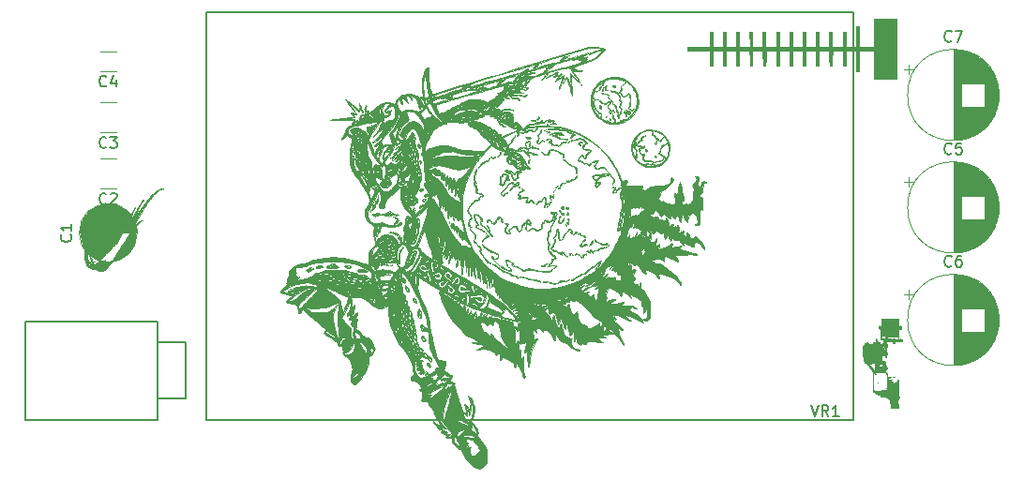
<source format=gbr>
%TF.GenerationSoftware,KiCad,Pcbnew,(6.0.7)*%
%TF.CreationDate,2023-03-20T21:12:09-05:00*%
%TF.ProjectId,2023,32303233-2e6b-4696-9361-645f70636258,rev?*%
%TF.SameCoordinates,Original*%
%TF.FileFunction,Legend,Top*%
%TF.FilePolarity,Positive*%
%FSLAX46Y46*%
G04 Gerber Fmt 4.6, Leading zero omitted, Abs format (unit mm)*
G04 Created by KiCad (PCBNEW (6.0.7)) date 2023-03-20 21:12:09*
%MOMM*%
%LPD*%
G01*
G04 APERTURE LIST*
%ADD10C,0.150000*%
%ADD11C,0.010000*%
%ADD12C,0.120000*%
G04 APERTURE END LIST*
D10*
%TO.C,VR1*%
X172680476Y-100925380D02*
X173013809Y-101925380D01*
X173347142Y-100925380D01*
X174251904Y-101925380D02*
X173918571Y-101449190D01*
X173680476Y-101925380D02*
X173680476Y-100925380D01*
X174061428Y-100925380D01*
X174156666Y-100973000D01*
X174204285Y-101020619D01*
X174251904Y-101115857D01*
X174251904Y-101258714D01*
X174204285Y-101353952D01*
X174156666Y-101401571D01*
X174061428Y-101449190D01*
X173680476Y-101449190D01*
X175204285Y-101925380D02*
X174632857Y-101925380D01*
X174918571Y-101925380D02*
X174918571Y-100925380D01*
X174823333Y-101068238D01*
X174728095Y-101163476D01*
X174632857Y-101211095D01*
%TO.C,C7*%
X185350682Y-68005142D02*
X185303063Y-68052761D01*
X185160206Y-68100380D01*
X185064968Y-68100380D01*
X184922110Y-68052761D01*
X184826872Y-67957523D01*
X184779253Y-67862285D01*
X184731634Y-67671809D01*
X184731634Y-67528952D01*
X184779253Y-67338476D01*
X184826872Y-67243238D01*
X184922110Y-67148000D01*
X185064968Y-67100380D01*
X185160206Y-67100380D01*
X185303063Y-67148000D01*
X185350682Y-67195619D01*
X185684015Y-67100380D02*
X186350682Y-67100380D01*
X185922110Y-68100380D01*
%TO.C,C6*%
X185350682Y-88325142D02*
X185303063Y-88372761D01*
X185160206Y-88420380D01*
X185064968Y-88420380D01*
X184922110Y-88372761D01*
X184826872Y-88277523D01*
X184779253Y-88182285D01*
X184731634Y-87991809D01*
X184731634Y-87848952D01*
X184779253Y-87658476D01*
X184826872Y-87563238D01*
X184922110Y-87468000D01*
X185064968Y-87420380D01*
X185160206Y-87420380D01*
X185303063Y-87468000D01*
X185350682Y-87515619D01*
X186207825Y-87420380D02*
X186017349Y-87420380D01*
X185922110Y-87468000D01*
X185874491Y-87515619D01*
X185779253Y-87658476D01*
X185731634Y-87848952D01*
X185731634Y-88229904D01*
X185779253Y-88325142D01*
X185826872Y-88372761D01*
X185922110Y-88420380D01*
X186112587Y-88420380D01*
X186207825Y-88372761D01*
X186255444Y-88325142D01*
X186303063Y-88229904D01*
X186303063Y-87991809D01*
X186255444Y-87896571D01*
X186207825Y-87848952D01*
X186112587Y-87801333D01*
X185922110Y-87801333D01*
X185826872Y-87848952D01*
X185779253Y-87896571D01*
X185731634Y-87991809D01*
%TO.C,C5*%
X185350682Y-78165142D02*
X185303063Y-78212761D01*
X185160206Y-78260380D01*
X185064968Y-78260380D01*
X184922110Y-78212761D01*
X184826872Y-78117523D01*
X184779253Y-78022285D01*
X184731634Y-77831809D01*
X184731634Y-77688952D01*
X184779253Y-77498476D01*
X184826872Y-77403238D01*
X184922110Y-77308000D01*
X185064968Y-77260380D01*
X185160206Y-77260380D01*
X185303063Y-77308000D01*
X185350682Y-77355619D01*
X186255444Y-77260380D02*
X185779253Y-77260380D01*
X185731634Y-77736571D01*
X185779253Y-77688952D01*
X185874491Y-77641333D01*
X186112587Y-77641333D01*
X186207825Y-77688952D01*
X186255444Y-77736571D01*
X186303063Y-77831809D01*
X186303063Y-78069904D01*
X186255444Y-78165142D01*
X186207825Y-78212761D01*
X186112587Y-78260380D01*
X185874491Y-78260380D01*
X185779253Y-78212761D01*
X185731634Y-78165142D01*
%TO.C,C4*%
X109053333Y-72057142D02*
X109005714Y-72104761D01*
X108862857Y-72152380D01*
X108767619Y-72152380D01*
X108624761Y-72104761D01*
X108529523Y-72009523D01*
X108481904Y-71914285D01*
X108434285Y-71723809D01*
X108434285Y-71580952D01*
X108481904Y-71390476D01*
X108529523Y-71295238D01*
X108624761Y-71200000D01*
X108767619Y-71152380D01*
X108862857Y-71152380D01*
X109005714Y-71200000D01*
X109053333Y-71247619D01*
X109910476Y-71485714D02*
X109910476Y-72152380D01*
X109672380Y-71104761D02*
X109434285Y-71819047D01*
X110053333Y-71819047D01*
%TO.C,C3*%
X109053333Y-77587142D02*
X109005714Y-77634761D01*
X108862857Y-77682380D01*
X108767619Y-77682380D01*
X108624761Y-77634761D01*
X108529523Y-77539523D01*
X108481904Y-77444285D01*
X108434285Y-77253809D01*
X108434285Y-77110952D01*
X108481904Y-76920476D01*
X108529523Y-76825238D01*
X108624761Y-76730000D01*
X108767619Y-76682380D01*
X108862857Y-76682380D01*
X109005714Y-76730000D01*
X109053333Y-76777619D01*
X109386666Y-76682380D02*
X110005714Y-76682380D01*
X109672380Y-77063333D01*
X109815238Y-77063333D01*
X109910476Y-77110952D01*
X109958095Y-77158571D01*
X110005714Y-77253809D01*
X110005714Y-77491904D01*
X109958095Y-77587142D01*
X109910476Y-77634761D01*
X109815238Y-77682380D01*
X109529523Y-77682380D01*
X109434285Y-77634761D01*
X109386666Y-77587142D01*
%TO.C,C2*%
X109053333Y-82667142D02*
X109005714Y-82714761D01*
X108862857Y-82762380D01*
X108767619Y-82762380D01*
X108624761Y-82714761D01*
X108529523Y-82619523D01*
X108481904Y-82524285D01*
X108434285Y-82333809D01*
X108434285Y-82190952D01*
X108481904Y-82000476D01*
X108529523Y-81905238D01*
X108624761Y-81810000D01*
X108767619Y-81762380D01*
X108862857Y-81762380D01*
X109005714Y-81810000D01*
X109053333Y-81857619D01*
X109434285Y-81857619D02*
X109481904Y-81810000D01*
X109577142Y-81762380D01*
X109815238Y-81762380D01*
X109910476Y-81810000D01*
X109958095Y-81857619D01*
X110005714Y-81952857D01*
X110005714Y-82048095D01*
X109958095Y-82190952D01*
X109386666Y-82762380D01*
X110005714Y-82762380D01*
%TO.C,C1*%
X105827142Y-85526666D02*
X105874761Y-85574285D01*
X105922380Y-85717142D01*
X105922380Y-85812380D01*
X105874761Y-85955238D01*
X105779523Y-86050476D01*
X105684285Y-86098095D01*
X105493809Y-86145714D01*
X105350952Y-86145714D01*
X105160476Y-86098095D01*
X105065238Y-86050476D01*
X104970000Y-85955238D01*
X104922380Y-85812380D01*
X104922380Y-85717142D01*
X104970000Y-85574285D01*
X105017619Y-85526666D01*
X105922380Y-84574285D02*
X105922380Y-85145714D01*
X105922380Y-84860000D02*
X104922380Y-84860000D01*
X105065238Y-84955238D01*
X105160476Y-85050476D01*
X105208095Y-85145714D01*
%TO.C,G\u002A\u002A\u002A*%
G36*
X179754462Y-98974531D02*
G01*
X179759585Y-98972326D01*
X179760880Y-98970889D01*
X179763207Y-98968665D01*
X179769350Y-98966511D01*
X179778047Y-98964716D01*
X179788040Y-98963569D01*
X179793900Y-98963315D01*
X179802640Y-98962880D01*
X179809828Y-98961974D01*
X179812555Y-98961278D01*
X179815355Y-98959740D01*
X179814097Y-98958128D01*
X179813114Y-98957644D01*
X179833585Y-98957644D01*
X179837080Y-98957998D01*
X179840685Y-98957599D01*
X179840255Y-98956717D01*
X179835054Y-98956382D01*
X179833905Y-98956717D01*
X179833585Y-98957644D01*
X179813114Y-98957644D01*
X179810660Y-98956436D01*
X179801816Y-98954840D01*
X179797981Y-98955756D01*
X179791791Y-98956896D01*
X179789002Y-98954290D01*
X179788820Y-98952600D01*
X179790929Y-98951211D01*
X179795170Y-98951401D01*
X179799891Y-98951602D01*
X179801520Y-98950509D01*
X179803848Y-98949479D01*
X179809994Y-98948709D01*
X179818693Y-98948347D01*
X179819935Y-98948338D01*
X179830859Y-98948162D01*
X179841308Y-98947766D01*
X179848510Y-98947279D01*
X179860669Y-98946206D01*
X179874747Y-98945152D01*
X179889820Y-98944163D01*
X179904966Y-98943288D01*
X179919262Y-98942574D01*
X179931785Y-98942069D01*
X179941613Y-98941821D01*
X179947822Y-98941877D01*
X179949386Y-98942063D01*
X179953487Y-98944299D01*
X179952804Y-98946588D01*
X179947616Y-98948571D01*
X179943760Y-98949286D01*
X179933923Y-98950732D01*
X179923940Y-98952199D01*
X179923440Y-98952273D01*
X179915843Y-98953822D01*
X179912881Y-98955359D01*
X179914112Y-98956651D01*
X179919093Y-98957468D01*
X179927385Y-98957577D01*
X179932965Y-98957270D01*
X179934911Y-98957130D01*
X180510180Y-98957130D01*
X180511450Y-98958400D01*
X180512720Y-98957130D01*
X180511450Y-98955860D01*
X180510180Y-98957130D01*
X179934911Y-98957130D01*
X179942879Y-98956557D01*
X179951092Y-98956033D01*
X179956053Y-98955796D01*
X179956460Y-98955791D01*
X179976963Y-98955661D01*
X179999861Y-98955202D01*
X180024059Y-98954463D01*
X180048461Y-98953492D01*
X180071974Y-98952337D01*
X180093501Y-98951044D01*
X180111949Y-98949662D01*
X180124100Y-98948486D01*
X180139744Y-98946414D01*
X180151443Y-98944045D01*
X180160331Y-98941083D01*
X180167544Y-98937235D01*
X180167690Y-98937139D01*
X180174960Y-98934145D01*
X180181347Y-98933264D01*
X180187820Y-98933069D01*
X180197163Y-98932418D01*
X180206015Y-98931586D01*
X180215293Y-98930385D01*
X180220540Y-98928991D01*
X180222798Y-98927005D01*
X180223160Y-98925032D01*
X180224293Y-98921097D01*
X180225700Y-98920300D01*
X180227953Y-98922357D01*
X180228240Y-98924110D01*
X180229702Y-98927488D01*
X180230951Y-98927920D01*
X180232506Y-98925942D01*
X180232050Y-98922840D01*
X180231921Y-98918651D01*
X180235053Y-98917325D01*
X180241261Y-98916627D01*
X180243480Y-98916325D01*
X180249053Y-98915756D01*
X180253316Y-98915489D01*
X180257401Y-98914797D01*
X180257127Y-98912638D01*
X180256180Y-98911410D01*
X180254799Y-98908917D01*
X180256830Y-98907825D01*
X180262368Y-98907600D01*
X180268313Y-98908183D01*
X180270306Y-98909737D01*
X180270150Y-98910140D01*
X180270668Y-98912360D01*
X180272243Y-98912680D01*
X180275780Y-98910551D01*
X180277232Y-98907612D01*
X180278646Y-98904152D01*
X180281493Y-98901904D01*
X180287037Y-98900238D01*
X180294915Y-98898792D01*
X180301316Y-98896904D01*
X180304361Y-98894273D01*
X180304440Y-98893786D01*
X180306434Y-98889976D01*
X180310666Y-98888671D01*
X180313821Y-98890057D01*
X180317520Y-98890609D01*
X180323435Y-98888773D01*
X180329803Y-98885315D01*
X180334859Y-98881001D01*
X180334963Y-98880877D01*
X180339286Y-98877679D01*
X180341581Y-98877120D01*
X180344755Y-98875580D01*
X180345080Y-98874468D01*
X180347111Y-98872586D01*
X180349525Y-98872563D01*
X180352957Y-98871727D01*
X180353200Y-98869732D01*
X180353264Y-98869500D01*
X180357780Y-98869500D01*
X180359847Y-98871729D01*
X180361739Y-98872040D01*
X180364368Y-98870808D01*
X180364130Y-98869500D01*
X180360882Y-98867056D01*
X180360170Y-98866960D01*
X180357848Y-98868897D01*
X180357780Y-98869500D01*
X180353264Y-98869500D01*
X180354425Y-98865297D01*
X180360057Y-98862624D01*
X180367328Y-98861918D01*
X180376568Y-98859541D01*
X180383247Y-98854577D01*
X180392474Y-98848401D01*
X180401004Y-98845657D01*
X180407824Y-98843958D01*
X180410746Y-98841275D01*
X180411120Y-98838989D01*
X180412715Y-98834876D01*
X180414930Y-98833940D01*
X180418284Y-98831902D01*
X180418740Y-98830075D01*
X180420825Y-98826267D01*
X180425090Y-98823317D01*
X180429861Y-98820285D01*
X180431450Y-98817543D01*
X180429300Y-98816179D01*
X180428750Y-98816160D01*
X180427245Y-98814598D01*
X180427655Y-98813578D01*
X180430498Y-98811984D01*
X180431295Y-98812260D01*
X180434300Y-98811542D01*
X180439096Y-98808154D01*
X180440141Y-98807222D01*
X180445825Y-98802972D01*
X180450773Y-98800881D01*
X180451255Y-98800839D01*
X180456170Y-98799582D01*
X180460609Y-98796811D01*
X180462933Y-98793764D01*
X180462589Y-98792275D01*
X180462902Y-98789857D01*
X180466012Y-98787127D01*
X180470025Y-98785724D01*
X180470175Y-98785718D01*
X180471607Y-98787864D01*
X180472080Y-98792030D01*
X180473321Y-98797048D01*
X180476525Y-98798179D01*
X180478931Y-98797528D01*
X180477795Y-98796697D01*
X180475726Y-98793522D01*
X180474664Y-98787200D01*
X180474620Y-98785468D01*
X180473863Y-98778439D01*
X180471774Y-98775412D01*
X180471445Y-98775358D01*
X180471007Y-98774499D01*
X180474250Y-98772802D01*
X180478601Y-98769568D01*
X180478775Y-98766613D01*
X180479337Y-98763659D01*
X180483029Y-98762860D01*
X180488292Y-98764411D01*
X180489738Y-98765231D01*
X180494134Y-98767088D01*
X180494657Y-98766630D01*
X180510180Y-98766630D01*
X180511450Y-98767900D01*
X180512720Y-98766630D01*
X180511450Y-98765360D01*
X180510180Y-98766630D01*
X180494657Y-98766630D01*
X180495506Y-98765887D01*
X180493834Y-98762667D01*
X180489860Y-98759010D01*
X180484926Y-98754650D01*
X180484336Y-98751877D01*
X180485107Y-98751187D01*
X180488444Y-98751003D01*
X180489279Y-98752189D01*
X180491647Y-98754109D01*
X180495132Y-98752856D01*
X180498202Y-98749591D01*
X180499326Y-98745477D01*
X180499189Y-98744677D01*
X180499126Y-98741076D01*
X180500854Y-98741083D01*
X180505936Y-98743246D01*
X180507640Y-98743898D01*
X180511510Y-98747109D01*
X180514474Y-98751705D01*
X180516261Y-98755940D01*
X180515522Y-98756356D01*
X180513777Y-98755023D01*
X180509928Y-98752641D01*
X180508815Y-98753588D01*
X180510367Y-98756957D01*
X180514289Y-98761618D01*
X180518616Y-98766245D01*
X180519590Y-98768940D01*
X180517542Y-98771267D01*
X180516497Y-98772047D01*
X180513868Y-98774723D01*
X180515085Y-98775520D01*
X180517142Y-98776204D01*
X180515484Y-98779054D01*
X180515122Y-98779495D01*
X180511961Y-98786575D01*
X180512339Y-98794335D01*
X180515806Y-98800144D01*
X180519854Y-98805775D01*
X180519170Y-98810665D01*
X180516369Y-98813049D01*
X180513707Y-98815177D01*
X180515232Y-98817594D01*
X180516369Y-98818566D01*
X180519913Y-98822809D01*
X180519356Y-98825652D01*
X180516530Y-98826320D01*
X180513075Y-98827438D01*
X180513957Y-98830402D01*
X180518140Y-98834014D01*
X180524648Y-98839193D01*
X180529985Y-98844631D01*
X180532854Y-98848951D01*
X180533040Y-98849831D01*
X180531254Y-98849956D01*
X180526791Y-98847557D01*
X180524954Y-98846308D01*
X180519902Y-98842914D01*
X180518039Y-98842493D01*
X180518542Y-98844906D01*
X180518665Y-98845233D01*
X180518470Y-98851185D01*
X180516481Y-98854313D01*
X180513864Y-98857794D01*
X180514962Y-98859581D01*
X180516595Y-98860283D01*
X180519453Y-98863378D01*
X180518994Y-98867198D01*
X180518381Y-98870968D01*
X180520898Y-98871445D01*
X180523264Y-98870854D01*
X180526997Y-98870050D01*
X180526302Y-98871162D01*
X180525420Y-98871796D01*
X180522989Y-98874405D01*
X180523884Y-98877971D01*
X180525131Y-98880102D01*
X180527164Y-98884802D01*
X180525766Y-98886741D01*
X180523355Y-98889744D01*
X180522880Y-98892571D01*
X180521775Y-98896582D01*
X180520340Y-98897440D01*
X180517873Y-98899372D01*
X180517800Y-98899980D01*
X180519857Y-98902233D01*
X180521610Y-98902520D01*
X180524712Y-98904637D01*
X180525420Y-98907600D01*
X180523831Y-98911737D01*
X180521610Y-98912680D01*
X180518181Y-98914014D01*
X180518855Y-98917379D01*
X180521641Y-98920325D01*
X180524048Y-98923940D01*
X180522692Y-98926875D01*
X180521262Y-98931385D01*
X180521868Y-98933418D01*
X180527263Y-98940631D01*
X180532634Y-98945341D01*
X180536865Y-98946592D01*
X180537141Y-98946506D01*
X180540160Y-98947181D01*
X180540660Y-98949238D01*
X180539108Y-98952783D01*
X180535486Y-98952669D01*
X180532050Y-98949766D01*
X180527434Y-98946227D01*
X180523299Y-98944446D01*
X180519361Y-98943474D01*
X180518877Y-98944667D01*
X180521531Y-98949033D01*
X180521754Y-98949373D01*
X180526427Y-98955033D01*
X180530859Y-98958592D01*
X180534696Y-98961749D01*
X180535580Y-98963750D01*
X180534151Y-98964336D01*
X180531588Y-98962391D01*
X180525987Y-98959099D01*
X180522304Y-98958400D01*
X180518710Y-98958701D01*
X180519013Y-98960469D01*
X180521445Y-98963297D01*
X180524498Y-98969309D01*
X180524321Y-98973099D01*
X180524844Y-98978921D01*
X180526862Y-98981402D01*
X180529554Y-98984344D01*
X180528103Y-98986826D01*
X180526394Y-98988139D01*
X180523436Y-98990807D01*
X180524308Y-98993041D01*
X180527435Y-98995402D01*
X180532113Y-98999765D01*
X180532414Y-99002862D01*
X180528303Y-99004116D01*
X180527938Y-99004120D01*
X180524502Y-99004650D01*
X180524660Y-99007194D01*
X180526033Y-99009835D01*
X180530127Y-99015897D01*
X180533087Y-99017080D01*
X180535200Y-99013381D01*
X180536016Y-99009766D01*
X180537723Y-99000310D01*
X180537221Y-99011083D01*
X180537439Y-99017881D01*
X180538585Y-99022120D01*
X180539196Y-99022682D01*
X180539396Y-99024050D01*
X180537356Y-99025164D01*
X180533696Y-99025199D01*
X180533040Y-99023362D01*
X180530984Y-99019558D01*
X180529022Y-99018361D01*
X180522806Y-99016912D01*
X180520379Y-99018803D01*
X180520340Y-99019360D01*
X180522360Y-99021693D01*
X180523674Y-99021900D01*
X180527338Y-99023496D01*
X180532073Y-99027371D01*
X180536575Y-99032153D01*
X180539540Y-99036472D01*
X180539797Y-99038849D01*
X180536807Y-99038888D01*
X180535029Y-99037605D01*
X180530733Y-99034791D01*
X180528264Y-99036191D01*
X180527960Y-99038238D01*
X180530075Y-99041860D01*
X180533040Y-99043490D01*
X180537158Y-99046312D01*
X180538120Y-99048741D01*
X180536562Y-99052013D01*
X180533340Y-99051585D01*
X180531770Y-99049840D01*
X180528150Y-99047658D01*
X180525905Y-99047391D01*
X180524072Y-99048267D01*
X180526136Y-99051068D01*
X180529230Y-99053776D01*
X180533940Y-99058370D01*
X180534546Y-99061238D01*
X180533624Y-99062121D01*
X180531360Y-99065993D01*
X180531084Y-99070158D01*
X180530246Y-99075224D01*
X180525479Y-99077961D01*
X180525420Y-99077979D01*
X180522067Y-99079356D01*
X180522954Y-99080066D01*
X180527361Y-99082175D01*
X180530500Y-99085400D01*
X180534535Y-99089334D01*
X180537410Y-99090480D01*
X180540360Y-99092057D01*
X180539821Y-99095280D01*
X180538102Y-99096841D01*
X180535198Y-99096293D01*
X180534020Y-99094450D01*
X180530855Y-99090975D01*
X180528958Y-99090480D01*
X180525852Y-99091214D01*
X180526575Y-99093779D01*
X180531287Y-99098716D01*
X180531437Y-99098856D01*
X180536383Y-99105425D01*
X180539141Y-99112167D01*
X180542832Y-99119613D01*
X180547728Y-99124164D01*
X180551844Y-99127107D01*
X180551634Y-99128364D01*
X180550095Y-99128512D01*
X180544707Y-99127216D01*
X180539221Y-99124425D01*
X180533515Y-99121276D01*
X180531248Y-99121296D01*
X180532305Y-99124023D01*
X180536575Y-99128995D01*
X180541450Y-99133593D01*
X180546365Y-99137453D01*
X180549209Y-99137937D01*
X180550914Y-99136133D01*
X180552872Y-99134293D01*
X180553321Y-99135253D01*
X180551591Y-99139128D01*
X180549550Y-99141280D01*
X180545502Y-99143153D01*
X180541868Y-99141229D01*
X180537813Y-99138901D01*
X180536261Y-99139924D01*
X180537314Y-99143174D01*
X180541069Y-99147528D01*
X180541295Y-99147724D01*
X180546687Y-99152812D01*
X180547838Y-99155194D01*
X180544754Y-99154947D01*
X180541764Y-99153917D01*
X180536346Y-99151953D01*
X180534306Y-99152248D01*
X180534211Y-99155428D01*
X180534357Y-99157155D01*
X180536175Y-99161611D01*
X180538880Y-99162154D01*
X180543301Y-99163696D01*
X180547254Y-99169004D01*
X180549927Y-99176774D01*
X180550502Y-99180799D01*
X180552000Y-99183440D01*
X180553330Y-99183207D01*
X180554774Y-99183616D01*
X180554329Y-99185598D01*
X180551546Y-99189226D01*
X180547780Y-99187909D01*
X180545967Y-99186004D01*
X180541455Y-99182573D01*
X180536145Y-99180857D01*
X180532206Y-99181464D01*
X180531719Y-99182002D01*
X180532469Y-99184796D01*
X180534648Y-99186529D01*
X180537598Y-99190390D01*
X180537350Y-99192962D01*
X180537700Y-99197847D01*
X180539679Y-99200896D01*
X180541920Y-99203976D01*
X180541476Y-99204941D01*
X180541893Y-99205905D01*
X180545740Y-99207936D01*
X180549473Y-99209784D01*
X180549470Y-99210904D01*
X180545206Y-99211927D01*
X180541930Y-99212495D01*
X180536639Y-99213606D01*
X180535106Y-99214405D01*
X180535844Y-99214579D01*
X180540362Y-99216463D01*
X180545996Y-99220587D01*
X180546639Y-99221168D01*
X180550948Y-99224497D01*
X180553244Y-99224973D01*
X180553360Y-99224555D01*
X180554217Y-99222757D01*
X180554689Y-99223043D01*
X180555054Y-99226221D01*
X180554435Y-99228499D01*
X180552114Y-99231227D01*
X180548026Y-99230044D01*
X180544111Y-99226397D01*
X180543200Y-99223740D01*
X180541164Y-99220451D01*
X180539390Y-99220020D01*
X180535987Y-99221574D01*
X180536585Y-99226244D01*
X180538755Y-99230369D01*
X180540516Y-99234844D01*
X180538290Y-99238217D01*
X180536999Y-99239224D01*
X180533704Y-99241941D01*
X180534495Y-99242813D01*
X180536639Y-99242880D01*
X180539829Y-99243954D01*
X180539901Y-99248025D01*
X180539656Y-99249074D01*
X180539369Y-99254325D01*
X180540650Y-99256844D01*
X180542942Y-99260501D01*
X180543200Y-99262397D01*
X180542034Y-99265026D01*
X180537748Y-99265227D01*
X180535453Y-99264825D01*
X180530434Y-99264364D01*
X180529078Y-99265476D01*
X180529154Y-99265617D01*
X180532397Y-99268328D01*
X180538203Y-99271705D01*
X180544384Y-99274609D01*
X180548755Y-99275898D01*
X180548851Y-99275900D01*
X180552291Y-99277530D01*
X180555446Y-99280202D01*
X180558282Y-99283280D01*
X180557410Y-99283587D01*
X180555267Y-99282823D01*
X180549186Y-99282260D01*
X180545976Y-99282965D01*
X180543366Y-99284425D01*
X180543949Y-99286431D01*
X180548190Y-99290003D01*
X180549714Y-99291140D01*
X180555087Y-99295801D01*
X180558123Y-99299765D01*
X180558370Y-99300665D01*
X180557189Y-99303502D01*
X180553267Y-99302377D01*
X180549699Y-99299949D01*
X180544309Y-99296688D01*
X180541529Y-99297583D01*
X180540667Y-99302933D01*
X180540660Y-99303840D01*
X180540849Y-99309195D01*
X180541305Y-99311459D01*
X180541311Y-99311460D01*
X180543930Y-99310835D01*
X180549456Y-99309310D01*
X180550201Y-99309097D01*
X180556022Y-99307920D01*
X180558291Y-99309025D01*
X180558440Y-99310015D01*
X180556352Y-99312263D01*
X180552090Y-99312081D01*
X180547084Y-99312317D01*
X180545674Y-99314909D01*
X180547728Y-99318758D01*
X180553118Y-99322763D01*
X180553360Y-99322890D01*
X180558557Y-99326590D01*
X180560960Y-99330297D01*
X180560980Y-99330575D01*
X180560287Y-99333807D01*
X180557740Y-99333357D01*
X180552774Y-99329240D01*
X180547109Y-99325487D01*
X180542327Y-99324160D01*
X180538944Y-99324500D01*
X180539447Y-99326384D01*
X180541575Y-99328848D01*
X180544669Y-99334899D01*
X180545144Y-99339541D01*
X180545773Y-99344094D01*
X180549598Y-99347753D01*
X180553995Y-99350113D01*
X180559921Y-99353505D01*
X180563254Y-99356482D01*
X180563520Y-99357199D01*
X180561609Y-99359326D01*
X180557515Y-99359535D01*
X180553698Y-99357975D01*
X180552649Y-99356545D01*
X180550450Y-99354793D01*
X180549421Y-99355327D01*
X180549894Y-99357956D01*
X180553490Y-99362373D01*
X180556059Y-99364749D01*
X180561043Y-99369498D01*
X180561966Y-99371873D01*
X180560494Y-99372316D01*
X180555906Y-99371081D01*
X180554630Y-99369880D01*
X180551169Y-99368031D01*
X180546225Y-99367473D01*
X180539390Y-99367606D01*
X180545105Y-99371593D01*
X180549315Y-99375159D01*
X180550820Y-99377513D01*
X180548707Y-99379654D01*
X180545105Y-99381184D01*
X180541540Y-99382797D01*
X180542739Y-99384260D01*
X180543083Y-99384405D01*
X180548172Y-99387185D01*
X180549433Y-99388131D01*
X180553571Y-99391317D01*
X180557166Y-99393888D01*
X180560591Y-99397413D01*
X180559899Y-99399327D01*
X180556013Y-99398678D01*
X180553722Y-99397457D01*
X180548543Y-99395533D01*
X180546357Y-99397005D01*
X180547923Y-99400704D01*
X180550185Y-99402890D01*
X180554346Y-99407238D01*
X180555900Y-99410603D01*
X180554992Y-99412314D01*
X180551982Y-99410430D01*
X180547485Y-99408645D01*
X180545501Y-99409742D01*
X180545551Y-99412779D01*
X180550399Y-99417228D01*
X180560074Y-99423113D01*
X180563520Y-99424951D01*
X180569870Y-99428268D01*
X180563393Y-99428284D01*
X180557339Y-99427255D01*
X180554089Y-99425473D01*
X180550157Y-99423472D01*
X180547770Y-99425085D01*
X180548160Y-99428852D01*
X180549550Y-99430840D01*
X180552033Y-99435181D01*
X180550985Y-99437087D01*
X180548444Y-99440651D01*
X180549144Y-99444445D01*
X180552429Y-99446080D01*
X180556178Y-99447640D01*
X180560816Y-99451375D01*
X180564963Y-99455868D01*
X180567237Y-99459701D01*
X180567089Y-99461137D01*
X180564785Y-99460699D01*
X180564016Y-99459791D01*
X180560258Y-99456673D01*
X180557805Y-99455499D01*
X180554189Y-99455451D01*
X180553410Y-99458056D01*
X180555363Y-99461825D01*
X180558440Y-99464449D01*
X180562804Y-99468004D01*
X180562868Y-99469946D01*
X180558831Y-99469519D01*
X180557249Y-99468970D01*
X180553328Y-99467770D01*
X180551681Y-99468929D01*
X180551590Y-99473542D01*
X180551874Y-99477153D01*
X180554305Y-99486270D01*
X180559260Y-99493209D01*
X180565723Y-99496696D01*
X180567611Y-99496880D01*
X180570807Y-99498336D01*
X180571140Y-99499404D01*
X180569088Y-99501053D01*
X180563619Y-99500338D01*
X180557634Y-99498194D01*
X180552362Y-99497785D01*
X180550235Y-99498988D01*
X180549451Y-99501660D01*
X180553290Y-99504196D01*
X180553581Y-99504318D01*
X180560268Y-99507765D01*
X180565538Y-99511627D01*
X180568161Y-99514895D01*
X180567991Y-99516115D01*
X180565361Y-99515628D01*
X180561249Y-99512389D01*
X180556209Y-99509030D01*
X180552147Y-99508639D01*
X180548592Y-99511389D01*
X180549894Y-99514729D01*
X180554630Y-99517662D01*
X180559392Y-99520720D01*
X180560848Y-99523380D01*
X180558758Y-99524528D01*
X180556021Y-99524115D01*
X180551595Y-99524268D01*
X180550101Y-99525704D01*
X180551416Y-99529103D01*
X180556556Y-99533014D01*
X180564155Y-99536505D01*
X180567899Y-99538938D01*
X180568600Y-99540445D01*
X180566802Y-99541388D01*
X180564018Y-99540326D01*
X180558751Y-99538932D01*
X180555447Y-99540366D01*
X180555342Y-99543683D01*
X180556891Y-99545768D01*
X180559383Y-99548901D01*
X180557721Y-99550434D01*
X180556101Y-99550903D01*
X180552787Y-99553144D01*
X180552576Y-99558202D01*
X180552729Y-99559065D01*
X180552536Y-99565575D01*
X180550532Y-99568231D01*
X180549017Y-99569920D01*
X180552151Y-99570491D01*
X180552804Y-99570501D01*
X180558168Y-99572244D01*
X180560480Y-99576227D01*
X180558999Y-99580710D01*
X180557671Y-99581917D01*
X180555484Y-99585538D01*
X180557365Y-99588926D01*
X180562413Y-99590785D01*
X180563878Y-99590860D01*
X180568527Y-99592153D01*
X180569870Y-99593400D01*
X180568863Y-99595186D01*
X180563879Y-99595937D01*
X180563458Y-99595940D01*
X180557810Y-99596962D01*
X180556699Y-99599618D01*
X180560108Y-99603290D01*
X180563720Y-99605427D01*
X180567928Y-99607704D01*
X180567719Y-99608493D01*
X180564155Y-99608602D01*
X180559471Y-99610198D01*
X180558779Y-99614108D01*
X180561593Y-99618397D01*
X180563344Y-99621539D01*
X180561059Y-99623830D01*
X180558825Y-99626092D01*
X180560208Y-99629159D01*
X180561733Y-99630929D01*
X180564420Y-99634464D01*
X180563488Y-99636696D01*
X180559092Y-99639011D01*
X180552090Y-99642273D01*
X180557909Y-99644941D01*
X180562001Y-99648278D01*
X180562363Y-99651168D01*
X180562424Y-99657084D01*
X180566077Y-99662140D01*
X180571929Y-99664502D01*
X180572499Y-99664520D01*
X180577464Y-99665806D01*
X180578760Y-99668170D01*
X180577432Y-99670511D01*
X180572759Y-99670773D01*
X180569870Y-99670377D01*
X180563951Y-99669739D01*
X180561502Y-99671134D01*
X180561017Y-99675563D01*
X180561018Y-99676252D01*
X180562044Y-99684104D01*
X180565729Y-99688589D01*
X180571775Y-99690847D01*
X180577461Y-99692925D01*
X180578512Y-99694805D01*
X180575359Y-99695935D01*
X180568434Y-99695763D01*
X180567965Y-99695707D01*
X180561465Y-99695134D01*
X180559186Y-99695754D01*
X180560226Y-99697608D01*
X180561877Y-99702545D01*
X180560914Y-99705282D01*
X180560386Y-99710337D01*
X180564486Y-99714102D01*
X180569659Y-99715681D01*
X180574761Y-99717827D01*
X180575403Y-99720594D01*
X180571801Y-99722625D01*
X180568500Y-99722940D01*
X180563214Y-99723273D01*
X180562151Y-99724700D01*
X180563520Y-99726750D01*
X180568363Y-99730002D01*
X180571140Y-99730560D01*
X180576466Y-99732392D01*
X180578759Y-99734370D01*
X180580132Y-99736849D01*
X180578118Y-99737945D01*
X180572410Y-99738180D01*
X180566449Y-99738469D01*
X180564694Y-99739664D01*
X180565958Y-99741868D01*
X180567867Y-99747251D01*
X180567552Y-99750177D01*
X180568193Y-99754916D01*
X180573058Y-99759324D01*
X180577138Y-99762183D01*
X180576998Y-99762899D01*
X180574528Y-99762341D01*
X180569194Y-99762397D01*
X180566768Y-99765242D01*
X180568320Y-99769593D01*
X180569563Y-99773611D01*
X180568139Y-99775724D01*
X180566706Y-99779796D01*
X180567805Y-99781887D01*
X180570972Y-99787281D01*
X180571825Y-99789327D01*
X180571902Y-99792322D01*
X180568409Y-99792206D01*
X180564462Y-99792132D01*
X180563520Y-99793255D01*
X180565782Y-99797839D01*
X180571499Y-99800940D01*
X180576727Y-99801680D01*
X180582256Y-99802807D01*
X180583840Y-99805229D01*
X180581566Y-99807904D01*
X180575971Y-99808404D01*
X180570801Y-99808589D01*
X180568436Y-99810766D01*
X180567556Y-99816367D01*
X180567467Y-99817643D01*
X180567601Y-99824206D01*
X180568736Y-99828292D01*
X180569109Y-99828664D01*
X180569637Y-99831420D01*
X180568251Y-99833849D01*
X180566477Y-99837418D01*
X180568763Y-99839934D01*
X180574551Y-99842032D01*
X180576855Y-99842281D01*
X180580624Y-99843587D01*
X180581300Y-99845019D01*
X180579206Y-99846834D01*
X180575821Y-99846924D01*
X180570748Y-99847532D01*
X180569478Y-99850217D01*
X180572400Y-99853291D01*
X180574175Y-99854044D01*
X180579644Y-99855654D01*
X180582358Y-99856165D01*
X180585169Y-99858314D01*
X180585818Y-99859684D01*
X180584875Y-99862259D01*
X180580949Y-99862577D01*
X180573358Y-99862327D01*
X180568600Y-99862448D01*
X180562250Y-99862820D01*
X180568472Y-99866265D01*
X180574171Y-99868399D01*
X180577997Y-99868443D01*
X180580937Y-99868849D01*
X180581300Y-99869988D01*
X180583363Y-99872454D01*
X180585259Y-99872800D01*
X180587941Y-99873956D01*
X180587753Y-99875172D01*
X180584505Y-99876410D01*
X180578526Y-99876276D01*
X180577766Y-99876162D01*
X180570991Y-99875918D01*
X180567716Y-99877320D01*
X180568400Y-99879492D01*
X180573503Y-99881559D01*
X180574788Y-99881827D01*
X180581496Y-99883789D01*
X180586008Y-99886352D01*
X180586253Y-99886617D01*
X180586768Y-99888607D01*
X180583457Y-99889465D01*
X180578346Y-99889526D01*
X180570974Y-99890115D01*
X180566999Y-99892008D01*
X180566740Y-99892485D01*
X180568008Y-99894863D01*
X180574057Y-99895659D01*
X180574127Y-99895660D01*
X180582197Y-99897345D01*
X180585748Y-99900672D01*
X180587454Y-99904018D01*
X180585974Y-99904904D01*
X180580988Y-99904106D01*
X180575734Y-99903315D01*
X180574440Y-99904441D01*
X180575929Y-99907817D01*
X180578475Y-99913556D01*
X180577927Y-99915422D01*
X180576220Y-99914710D01*
X180574055Y-99915297D01*
X180573680Y-99917163D01*
X180576000Y-99920678D01*
X180581243Y-99922699D01*
X180587665Y-99924907D01*
X180591714Y-99927716D01*
X180592843Y-99930141D01*
X180590164Y-99931109D01*
X180586691Y-99931220D01*
X180580552Y-99932468D01*
X180578855Y-99935511D01*
X180581841Y-99939297D01*
X180584475Y-99940819D01*
X180590190Y-99943576D01*
X180584475Y-99943748D01*
X180580163Y-99945328D01*
X180578786Y-99948432D01*
X180580653Y-99951112D01*
X180583205Y-99951701D01*
X180585518Y-99952201D01*
X180583204Y-99953632D01*
X180581935Y-99954159D01*
X180577018Y-99957337D01*
X180577109Y-99961119D01*
X180580030Y-99964240D01*
X180582848Y-99968982D01*
X180583840Y-99974711D01*
X180584594Y-99980012D01*
X180587749Y-99981885D01*
X180590190Y-99982020D01*
X180594963Y-99982889D01*
X180596540Y-99984560D01*
X180594324Y-99986308D01*
X180588948Y-99987096D01*
X180588526Y-99987100D01*
X180583231Y-99987333D01*
X180582267Y-99988640D01*
X180584716Y-99991745D01*
X180588257Y-99996613D01*
X180588440Y-99999247D01*
X180585514Y-99999036D01*
X180580531Y-99999109D01*
X180578529Y-99999996D01*
X180576768Y-100001746D01*
X180579659Y-100002293D01*
X180580186Y-100002301D01*
X180584551Y-100003668D01*
X180590023Y-100006852D01*
X180594664Y-100010542D01*
X180596540Y-100013358D01*
X180594320Y-100013535D01*
X180588857Y-100013116D01*
X180587621Y-100012978D01*
X180581785Y-100012663D01*
X180579846Y-100013908D01*
X180580273Y-100016028D01*
X180582670Y-100019558D01*
X180583946Y-100020120D01*
X180589047Y-100021129D01*
X180594180Y-100023487D01*
X180597516Y-100026190D01*
X180597808Y-100027742D01*
X180594408Y-100028875D01*
X180591272Y-100027639D01*
X180584578Y-100026453D01*
X180581901Y-100027472D01*
X180579650Y-100029348D01*
X180580969Y-100031235D01*
X180586380Y-100033971D01*
X180595270Y-100037983D01*
X180587697Y-100037306D01*
X180581697Y-100037769D01*
X180579292Y-100040885D01*
X180579282Y-100040934D01*
X180580237Y-100044272D01*
X180585139Y-100046918D01*
X180588760Y-100048017D01*
X180596026Y-100050656D01*
X180598738Y-100053133D01*
X180596806Y-100054967D01*
X180590190Y-100055680D01*
X180583493Y-100056354D01*
X180581518Y-100058545D01*
X180584066Y-100062503D01*
X180584453Y-100062897D01*
X180586218Y-100066033D01*
X180583982Y-100068292D01*
X180581661Y-100070602D01*
X180583053Y-100073759D01*
X180584003Y-100074949D01*
X180586207Y-100078636D01*
X180584540Y-100080412D01*
X180584475Y-100080434D01*
X180581262Y-100083055D01*
X180581963Y-100086253D01*
X180585873Y-100088487D01*
X180588285Y-100088767D01*
X180595270Y-100088835D01*
X180588285Y-100093165D01*
X180582853Y-100097316D01*
X180581475Y-100100265D01*
X180584395Y-100101482D01*
X180584475Y-100101484D01*
X180584992Y-100102879D01*
X180582085Y-100106184D01*
X180581435Y-100106740D01*
X180577496Y-100110603D01*
X180577420Y-100113031D01*
X180578895Y-100114237D01*
X180583080Y-100116297D01*
X180584411Y-100116601D01*
X180585221Y-100118724D01*
X180584859Y-100123698D01*
X180583662Y-100129523D01*
X180581969Y-100134199D01*
X180581254Y-100135273D01*
X180580914Y-100138747D01*
X180582366Y-100144896D01*
X180583245Y-100147338D01*
X180586198Y-100153692D01*
X180589566Y-100156545D01*
X180595199Y-100157269D01*
X180596653Y-100157280D01*
X180603768Y-100158190D01*
X180607426Y-100160611D01*
X180607498Y-100160777D01*
X180607420Y-100162900D01*
X180604120Y-100163076D01*
X180599842Y-100162245D01*
X180590743Y-100161168D01*
X180585568Y-100162843D01*
X180584530Y-100167191D01*
X180584666Y-100167787D01*
X180584662Y-100172363D01*
X180583594Y-100173941D01*
X180582779Y-100177055D01*
X180584009Y-100180456D01*
X180585369Y-100185937D01*
X180583797Y-100189081D01*
X180582080Y-100193356D01*
X180582501Y-100195268D01*
X180585919Y-100197503D01*
X180590464Y-100197691D01*
X180593676Y-100195943D01*
X180594038Y-100194745D01*
X180594922Y-100193413D01*
X180596578Y-100195380D01*
X180598969Y-100197912D01*
X180601242Y-100195888D01*
X180601581Y-100195380D01*
X180603467Y-100193125D01*
X180603973Y-100194529D01*
X180603106Y-100200054D01*
X180601753Y-100206320D01*
X180599762Y-100215852D01*
X180598015Y-100225345D01*
X180597815Y-100226565D01*
X180596341Y-100232315D01*
X180594549Y-100234855D01*
X180594047Y-100234779D01*
X180590902Y-100235174D01*
X180590215Y-100235978D01*
X180590061Y-100238362D01*
X180590756Y-100238560D01*
X180592544Y-100240741D01*
X180593417Y-100244910D01*
X180592584Y-100250083D01*
X180590161Y-100251260D01*
X180587091Y-100253378D01*
X180586380Y-100256374D01*
X180585194Y-100263028D01*
X180584025Y-100265899D01*
X180581240Y-100271685D01*
X180580231Y-100274120D01*
X180577604Y-100279786D01*
X180576515Y-100281740D01*
X180574049Y-100286364D01*
X180570648Y-100293300D01*
X180569514Y-100295710D01*
X180565911Y-100302425D01*
X180562538Y-100307092D01*
X180561615Y-100307901D01*
X180558979Y-100311891D01*
X180558440Y-100315124D01*
X180556226Y-100320079D01*
X180553216Y-100321681D01*
X180549410Y-100324223D01*
X180549450Y-100326845D01*
X180549171Y-100332082D01*
X180545327Y-100336238D01*
X180540348Y-100337620D01*
X180536403Y-100339252D01*
X180535580Y-100341331D01*
X180533848Y-100345658D01*
X180530167Y-100350085D01*
X180524980Y-100356044D01*
X180521848Y-100360979D01*
X180517723Y-100365761D01*
X180513771Y-100367578D01*
X180509938Y-100369249D01*
X180505642Y-100373637D01*
X180500289Y-100381453D01*
X180495612Y-100389314D01*
X180493311Y-100392285D01*
X180492437Y-100391595D01*
X180490321Y-100388881D01*
X180488082Y-100388420D01*
X180485297Y-100389132D01*
X180486723Y-100391379D01*
X180487497Y-100394831D01*
X180484634Y-100398337D01*
X180479416Y-100400683D01*
X180476525Y-100401039D01*
X180472758Y-100403191D01*
X180472080Y-100405917D01*
X180470359Y-100409760D01*
X180464622Y-100412091D01*
X180463281Y-100412365D01*
X180455196Y-100415699D01*
X180451216Y-100420756D01*
X180445515Y-100427055D01*
X180439594Y-100429647D01*
X180431818Y-100433687D01*
X180428769Y-100438294D01*
X180425147Y-100443648D01*
X180421178Y-100446130D01*
X180417679Y-100448959D01*
X180418088Y-100454005D01*
X180422262Y-100460419D01*
X180423900Y-100462160D01*
X180430451Y-100469925D01*
X180435745Y-100479332D01*
X180440607Y-100491917D01*
X180441700Y-100495262D01*
X180444975Y-100505018D01*
X180448240Y-100513928D01*
X180450423Y-100519230D01*
X180452733Y-100525093D01*
X180456225Y-100535053D01*
X180460653Y-100548329D01*
X180465771Y-100564142D01*
X180471333Y-100581715D01*
X180477093Y-100600266D01*
X180482804Y-100619017D01*
X180488221Y-100637189D01*
X180493098Y-100654002D01*
X180494136Y-100657660D01*
X180496743Y-100666662D01*
X180499148Y-100674588D01*
X180500246Y-100677980D01*
X180502333Y-100684748D01*
X180505059Y-100694447D01*
X180508015Y-100705514D01*
X180510794Y-100716389D01*
X180512988Y-100725509D01*
X180514187Y-100731311D01*
X180514188Y-100731320D01*
X180514851Y-100736534D01*
X180515821Y-100745353D01*
X180516943Y-100756319D01*
X180517600Y-100763070D01*
X180519142Y-100776509D01*
X180521167Y-100790469D01*
X180523321Y-100802601D01*
X180524101Y-100806250D01*
X180526586Y-100817499D01*
X180528952Y-100828900D01*
X180530456Y-100836730D01*
X180532519Y-100847511D01*
X180534901Y-100858979D01*
X180535597Y-100862130D01*
X180537442Y-100870903D01*
X180538839Y-100878610D01*
X180539207Y-100881180D01*
X180541224Y-100896428D01*
X180543307Y-100907579D01*
X180545705Y-100915615D01*
X180548668Y-100921515D01*
X180549939Y-100923329D01*
X180553890Y-100930043D01*
X180555852Y-100936327D01*
X180555900Y-100937141D01*
X180556247Y-100941533D01*
X180557210Y-100950004D01*
X180558672Y-100961608D01*
X180560512Y-100975398D01*
X180562224Y-100987701D01*
X180565760Y-101012689D01*
X180568650Y-101033257D01*
X180570972Y-101050012D01*
X180572805Y-101063564D01*
X180574228Y-101074519D01*
X180575320Y-101083485D01*
X180576160Y-101091072D01*
X180576825Y-101097885D01*
X180577396Y-101104534D01*
X180577471Y-101105468D01*
X180578483Y-101114733D01*
X180579852Y-101123695D01*
X180579887Y-101123883D01*
X180581530Y-101132640D01*
X179925980Y-101132640D01*
X179925980Y-101126357D01*
X179924930Y-101120201D01*
X179922294Y-101112203D01*
X179921026Y-101109212D01*
X179915320Y-101094772D01*
X179909796Y-101077403D01*
X179904943Y-101058972D01*
X179901250Y-101041345D01*
X179899209Y-101026389D01*
X179899175Y-101025960D01*
X179898334Y-101015998D01*
X179897518Y-101008115D01*
X179896863Y-101003573D01*
X179896690Y-101002994D01*
X179896157Y-101000007D01*
X179895437Y-100993175D01*
X179894652Y-100983725D01*
X179894303Y-100978864D01*
X179893409Y-100965997D01*
X179892311Y-100950564D01*
X179891188Y-100935064D01*
X179890681Y-100928170D01*
X179889819Y-100916295D01*
X179889100Y-100905918D01*
X179888610Y-100898320D01*
X179888444Y-100895150D01*
X179887465Y-100878198D01*
X179885768Y-100862677D01*
X179883518Y-100849729D01*
X179880879Y-100840499D01*
X179880352Y-100839270D01*
X179876449Y-100829876D01*
X179872891Y-100819758D01*
X179872368Y-100818045D01*
X179869718Y-100811094D01*
X179866847Y-100806502D01*
X179865794Y-100805708D01*
X179862903Y-100802395D01*
X179862480Y-100800136D01*
X179861262Y-100794985D01*
X179860253Y-100793423D01*
X179857803Y-100789187D01*
X179854488Y-100781401D01*
X179850797Y-100771414D01*
X179847215Y-100760572D01*
X179844230Y-100750223D01*
X179843321Y-100746560D01*
X179840828Y-100736142D01*
X179837835Y-100724013D01*
X179835828Y-100716080D01*
X179831227Y-100698051D01*
X179827729Y-100683816D01*
X179825176Y-100672247D01*
X179823408Y-100662217D01*
X179822266Y-100652598D01*
X179821593Y-100642263D01*
X179821228Y-100630085D01*
X179821012Y-100614937D01*
X179820965Y-100610670D01*
X179821114Y-100584838D01*
X179822233Y-100563520D01*
X179824382Y-100546231D01*
X179824859Y-100544206D01*
X179997946Y-100544206D01*
X179998295Y-100545716D01*
X179999640Y-100545900D01*
X180001730Y-100544970D01*
X180001554Y-100544630D01*
X180009800Y-100544630D01*
X180011070Y-100545900D01*
X180012340Y-100544630D01*
X180011070Y-100543360D01*
X180009800Y-100544630D01*
X180001554Y-100544630D01*
X180001333Y-100544206D01*
X179998318Y-100543902D01*
X179997946Y-100544206D01*
X179824859Y-100544206D01*
X179827623Y-100532485D01*
X179827872Y-100531878D01*
X180136921Y-100531878D01*
X180140396Y-100532645D01*
X180148703Y-100533003D01*
X180150135Y-100533021D01*
X180159122Y-100532767D01*
X180165207Y-100531897D01*
X180167280Y-100530660D01*
X180165038Y-100529216D01*
X180159409Y-100528472D01*
X180152037Y-100528426D01*
X180144567Y-100529079D01*
X180138643Y-100530431D01*
X180138070Y-100530660D01*
X180136921Y-100531878D01*
X179827872Y-100531878D01*
X179830985Y-100524310D01*
X180025040Y-100524310D01*
X180026310Y-100525580D01*
X180192680Y-100525580D01*
X180194686Y-100527680D01*
X180199362Y-100527819D01*
X180204689Y-100525996D01*
X180205380Y-100525580D01*
X180206864Y-100523893D01*
X180204014Y-100523166D01*
X180200935Y-100523078D01*
X180195317Y-100523735D01*
X180192703Y-100525387D01*
X180192680Y-100525580D01*
X180026310Y-100525580D01*
X180027580Y-100524310D01*
X180026310Y-100523040D01*
X180025040Y-100524310D01*
X179830985Y-100524310D01*
X179831908Y-100522066D01*
X180279040Y-100522066D01*
X180281177Y-100522858D01*
X180284120Y-100523040D01*
X180288248Y-100522074D01*
X180289200Y-100520737D01*
X180287177Y-100519431D01*
X180284120Y-100519764D01*
X180280016Y-100521238D01*
X180279040Y-100522066D01*
X179831908Y-100522066D01*
X179832019Y-100521798D01*
X179832424Y-100521057D01*
X179834256Y-100517352D01*
X180094721Y-100517352D01*
X180097218Y-100517759D01*
X180100512Y-100517292D01*
X180100552Y-100516425D01*
X180098039Y-100515977D01*
X180110272Y-100515977D01*
X180111905Y-100517133D01*
X180118101Y-100517847D01*
X180123384Y-100517960D01*
X180132355Y-100517717D01*
X180139632Y-100517089D01*
X180142942Y-100516418D01*
X180145948Y-100514767D01*
X180150770Y-100514767D01*
X180168423Y-100515093D01*
X180177832Y-100515051D01*
X180182729Y-100514424D01*
X180183654Y-100513120D01*
X180183219Y-100512563D01*
X180182065Y-100512100D01*
X180190961Y-100512100D01*
X180193632Y-100512784D01*
X180195855Y-100512841D01*
X180200923Y-100512072D01*
X180201434Y-100511610D01*
X180301900Y-100511610D01*
X180303170Y-100512880D01*
X180304440Y-100511610D01*
X180303170Y-100510340D01*
X180301900Y-100511610D01*
X180201434Y-100511610D01*
X180202840Y-100510340D01*
X180200959Y-100508088D01*
X180196436Y-100508509D01*
X180192680Y-100510340D01*
X180190961Y-100512100D01*
X180182065Y-100512100D01*
X180179511Y-100511076D01*
X180172440Y-100511241D01*
X180165566Y-100512237D01*
X180150770Y-100514767D01*
X180145948Y-100514767D01*
X180146815Y-100514291D01*
X180145924Y-100512843D01*
X180140551Y-100512159D01*
X180130977Y-100512325D01*
X180129815Y-100512390D01*
X180119520Y-100513352D01*
X180112908Y-100514632D01*
X180110272Y-100515977D01*
X180098039Y-100515977D01*
X180097152Y-100515819D01*
X180095683Y-100516224D01*
X180094721Y-100517352D01*
X179834256Y-100517352D01*
X179835489Y-100514860D01*
X179837035Y-100510343D01*
X179837080Y-100509867D01*
X179838516Y-100506209D01*
X179839312Y-100504942D01*
X180282653Y-100504942D01*
X180285980Y-100506643D01*
X180290377Y-100507165D01*
X180294620Y-100506435D01*
X180295353Y-100504942D01*
X180292662Y-100503566D01*
X180300206Y-100503566D01*
X180300555Y-100505076D01*
X180301900Y-100505260D01*
X180303990Y-100504330D01*
X180303593Y-100503566D01*
X180300578Y-100503262D01*
X180300206Y-100503566D01*
X180292662Y-100503566D01*
X180292026Y-100503241D01*
X180287630Y-100502720D01*
X180283387Y-100503449D01*
X180282653Y-100504942D01*
X179839312Y-100504942D01*
X179841776Y-100501026D01*
X180109706Y-100501026D01*
X180110055Y-100502536D01*
X180111400Y-100502720D01*
X180113490Y-100501790D01*
X180113093Y-100501026D01*
X180110078Y-100500722D01*
X180109706Y-100501026D01*
X179841776Y-100501026D01*
X179842111Y-100500494D01*
X179842341Y-100500180D01*
X180119020Y-100500180D01*
X180120952Y-100502646D01*
X180121560Y-100502720D01*
X180123180Y-100501450D01*
X180144420Y-100501450D01*
X180145690Y-100502720D01*
X180146960Y-100501450D01*
X180145690Y-100500180D01*
X180144420Y-100501450D01*
X180123180Y-100501450D01*
X180124026Y-100500787D01*
X180124100Y-100500180D01*
X180122167Y-100497713D01*
X180121560Y-100497640D01*
X180119093Y-100499572D01*
X180119020Y-100500180D01*
X179842341Y-100500180D01*
X179843680Y-100498356D01*
X179844322Y-100497458D01*
X180168662Y-100497458D01*
X180170097Y-100498775D01*
X180175505Y-100499619D01*
X180181174Y-100499817D01*
X180189147Y-100499420D01*
X180194851Y-100498400D01*
X180196602Y-100497458D01*
X180195166Y-100496141D01*
X180189759Y-100495297D01*
X180184089Y-100495100D01*
X180176116Y-100495496D01*
X180170412Y-100496517D01*
X180168662Y-100497458D01*
X179844322Y-100497458D01*
X179847674Y-100492776D01*
X179848761Y-100489377D01*
X179847218Y-100486378D01*
X179847196Y-100486352D01*
X180127166Y-100486352D01*
X180130219Y-100486773D01*
X180132990Y-100486839D01*
X180138217Y-100486635D01*
X180139566Y-100486059D01*
X180138734Y-100485734D01*
X180132634Y-100485261D01*
X180128574Y-100485683D01*
X180127166Y-100486352D01*
X179847196Y-100486352D01*
X179845791Y-100484742D01*
X179844252Y-100483703D01*
X180169657Y-100483703D01*
X180169836Y-100484379D01*
X180173276Y-100484417D01*
X180179086Y-100483806D01*
X180186330Y-100482545D01*
X180192075Y-100481253D01*
X180193078Y-100480628D01*
X180189600Y-100480453D01*
X180188870Y-100480452D01*
X180180433Y-100481136D01*
X180173630Y-100482400D01*
X180169657Y-100483703D01*
X179844252Y-100483703D01*
X179840330Y-100481056D01*
X179839313Y-100480706D01*
X180160506Y-100480706D01*
X180160855Y-100482216D01*
X180162200Y-100482400D01*
X180164290Y-100481470D01*
X180163893Y-100480706D01*
X180160878Y-100480402D01*
X180160506Y-100480706D01*
X179839313Y-100480706D01*
X179832747Y-100478448D01*
X179831479Y-100478212D01*
X179823850Y-100475842D01*
X179819239Y-100472113D01*
X179819118Y-100471900D01*
X179818802Y-100471632D01*
X180115041Y-100471632D01*
X180117538Y-100472039D01*
X180120832Y-100471572D01*
X180120841Y-100471370D01*
X180127114Y-100471370D01*
X180128761Y-100472057D01*
X180133201Y-100472201D01*
X180139971Y-100471309D01*
X180144420Y-100469566D01*
X180145270Y-100468430D01*
X180159660Y-100468430D01*
X180160930Y-100469700D01*
X180162200Y-100468430D01*
X180160930Y-100467160D01*
X180159660Y-100468430D01*
X180145270Y-100468430D01*
X180145500Y-100468123D01*
X180142197Y-100468071D01*
X180138070Y-100468672D01*
X180130263Y-100470208D01*
X180127114Y-100471370D01*
X180120841Y-100471370D01*
X180120872Y-100470705D01*
X180117472Y-100470099D01*
X180116003Y-100470504D01*
X180115041Y-100471632D01*
X179818802Y-100471632D01*
X179814666Y-100468126D01*
X179810209Y-100467160D01*
X179803985Y-100465465D01*
X179803428Y-100465107D01*
X180176096Y-100465107D01*
X180176256Y-100466007D01*
X180178710Y-100467160D01*
X180184644Y-100469270D01*
X180187232Y-100468774D01*
X180187600Y-100467160D01*
X180185413Y-100465374D01*
X180180615Y-100464798D01*
X180176096Y-100465107D01*
X179803428Y-100465107D01*
X179797586Y-100461355D01*
X179797259Y-100461059D01*
X179791612Y-100457000D01*
X180106320Y-100457000D01*
X180108573Y-100458590D01*
X180114202Y-100459475D01*
X180116480Y-100459540D01*
X180122842Y-100458976D01*
X180126380Y-100457569D01*
X180126640Y-100457000D01*
X180124842Y-100455730D01*
X180390800Y-100455730D01*
X180392070Y-100457000D01*
X180393340Y-100455730D01*
X180392070Y-100454460D01*
X180390800Y-100455730D01*
X180124842Y-100455730D01*
X180124472Y-100455469D01*
X180138455Y-100455469D01*
X180141143Y-100455713D01*
X180148478Y-100455275D01*
X180149500Y-100455190D01*
X180158102Y-100454339D01*
X180164284Y-100453508D01*
X180177087Y-100453508D01*
X180180461Y-100453948D01*
X180181250Y-100453964D01*
X180185587Y-100453690D01*
X180185969Y-100452895D01*
X180185743Y-100452793D01*
X180180700Y-100452291D01*
X180178123Y-100452699D01*
X180177087Y-100453508D01*
X180164284Y-100453508D01*
X180164448Y-100453486D01*
X180167068Y-100452853D01*
X180165919Y-100452191D01*
X180161261Y-100452108D01*
X180154619Y-100452503D01*
X180147517Y-100453280D01*
X180141482Y-100454340D01*
X180140610Y-100454557D01*
X180138455Y-100455469D01*
X180124472Y-100455469D01*
X180124386Y-100455409D01*
X180118757Y-100454524D01*
X180116480Y-100454460D01*
X180110117Y-100455023D01*
X180106579Y-100456430D01*
X180106320Y-100457000D01*
X179791612Y-100457000D01*
X179790747Y-100456379D01*
X179784168Y-100453553D01*
X179784035Y-100453524D01*
X179779407Y-100451214D01*
X179772318Y-100446157D01*
X179768447Y-100442960D01*
X180111387Y-100442960D01*
X180113981Y-100443324D01*
X180120515Y-100443484D01*
X180121560Y-100443487D01*
X180128538Y-100443356D01*
X180131645Y-100443013D01*
X180130311Y-100442528D01*
X180129815Y-100442462D01*
X180120908Y-100442042D01*
X180113305Y-100442462D01*
X180111387Y-100442960D01*
X179768447Y-100442960D01*
X179766258Y-100441152D01*
X180140441Y-100441152D01*
X180142938Y-100441559D01*
X180146232Y-100441092D01*
X180146248Y-100440745D01*
X180154424Y-100440745D01*
X180157936Y-100441146D01*
X180159660Y-100441170D01*
X180164281Y-100440905D01*
X180164825Y-100440246D01*
X180164279Y-100440066D01*
X180173206Y-100440066D01*
X180173555Y-100441576D01*
X180174900Y-100441760D01*
X180176990Y-100440830D01*
X180176593Y-100440066D01*
X180173578Y-100439762D01*
X180173206Y-100440066D01*
X180164279Y-100440066D01*
X180164105Y-100440009D01*
X180157662Y-100439614D01*
X180155215Y-100440009D01*
X180154424Y-100440745D01*
X180146248Y-100440745D01*
X180146272Y-100440225D01*
X180142872Y-100439619D01*
X180141403Y-100440024D01*
X180140441Y-100441152D01*
X179766258Y-100441152D01*
X179763891Y-100439198D01*
X179758408Y-100434224D01*
X179750986Y-100427366D01*
X180142726Y-100427366D01*
X180143075Y-100428876D01*
X180144420Y-100429060D01*
X180146510Y-100428130D01*
X180146113Y-100427366D01*
X180143098Y-100427062D01*
X180142726Y-100427366D01*
X179750986Y-100427366D01*
X179750350Y-100426779D01*
X179748145Y-100424826D01*
X180180826Y-100424826D01*
X180181175Y-100426336D01*
X180182520Y-100426520D01*
X180184610Y-100425590D01*
X180184213Y-100424826D01*
X180181198Y-100424522D01*
X180180826Y-100424826D01*
X179748145Y-100424826D01*
X179743659Y-100420854D01*
X179739184Y-100417187D01*
X179737824Y-100416360D01*
X179737751Y-100416318D01*
X180102535Y-100416318D01*
X180103087Y-100418527D01*
X180104900Y-100418900D01*
X180108383Y-100418310D01*
X180108860Y-100417779D01*
X180106998Y-100415409D01*
X180103649Y-100415356D01*
X180102535Y-100416318D01*
X179737751Y-100416318D01*
X179735083Y-100414793D01*
X179730383Y-100410933D01*
X179729370Y-100410010D01*
X179728849Y-100409586D01*
X180183366Y-100409586D01*
X180183715Y-100411096D01*
X180185060Y-100411280D01*
X180187150Y-100410350D01*
X180186753Y-100409586D01*
X180183738Y-100409282D01*
X180183366Y-100409586D01*
X179728849Y-100409586D01*
X179724219Y-100405819D01*
X179720406Y-100403717D01*
X179720008Y-100403660D01*
X179718253Y-100402645D01*
X180108704Y-100402645D01*
X180112216Y-100403046D01*
X180113940Y-100403070D01*
X180118561Y-100402805D01*
X180119105Y-100402146D01*
X180118385Y-100401909D01*
X180111942Y-100401514D01*
X180109495Y-100401909D01*
X180108704Y-100402645D01*
X179718253Y-100402645D01*
X179717099Y-100401978D01*
X179714079Y-100399426D01*
X180147806Y-100399426D01*
X180148155Y-100400936D01*
X180149500Y-100401120D01*
X180151590Y-100400190D01*
X180151488Y-100399992D01*
X180167806Y-100399992D01*
X180170859Y-100400413D01*
X180173630Y-100400479D01*
X180178857Y-100400275D01*
X180180206Y-100399699D01*
X180179374Y-100399374D01*
X180173274Y-100398901D01*
X180169214Y-100399323D01*
X180167806Y-100399992D01*
X180151488Y-100399992D01*
X180151193Y-100399426D01*
X180148178Y-100399122D01*
X180147806Y-100399426D01*
X179714079Y-100399426D01*
X179712134Y-100397783D01*
X179706416Y-100392345D01*
X179701731Y-100387439D01*
X180147759Y-100387439D01*
X180149162Y-100388080D01*
X180152675Y-100388241D01*
X180157739Y-100387575D01*
X180159482Y-100386037D01*
X180167280Y-100386037D01*
X180169434Y-100386981D01*
X180174707Y-100386840D01*
X180181308Y-100385844D01*
X180187449Y-100384227D01*
X180190140Y-100383072D01*
X180192101Y-100381447D01*
X180189407Y-100380896D01*
X180188552Y-100380877D01*
X180181290Y-100381350D01*
X180174186Y-100382687D01*
X180168961Y-100384470D01*
X180167280Y-100386037D01*
X180159482Y-100386037D01*
X180159660Y-100385880D01*
X180158637Y-100383769D01*
X180154895Y-100384265D01*
X180150770Y-100385880D01*
X180147759Y-100387439D01*
X179701731Y-100387439D01*
X179701250Y-100386936D01*
X179697938Y-100382829D01*
X179697380Y-100381580D01*
X179695815Y-100378265D01*
X179693552Y-100374964D01*
X180102825Y-100374964D01*
X180106320Y-100375318D01*
X180109925Y-100374919D01*
X180109495Y-100374037D01*
X180104294Y-100373702D01*
X180103145Y-100374037D01*
X180102825Y-100374964D01*
X179693552Y-100374964D01*
X179691649Y-100372189D01*
X179688874Y-100368558D01*
X180159893Y-100368558D01*
X180161713Y-100370321D01*
X180162200Y-100370640D01*
X180166022Y-100372857D01*
X180167200Y-100372198D01*
X180167280Y-100370640D01*
X180165185Y-100368505D01*
X180162835Y-100368138D01*
X180159893Y-100368558D01*
X179688874Y-100368558D01*
X179685674Y-100364373D01*
X179683178Y-100361326D01*
X180102086Y-100361326D01*
X180102435Y-100362836D01*
X180103780Y-100363020D01*
X180105870Y-100362090D01*
X180105473Y-100361326D01*
X180102458Y-100361022D01*
X180102086Y-100361326D01*
X179683178Y-100361326D01*
X179679016Y-100356246D01*
X180163046Y-100356246D01*
X180163395Y-100357756D01*
X180164740Y-100357940D01*
X180166830Y-100357010D01*
X180166433Y-100356246D01*
X180163418Y-100355942D01*
X180163046Y-100356246D01*
X179679016Y-100356246D01*
X179678681Y-100355838D01*
X179677635Y-100354644D01*
X180173945Y-100354644D01*
X180177440Y-100354998D01*
X180181045Y-100354599D01*
X180180615Y-100353717D01*
X180175414Y-100353382D01*
X180174265Y-100353717D01*
X180173945Y-100354644D01*
X179677635Y-100354644D01*
X179671461Y-100347603D01*
X179668805Y-100344746D01*
X179665787Y-100341430D01*
X180530500Y-100341430D01*
X180531770Y-100342700D01*
X180533040Y-100341430D01*
X180531770Y-100340160D01*
X180530500Y-100341430D01*
X179665787Y-100341430D01*
X179662772Y-100338119D01*
X179658445Y-100332859D01*
X179656741Y-100330081D01*
X179656740Y-100330053D01*
X179655999Y-100328730D01*
X180146960Y-100328730D01*
X180148230Y-100330000D01*
X180149500Y-100328730D01*
X180148230Y-100327460D01*
X180146960Y-100328730D01*
X179655999Y-100328730D01*
X179655013Y-100326972D01*
X179653789Y-100325766D01*
X180175746Y-100325766D01*
X180176095Y-100327276D01*
X180177440Y-100327460D01*
X180179530Y-100326530D01*
X180179133Y-100325766D01*
X180176118Y-100325462D01*
X180175746Y-100325766D01*
X179653789Y-100325766D01*
X179652930Y-100324920D01*
X179649669Y-100319904D01*
X179649120Y-100316988D01*
X179647994Y-100313033D01*
X179646580Y-100312220D01*
X179644341Y-100310156D01*
X179644040Y-100308320D01*
X179642711Y-100303370D01*
X179641704Y-100301452D01*
X180160761Y-100301452D01*
X180163258Y-100301859D01*
X180166552Y-100301392D01*
X180166592Y-100300525D01*
X180163192Y-100299919D01*
X180161723Y-100300324D01*
X180160761Y-100301452D01*
X179641704Y-100301452D01*
X179640131Y-100298456D01*
X179637426Y-100293366D01*
X179636731Y-100290290D01*
X179636206Y-100286568D01*
X179634290Y-100280939D01*
X179632150Y-100274660D01*
X179631910Y-100273364D01*
X180168865Y-100273364D01*
X180172360Y-100273718D01*
X180175965Y-100273319D01*
X180175535Y-100272437D01*
X180170334Y-100272102D01*
X180169185Y-100272437D01*
X180168865Y-100273364D01*
X179631910Y-100273364D01*
X179631340Y-100270294D01*
X179630064Y-100266470D01*
X179625602Y-100264170D01*
X179617477Y-100262929D01*
X179610519Y-100261706D01*
X179605592Y-100259808D01*
X179605358Y-100259641D01*
X179601670Y-100257306D01*
X179594702Y-100253277D01*
X179585672Y-100248221D01*
X179584267Y-100247450D01*
X180124100Y-100247450D01*
X180125370Y-100248720D01*
X180126640Y-100247450D01*
X180125370Y-100246180D01*
X180124100Y-100247450D01*
X179584267Y-100247450D01*
X179580171Y-100245203D01*
X180165822Y-100245203D01*
X180169031Y-100245981D01*
X180172487Y-100246008D01*
X180178036Y-100245762D01*
X180179002Y-100245008D01*
X180175881Y-100243250D01*
X180175452Y-100243042D01*
X180169963Y-100241548D01*
X180166689Y-100243214D01*
X180165822Y-100245203D01*
X179580171Y-100245203D01*
X179575801Y-100242806D01*
X179566305Y-100237697D01*
X179558405Y-100233563D01*
X179556996Y-100232872D01*
X180140441Y-100232872D01*
X180142938Y-100233279D01*
X180146232Y-100232812D01*
X180146272Y-100231945D01*
X180142872Y-100231339D01*
X180141403Y-100231744D01*
X180140441Y-100232872D01*
X179556996Y-100232872D01*
X179553318Y-100231070D01*
X179552600Y-100230770D01*
X179549592Y-100229594D01*
X180158186Y-100229594D01*
X180158390Y-100230940D01*
X180160562Y-100233360D01*
X180160930Y-100233480D01*
X180162949Y-100231708D01*
X180163470Y-100230940D01*
X180167280Y-100230940D01*
X180168209Y-100233030D01*
X180168973Y-100232633D01*
X180169277Y-100229618D01*
X180168973Y-100229246D01*
X180167463Y-100229595D01*
X180167280Y-100230940D01*
X180163470Y-100230940D01*
X180162866Y-100228788D01*
X180160930Y-100228400D01*
X180158186Y-100229594D01*
X179549592Y-100229594D01*
X179542237Y-100226719D01*
X179535923Y-100223860D01*
X179532882Y-100221799D01*
X179532280Y-100220531D01*
X179530226Y-100218480D01*
X179528582Y-100218240D01*
X179524047Y-100216811D01*
X179521979Y-100215700D01*
X179611421Y-100215700D01*
X179611820Y-100219305D01*
X179612269Y-100219086D01*
X180579606Y-100219086D01*
X180579955Y-100220596D01*
X180581300Y-100220780D01*
X180583390Y-100219850D01*
X180582993Y-100219086D01*
X180579978Y-100218782D01*
X180579606Y-100219086D01*
X179612269Y-100219086D01*
X179612702Y-100218875D01*
X179612791Y-100217484D01*
X180158705Y-100217484D01*
X180162200Y-100217838D01*
X180164061Y-100217632D01*
X180587481Y-100217632D01*
X180589978Y-100218039D01*
X180593272Y-100217572D01*
X180593312Y-100216705D01*
X180589912Y-100216099D01*
X180588443Y-100216504D01*
X180587481Y-100217632D01*
X180164061Y-100217632D01*
X180165805Y-100217439D01*
X180165375Y-100216557D01*
X180160174Y-100216222D01*
X180159025Y-100216557D01*
X180158705Y-100217484D01*
X179612791Y-100217484D01*
X179613037Y-100213674D01*
X179612702Y-100212525D01*
X179611775Y-100212205D01*
X179611421Y-100215700D01*
X179521979Y-100215700D01*
X179517089Y-100213073D01*
X179508872Y-100207845D01*
X179508347Y-100207472D01*
X180087101Y-100207472D01*
X180089598Y-100207879D01*
X180092892Y-100207412D01*
X180092932Y-100206545D01*
X180089532Y-100205939D01*
X180088063Y-100206344D01*
X180087101Y-100207472D01*
X179508347Y-100207472D01*
X179505474Y-100205434D01*
X180586972Y-100205434D01*
X180589589Y-100208686D01*
X180590326Y-100209259D01*
X180594663Y-100212374D01*
X180596284Y-100212547D01*
X180596501Y-100209985D01*
X180595187Y-100205154D01*
X180594066Y-100203021D01*
X180591353Y-100200622D01*
X180588527Y-100202376D01*
X180586972Y-100205434D01*
X179505474Y-100205434D01*
X179500560Y-100201950D01*
X179498770Y-100200530D01*
X179606557Y-100200530D01*
X179607420Y-100203340D01*
X179609368Y-100205264D01*
X179609760Y-100204588D01*
X180116127Y-100204588D01*
X180119501Y-100205028D01*
X180120290Y-100205044D01*
X180124627Y-100204770D01*
X180125009Y-100203975D01*
X180124783Y-100203873D01*
X180119740Y-100203371D01*
X180117163Y-100203779D01*
X180116127Y-100204588D01*
X179609760Y-100204588D01*
X179610479Y-100203351D01*
X179610495Y-100199852D01*
X180168381Y-100199852D01*
X180170878Y-100200259D01*
X180174172Y-100199792D01*
X180174212Y-100198925D01*
X180170812Y-100198319D01*
X180169343Y-100198724D01*
X180168381Y-100199852D01*
X179610495Y-100199852D01*
X179610498Y-100199385D01*
X179610014Y-100198607D01*
X179607571Y-100198016D01*
X179606557Y-100200530D01*
X179498770Y-100200530D01*
X179493318Y-100196206D01*
X179488310Y-100191435D01*
X179486677Y-100188706D01*
X179485614Y-100186490D01*
X180167280Y-100186490D01*
X180168550Y-100187760D01*
X180169820Y-100186490D01*
X180168550Y-100185220D01*
X180167280Y-100186490D01*
X179485614Y-100186490D01*
X179484805Y-100184806D01*
X179482802Y-100182723D01*
X179478305Y-100177246D01*
X179474168Y-100169548D01*
X179471620Y-100162108D01*
X179471320Y-100159579D01*
X179470513Y-100156687D01*
X179602440Y-100156687D01*
X179603862Y-100161090D01*
X179606656Y-100165750D01*
X179608833Y-100167440D01*
X179609439Y-100165492D01*
X179609052Y-100164292D01*
X180120121Y-100164292D01*
X180122618Y-100164699D01*
X180125912Y-100164232D01*
X180125952Y-100163365D01*
X180122552Y-100162759D01*
X180121083Y-100163164D01*
X180120121Y-100164292D01*
X179609052Y-100164292D01*
X179608017Y-100161090D01*
X179605223Y-100156429D01*
X179604683Y-100156010D01*
X180177440Y-100156010D01*
X180178710Y-100157280D01*
X180179980Y-100156010D01*
X180178710Y-100154740D01*
X180177440Y-100156010D01*
X179604683Y-100156010D01*
X179603046Y-100154740D01*
X179602440Y-100156687D01*
X179470513Y-100156687D01*
X179469996Y-100154838D01*
X179468661Y-100153396D01*
X179467324Y-100150063D01*
X179467233Y-100149052D01*
X180107421Y-100149052D01*
X180109918Y-100149459D01*
X180113212Y-100148992D01*
X180113252Y-100148125D01*
X180109852Y-100147519D01*
X180108383Y-100147924D01*
X180107421Y-100149052D01*
X179467233Y-100149052D01*
X179466677Y-100142905D01*
X179466723Y-100138230D01*
X180083460Y-100138230D01*
X180084730Y-100139500D01*
X180086000Y-100138230D01*
X180084730Y-100136960D01*
X180083460Y-100138230D01*
X179466723Y-100138230D01*
X179466756Y-100134898D01*
X179466866Y-100130928D01*
X180149147Y-100130928D01*
X180152521Y-100131368D01*
X180153310Y-100131384D01*
X180157647Y-100131110D01*
X180158029Y-100130315D01*
X180157803Y-100130213D01*
X180152760Y-100129711D01*
X180150183Y-100130119D01*
X180149147Y-100130928D01*
X179466866Y-100130928D01*
X179467008Y-100125806D01*
X179466761Y-100122990D01*
X180083460Y-100122990D01*
X180084730Y-100124260D01*
X180086000Y-100122990D01*
X180084730Y-100121720D01*
X180083460Y-100122990D01*
X179466761Y-100122990D01*
X179466550Y-100120593D01*
X179465383Y-100118572D01*
X180127741Y-100118572D01*
X180130238Y-100118979D01*
X180133532Y-100118512D01*
X180133533Y-100118490D01*
X180148558Y-100118490D01*
X180152040Y-100118578D01*
X180159338Y-100117927D01*
X180166010Y-100116640D01*
X180170749Y-100115321D01*
X180170761Y-100114789D01*
X180167280Y-100114701D01*
X180159981Y-100115352D01*
X180153310Y-100116640D01*
X180148570Y-100117958D01*
X180148558Y-100118490D01*
X180133533Y-100118490D01*
X180133572Y-100117645D01*
X180130172Y-100117039D01*
X180128703Y-100117444D01*
X180127741Y-100118572D01*
X179465383Y-100118572D01*
X179465096Y-100118077D01*
X179462430Y-100117087D01*
X179458132Y-100114860D01*
X179451799Y-100109955D01*
X179447413Y-100105872D01*
X180127741Y-100105872D01*
X180130238Y-100106279D01*
X180133532Y-100105812D01*
X180133572Y-100104945D01*
X180130172Y-100104339D01*
X180128703Y-100104744D01*
X180127741Y-100105872D01*
X179447413Y-100105872D01*
X179444991Y-100103618D01*
X179443562Y-100102246D01*
X180142726Y-100102246D01*
X180143075Y-100103756D01*
X180144420Y-100103940D01*
X180146510Y-100103010D01*
X180146113Y-100102246D01*
X180165586Y-100102246D01*
X180165935Y-100103756D01*
X180167280Y-100103940D01*
X180169370Y-100103010D01*
X180168973Y-100102246D01*
X180165958Y-100101942D01*
X180165586Y-100102246D01*
X180146113Y-100102246D01*
X180143098Y-100101942D01*
X180142726Y-100102246D01*
X179443562Y-100102246D01*
X179437956Y-100096865D01*
X179433076Y-100093673D01*
X179429154Y-100093787D01*
X179424991Y-100096951D01*
X179423060Y-100098940D01*
X179420440Y-100101076D01*
X179415055Y-100105130D01*
X179410494Y-100108465D01*
X179398416Y-100114966D01*
X179386819Y-100116501D01*
X179375350Y-100113113D01*
X179375050Y-100112959D01*
X179367703Y-100107702D01*
X179359815Y-100099896D01*
X179353910Y-100092458D01*
X180111256Y-100092458D01*
X180113710Y-100092836D01*
X180120177Y-100092992D01*
X180120290Y-100092992D01*
X180127037Y-100092860D01*
X180130005Y-100092488D01*
X180128590Y-100091965D01*
X180120867Y-100091523D01*
X180113350Y-100091939D01*
X180111256Y-100092458D01*
X179353910Y-100092458D01*
X179353046Y-100091370D01*
X179349292Y-100084607D01*
X179349016Y-100084059D01*
X180162933Y-100084059D01*
X180163846Y-100085553D01*
X180164740Y-100086160D01*
X180169996Y-100088523D01*
X180172281Y-100087010D01*
X180172360Y-100086160D01*
X180170208Y-100084192D01*
X180166645Y-100083658D01*
X180162933Y-100084059D01*
X179349016Y-100084059D01*
X179347034Y-100080132D01*
X179344300Y-100079079D01*
X179340156Y-100081622D01*
X179334160Y-100087430D01*
X179328527Y-100092641D01*
X179323950Y-100095840D01*
X179322503Y-100096320D01*
X179318964Y-100098343D01*
X179318134Y-100099783D01*
X179314848Y-100101759D01*
X179307561Y-100102630D01*
X179297244Y-100102333D01*
X179290473Y-100101628D01*
X179287402Y-100099595D01*
X179282444Y-100094802D01*
X179276779Y-100088535D01*
X179271588Y-100082083D01*
X179268721Y-100077905D01*
X179265024Y-100073460D01*
X180152040Y-100073460D01*
X180154097Y-100075713D01*
X180155850Y-100076000D01*
X180159230Y-100074628D01*
X180159660Y-100073460D01*
X180157602Y-100071206D01*
X180155850Y-100070920D01*
X180164740Y-100070920D01*
X180165669Y-100073010D01*
X180166433Y-100072613D01*
X180166737Y-100069598D01*
X180166433Y-100069226D01*
X180164923Y-100069575D01*
X180164740Y-100070920D01*
X180155850Y-100070920D01*
X180152469Y-100072291D01*
X180152040Y-100073460D01*
X179265024Y-100073460D01*
X179264895Y-100073306D01*
X179260980Y-100070900D01*
X179258352Y-100071335D01*
X179257950Y-100072825D01*
X179256144Y-100076677D01*
X179251538Y-100082472D01*
X179245321Y-100089000D01*
X179238678Y-100095055D01*
X179232797Y-100099428D01*
X179230736Y-100100518D01*
X179218359Y-100103942D01*
X179207789Y-100102829D01*
X179198342Y-100097068D01*
X179196108Y-100094923D01*
X179190136Y-100087882D01*
X179185409Y-100080767D01*
X179184247Y-100078413D01*
X179181221Y-100073213D01*
X179178165Y-100070925D01*
X179178049Y-100070920D01*
X179174888Y-100073068D01*
X179171669Y-100078201D01*
X179169459Y-100084349D01*
X179169060Y-100087542D01*
X179167454Y-100091392D01*
X179163338Y-100097285D01*
X179159874Y-100101392D01*
X179153349Y-100107774D01*
X179147734Y-100110830D01*
X179141851Y-100111560D01*
X179129825Y-100109178D01*
X179119794Y-100102493D01*
X179113102Y-100092836D01*
X179110260Y-100086912D01*
X179108628Y-100085170D01*
X179107403Y-100087128D01*
X179106790Y-100089026D01*
X179103811Y-100094346D01*
X179097861Y-100101951D01*
X179089869Y-100110875D01*
X179080766Y-100120150D01*
X179071482Y-100128809D01*
X179062948Y-100135885D01*
X179059023Y-100138679D01*
X179043141Y-100146469D01*
X179027145Y-100149200D01*
X179011186Y-100146888D01*
X178995413Y-100139548D01*
X178984523Y-100131389D01*
X178977317Y-100124873D01*
X178971756Y-100119395D01*
X178968865Y-100115973D01*
X178968703Y-100115642D01*
X178966350Y-100111368D01*
X178964616Y-100109020D01*
X178960532Y-100101121D01*
X178957693Y-100089872D01*
X178956246Y-100076885D01*
X178956332Y-100064570D01*
X180086000Y-100064570D01*
X180087270Y-100065840D01*
X180088540Y-100064570D01*
X180087270Y-100063300D01*
X180086000Y-100064570D01*
X178956332Y-100064570D01*
X178956338Y-100063768D01*
X178956603Y-100062030D01*
X180103780Y-100062030D01*
X180105050Y-100063300D01*
X180106320Y-100062030D01*
X180144420Y-100062030D01*
X180145690Y-100063300D01*
X180146960Y-100062030D01*
X180145690Y-100060760D01*
X180144420Y-100062030D01*
X180106320Y-100062030D01*
X180105050Y-100060760D01*
X180103780Y-100062030D01*
X178956603Y-100062030D01*
X178957184Y-100058220D01*
X180155850Y-100058220D01*
X180156397Y-100060417D01*
X180158090Y-100060760D01*
X180162478Y-100059269D01*
X180163470Y-100058220D01*
X180162922Y-100056022D01*
X180161229Y-100055680D01*
X180156841Y-100057170D01*
X180155850Y-100058220D01*
X178957184Y-100058220D01*
X178958113Y-100052133D01*
X178959097Y-100048906D01*
X180102086Y-100048906D01*
X180102435Y-100050416D01*
X180103780Y-100050600D01*
X180105870Y-100049670D01*
X180105473Y-100048906D01*
X180102458Y-100048602D01*
X180102086Y-100048906D01*
X178959097Y-100048906D01*
X178959146Y-100048746D01*
X178960235Y-100045621D01*
X180153247Y-100045621D01*
X180154280Y-100046710D01*
X180158209Y-100046654D01*
X180163045Y-100045703D01*
X180166797Y-100044105D01*
X180167068Y-100043892D01*
X180165723Y-100043225D01*
X180161503Y-100042980D01*
X180155933Y-100043895D01*
X180153247Y-100045621D01*
X178960235Y-100045621D01*
X178962341Y-100039578D01*
X178963277Y-100036772D01*
X180068746Y-100036772D01*
X180071799Y-100037193D01*
X180074570Y-100037259D01*
X180079797Y-100037055D01*
X180081146Y-100036479D01*
X180080314Y-100036154D01*
X180074214Y-100035681D01*
X180070154Y-100036103D01*
X180068746Y-100036772D01*
X178963277Y-100036772D01*
X178964313Y-100033666D01*
X180130026Y-100033666D01*
X180130375Y-100035176D01*
X180131720Y-100035360D01*
X180133810Y-100034430D01*
X180133413Y-100033666D01*
X180130398Y-100033362D01*
X180130026Y-100033666D01*
X178964313Y-100033666D01*
X178964808Y-100032182D01*
X180152427Y-100032182D01*
X180154905Y-100032733D01*
X180155850Y-100032742D01*
X180162099Y-100031529D01*
X180164740Y-100030280D01*
X180166892Y-100028377D01*
X180164414Y-100027826D01*
X180163470Y-100027817D01*
X180157220Y-100029030D01*
X180154580Y-100030280D01*
X180152427Y-100032182D01*
X178964808Y-100032182D01*
X178965555Y-100029945D01*
X178965857Y-100029010D01*
X178969116Y-100020966D01*
X180102086Y-100020966D01*
X180102435Y-100022476D01*
X180103780Y-100022660D01*
X180105870Y-100021730D01*
X180105473Y-100020966D01*
X180102458Y-100020662D01*
X180102086Y-100020966D01*
X178969116Y-100020966D01*
X178969161Y-100020855D01*
X178971526Y-100016628D01*
X180128827Y-100016628D01*
X180132201Y-100017068D01*
X180132990Y-100017084D01*
X180137327Y-100016810D01*
X180137709Y-100016015D01*
X180137483Y-100015913D01*
X180132440Y-100015411D01*
X180129863Y-100015819D01*
X180128827Y-100016628D01*
X178971526Y-100016628D01*
X178973118Y-100013784D01*
X178973841Y-100012792D01*
X178977286Y-100006897D01*
X178977484Y-100006150D01*
X180083460Y-100006150D01*
X180084730Y-100007420D01*
X180086000Y-100006150D01*
X180084730Y-100004880D01*
X180083460Y-100006150D01*
X178977484Y-100006150D01*
X178978560Y-100002110D01*
X178978659Y-100001772D01*
X180146960Y-100001772D01*
X180149196Y-100002789D01*
X180154788Y-100002944D01*
X180157120Y-100002775D01*
X180163479Y-100001946D01*
X180167019Y-100001053D01*
X180167280Y-100000803D01*
X180165023Y-100000174D01*
X180159388Y-99999825D01*
X180157120Y-99999800D01*
X180150756Y-100000237D01*
X180147218Y-100001330D01*
X180146960Y-100001772D01*
X178978659Y-100001772D01*
X178980211Y-99996483D01*
X178981339Y-99994482D01*
X180063140Y-99994482D01*
X180065162Y-99995788D01*
X180068220Y-99995455D01*
X180072323Y-99993981D01*
X180073300Y-99993153D01*
X180071162Y-99992361D01*
X180068220Y-99992180D01*
X180064091Y-99993145D01*
X180063140Y-99994482D01*
X178981339Y-99994482D01*
X178984430Y-99989000D01*
X178990117Y-99981320D01*
X178990497Y-99980929D01*
X180062451Y-99980929D01*
X180066172Y-99981737D01*
X180073785Y-99981981D01*
X180081923Y-99981588D01*
X180087833Y-99980534D01*
X180089810Y-99979480D01*
X180088665Y-99978005D01*
X180084050Y-99977182D01*
X180077533Y-99977011D01*
X180070683Y-99977491D01*
X180065067Y-99978623D01*
X180063140Y-99979480D01*
X180062451Y-99980929D01*
X178990497Y-99980929D01*
X178996025Y-99975246D01*
X180127486Y-99975246D01*
X180127835Y-99976756D01*
X180129180Y-99976940D01*
X180131270Y-99976010D01*
X180130873Y-99975246D01*
X180127858Y-99974942D01*
X180127486Y-99975246D01*
X178996025Y-99975246D01*
X178996169Y-99975099D01*
X178996893Y-99974509D01*
X178998539Y-99973448D01*
X180146607Y-99973448D01*
X180149981Y-99973888D01*
X180150770Y-99973904D01*
X180155107Y-99973630D01*
X180155489Y-99972835D01*
X180155263Y-99972733D01*
X180150220Y-99972231D01*
X180147643Y-99972639D01*
X180146607Y-99973448D01*
X178998539Y-99973448D01*
X179003192Y-99970451D01*
X179011133Y-99966412D01*
X179012568Y-99965791D01*
X179018561Y-99962942D01*
X179020516Y-99960652D01*
X179020290Y-99960173D01*
X179168327Y-99960173D01*
X179170810Y-99962503D01*
X179176166Y-99963458D01*
X179184773Y-99963919D01*
X179186316Y-99963997D01*
X179195512Y-99964442D01*
X179203282Y-99964680D01*
X179210853Y-99964687D01*
X179219456Y-99964439D01*
X179230318Y-99963914D01*
X179244669Y-99963087D01*
X179249592Y-99962792D01*
X179269286Y-99962328D01*
X179284589Y-99963552D01*
X179288962Y-99964403D01*
X179297595Y-99965991D01*
X179309321Y-99967560D01*
X179322160Y-99968859D01*
X179327810Y-99969291D01*
X179338902Y-99970061D01*
X179348230Y-99970745D01*
X179354535Y-99971251D01*
X179356385Y-99971434D01*
X179359331Y-99971148D01*
X179359560Y-99970776D01*
X179357444Y-99968776D01*
X179352337Y-99966087D01*
X179350933Y-99965510D01*
X180063140Y-99965510D01*
X180064410Y-99966780D01*
X180065680Y-99965510D01*
X180064410Y-99964240D01*
X180063140Y-99965510D01*
X179350933Y-99965510D01*
X179346102Y-99963525D01*
X179340598Y-99961904D01*
X179338849Y-99961700D01*
X179334937Y-99960647D01*
X179334160Y-99959361D01*
X179333953Y-99959160D01*
X180136800Y-99959160D01*
X180138990Y-99960990D01*
X180143785Y-99961661D01*
X180148219Y-99961281D01*
X180148085Y-99959967D01*
X180146960Y-99959160D01*
X180141594Y-99956908D01*
X180137723Y-99957329D01*
X180136800Y-99959160D01*
X179333953Y-99959160D01*
X179331970Y-99957243D01*
X179326690Y-99955383D01*
X179326555Y-99955353D01*
X179326548Y-99955350D01*
X179572920Y-99955350D01*
X179574190Y-99956620D01*
X179574302Y-99956508D01*
X180165102Y-99956508D01*
X180165931Y-99959032D01*
X180169101Y-99960585D01*
X180170216Y-99960184D01*
X180171285Y-99957491D01*
X180170083Y-99955867D01*
X180166668Y-99954412D01*
X180165102Y-99956508D01*
X179574302Y-99956508D01*
X179575460Y-99955350D01*
X179574190Y-99954080D01*
X179572920Y-99955350D01*
X179326548Y-99955350D01*
X179320480Y-99953054D01*
X179317772Y-99950784D01*
X180069805Y-99950784D01*
X180073300Y-99951138D01*
X180076905Y-99950739D01*
X180076475Y-99949857D01*
X180071274Y-99949522D01*
X180070125Y-99949857D01*
X180069805Y-99950784D01*
X179317772Y-99950784D01*
X179316937Y-99950085D01*
X179314455Y-99947835D01*
X180101941Y-99947835D01*
X180105132Y-99948234D01*
X180108860Y-99948308D01*
X180114353Y-99948110D01*
X180115861Y-99947603D01*
X180114575Y-99947207D01*
X180107173Y-99946787D01*
X180103145Y-99947207D01*
X180101941Y-99947835D01*
X179314455Y-99947835D01*
X179313812Y-99947253D01*
X179308300Y-99943650D01*
X179476901Y-99943650D01*
X179477114Y-99945500D01*
X179479981Y-99946225D01*
X179486421Y-99945930D01*
X179491925Y-99945359D01*
X179492423Y-99945295D01*
X180129881Y-99945295D01*
X180133072Y-99945694D01*
X180136800Y-99945768D01*
X180142293Y-99945570D01*
X180143432Y-99945187D01*
X180150587Y-99945187D01*
X180151194Y-99946005D01*
X180156343Y-99946274D01*
X180156993Y-99946288D01*
X180162549Y-99946017D01*
X180163708Y-99944691D01*
X180162790Y-99943494D01*
X180160816Y-99942650D01*
X180167280Y-99942650D01*
X180168550Y-99943920D01*
X180169820Y-99942650D01*
X180168550Y-99941380D01*
X180167280Y-99942650D01*
X180160816Y-99942650D01*
X180158863Y-99941815D01*
X180154027Y-99943322D01*
X180150587Y-99945187D01*
X180143432Y-99945187D01*
X180143801Y-99945063D01*
X180142515Y-99944667D01*
X180135113Y-99944247D01*
X180131085Y-99944667D01*
X180129881Y-99945295D01*
X179492423Y-99945295D01*
X179500423Y-99944268D01*
X179506651Y-99943226D01*
X179509131Y-99942515D01*
X179509026Y-99939870D01*
X179505697Y-99936786D01*
X179502028Y-99935030D01*
X179570380Y-99935030D01*
X179571650Y-99936300D01*
X179572406Y-99935544D01*
X180074885Y-99935544D01*
X180078380Y-99935898D01*
X180081985Y-99935499D01*
X180081555Y-99934617D01*
X180076354Y-99934282D01*
X180075205Y-99934617D01*
X180074885Y-99935544D01*
X179572406Y-99935544D01*
X179572920Y-99935030D01*
X179571650Y-99933760D01*
X179570380Y-99935030D01*
X179502028Y-99935030D01*
X179500743Y-99934415D01*
X179497043Y-99933797D01*
X179489092Y-99935131D01*
X179481874Y-99938408D01*
X179477344Y-99942671D01*
X179476901Y-99943650D01*
X179308300Y-99943650D01*
X179307392Y-99943057D01*
X179298966Y-99938326D01*
X179297451Y-99937540D01*
X179282753Y-99928839D01*
X179280954Y-99927334D01*
X180155646Y-99927334D01*
X180155850Y-99928680D01*
X180158022Y-99931100D01*
X180158390Y-99931220D01*
X180160409Y-99929448D01*
X180160930Y-99928680D01*
X180160326Y-99926528D01*
X180158390Y-99926140D01*
X180155646Y-99927334D01*
X179280954Y-99927334D01*
X179270564Y-99918644D01*
X179258908Y-99905292D01*
X179258619Y-99904921D01*
X179253003Y-99897672D01*
X179218378Y-99897955D01*
X179205588Y-99898134D01*
X179194664Y-99898429D01*
X179186590Y-99898801D01*
X179182349Y-99899214D01*
X179181992Y-99899326D01*
X179180770Y-99902310D01*
X179179808Y-99908495D01*
X179179595Y-99911204D01*
X179178388Y-99919959D01*
X179176005Y-99930427D01*
X179174323Y-99936132D01*
X179170462Y-99947868D01*
X179168337Y-99955588D01*
X179168327Y-99960173D01*
X179020290Y-99960173D01*
X179019231Y-99957930D01*
X179019065Y-99957728D01*
X179017236Y-99952946D01*
X179015902Y-99944208D01*
X179015254Y-99933304D01*
X179014700Y-99923561D01*
X179013686Y-99915879D01*
X179012406Y-99911588D01*
X179012044Y-99911186D01*
X179008523Y-99910470D01*
X179001095Y-99909828D01*
X178990936Y-99909342D01*
X178981889Y-99909123D01*
X178971317Y-99909070D01*
X178963450Y-99909229D01*
X178959108Y-99909569D01*
X178958875Y-99909998D01*
X178962637Y-99912180D01*
X178963320Y-99913626D01*
X178961004Y-99914674D01*
X178954955Y-99915601D01*
X178946520Y-99916315D01*
X178937044Y-99916728D01*
X178927875Y-99916751D01*
X178921410Y-99916404D01*
X178910996Y-99915737D01*
X178898883Y-99915452D01*
X178886213Y-99915515D01*
X178874127Y-99915891D01*
X178863768Y-99916546D01*
X178856279Y-99917445D01*
X178852885Y-99918474D01*
X178850373Y-99922212D01*
X178851469Y-99924772D01*
X178855117Y-99924615D01*
X178858265Y-99925434D01*
X178860008Y-99929601D01*
X178859801Y-99935455D01*
X178859280Y-99937283D01*
X178857841Y-99940172D01*
X178855995Y-99939250D01*
X178853540Y-99935757D01*
X178848441Y-99930918D01*
X178840689Y-99929192D01*
X178840221Y-99929172D01*
X178833498Y-99928587D01*
X178829074Y-99927605D01*
X178828750Y-99927441D01*
X178825602Y-99927834D01*
X178824915Y-99928638D01*
X178821386Y-99930649D01*
X178817220Y-99931220D01*
X178811067Y-99932641D01*
X178807845Y-99934806D01*
X178804911Y-99936862D01*
X178801572Y-99935469D01*
X178799153Y-99933373D01*
X178796644Y-99931477D01*
X178793285Y-99930085D01*
X178788254Y-99929093D01*
X178780731Y-99928399D01*
X178769898Y-99927897D01*
X178754933Y-99927484D01*
X178752163Y-99927420D01*
X178751265Y-99927410D01*
X178805840Y-99927410D01*
X178807110Y-99928680D01*
X178808380Y-99927410D01*
X178807110Y-99926140D01*
X178805840Y-99927410D01*
X178751265Y-99927410D01*
X178737162Y-99927253D01*
X178723053Y-99927403D01*
X178711011Y-99927836D01*
X178702215Y-99928517D01*
X178699160Y-99928991D01*
X178687701Y-99931039D01*
X178680478Y-99931156D01*
X178677023Y-99929338D01*
X178676739Y-99928729D01*
X178673934Y-99926022D01*
X178668238Y-99922750D01*
X178661617Y-99919842D01*
X178656035Y-99918227D01*
X178654392Y-99918168D01*
X178650946Y-99916484D01*
X178647097Y-99911792D01*
X178644008Y-99905917D01*
X178642839Y-99900684D01*
X178642895Y-99900105D01*
X178642310Y-99897048D01*
X178638475Y-99895800D01*
X178634669Y-99895660D01*
X179435760Y-99895660D01*
X179436626Y-99898133D01*
X179436880Y-99898200D01*
X179439048Y-99896420D01*
X179439143Y-99896281D01*
X179547218Y-99896281D01*
X179552804Y-99902228D01*
X179558219Y-99906266D01*
X179563401Y-99907632D01*
X179563407Y-99907632D01*
X179567287Y-99908542D01*
X179569090Y-99913137D01*
X179569271Y-99914479D01*
X179571500Y-99921707D01*
X179576139Y-99924496D01*
X179582446Y-99923358D01*
X179585716Y-99922619D01*
X180058859Y-99922619D01*
X180060262Y-99923260D01*
X180063775Y-99923421D01*
X180068839Y-99922755D01*
X180070760Y-99921060D01*
X180069737Y-99918949D01*
X180065995Y-99919445D01*
X180061870Y-99921060D01*
X180058859Y-99922619D01*
X179585716Y-99922619D01*
X179587960Y-99922112D01*
X179591014Y-99922524D01*
X179592344Y-99921624D01*
X179591966Y-99917764D01*
X180112985Y-99917764D01*
X180116480Y-99918118D01*
X180120085Y-99917719D01*
X180119655Y-99916837D01*
X180114454Y-99916502D01*
X180113305Y-99916837D01*
X180112985Y-99917764D01*
X179591966Y-99917764D01*
X179591874Y-99916827D01*
X179591193Y-99914710D01*
X180152040Y-99914710D01*
X180153310Y-99915980D01*
X180154580Y-99914710D01*
X180164740Y-99914710D01*
X180166010Y-99915980D01*
X180167280Y-99914710D01*
X180166010Y-99913440D01*
X180164740Y-99914710D01*
X180154580Y-99914710D01*
X180153310Y-99913440D01*
X180152040Y-99914710D01*
X179591193Y-99914710D01*
X179589148Y-99908360D01*
X180054250Y-99908360D01*
X180054979Y-99910124D01*
X180059290Y-99910560D01*
X180065858Y-99909668D01*
X180070760Y-99908360D01*
X180074013Y-99907092D01*
X180073178Y-99906423D01*
X180067796Y-99906107D01*
X180066464Y-99906073D01*
X180059496Y-99906471D01*
X180054913Y-99907772D01*
X180054250Y-99908360D01*
X179589148Y-99908360D01*
X179588291Y-99905699D01*
X179587921Y-99905212D01*
X180094721Y-99905212D01*
X180097218Y-99905619D01*
X180100512Y-99905152D01*
X180100552Y-99904285D01*
X180097152Y-99903679D01*
X180095683Y-99904084D01*
X180094721Y-99905212D01*
X179587921Y-99905212D01*
X179585988Y-99902672D01*
X180140441Y-99902672D01*
X180142938Y-99903079D01*
X180146232Y-99902612D01*
X180146272Y-99901745D01*
X180142872Y-99901139D01*
X180141403Y-99901544D01*
X180140441Y-99902672D01*
X179585988Y-99902672D01*
X179583690Y-99899652D01*
X180150827Y-99899652D01*
X180152040Y-99900740D01*
X180155617Y-99902694D01*
X180158844Y-99902563D01*
X180163470Y-99900740D01*
X180165716Y-99899350D01*
X180163757Y-99898642D01*
X180158390Y-99898417D01*
X180152301Y-99898641D01*
X180150827Y-99899652D01*
X179583690Y-99899652D01*
X179583200Y-99899009D01*
X179577522Y-99896453D01*
X179573937Y-99895052D01*
X180054081Y-99895052D01*
X180056578Y-99895459D01*
X180059872Y-99894992D01*
X180059912Y-99894125D01*
X180059020Y-99893966D01*
X180066526Y-99893966D01*
X180066875Y-99895476D01*
X180068220Y-99895660D01*
X180070310Y-99894730D01*
X180069913Y-99893966D01*
X180066898Y-99893662D01*
X180066526Y-99893966D01*
X180059020Y-99893966D01*
X180056512Y-99893519D01*
X180055043Y-99893924D01*
X180054081Y-99895052D01*
X179573937Y-99895052D01*
X179572892Y-99894644D01*
X179572107Y-99892379D01*
X179572067Y-99892105D01*
X180083304Y-99892105D01*
X180086816Y-99892506D01*
X180088540Y-99892530D01*
X180093161Y-99892265D01*
X180093705Y-99891606D01*
X180092985Y-99891369D01*
X180086542Y-99890974D01*
X180084095Y-99891369D01*
X180083304Y-99892105D01*
X179572067Y-99892105D01*
X179571872Y-99890779D01*
X179569707Y-99891269D01*
X179564537Y-99892775D01*
X179557291Y-99894388D01*
X179556439Y-99894552D01*
X179547218Y-99896281D01*
X179439143Y-99896281D01*
X179439570Y-99895660D01*
X179439368Y-99893319D01*
X179438449Y-99893120D01*
X179435863Y-99894963D01*
X179435760Y-99895660D01*
X178634669Y-99895660D01*
X178623556Y-99894178D01*
X178614223Y-99890186D01*
X178613580Y-99889606D01*
X180117285Y-99889606D01*
X180118853Y-99889976D01*
X180123092Y-99890192D01*
X180131574Y-99890129D01*
X180142220Y-99889552D01*
X180149127Y-99888948D01*
X180157268Y-99887727D01*
X180162916Y-99886174D01*
X180164740Y-99884813D01*
X180162453Y-99883548D01*
X180156063Y-99883956D01*
X180153945Y-99884316D01*
X180145124Y-99885762D01*
X180134292Y-99887279D01*
X180127910Y-99888063D01*
X180120210Y-99889010D01*
X180117285Y-99889606D01*
X178613580Y-99889606D01*
X178607760Y-99884364D01*
X178605892Y-99879150D01*
X180065680Y-99879150D01*
X180066950Y-99880420D01*
X180068220Y-99879150D01*
X180066950Y-99877880D01*
X180080920Y-99877880D01*
X180082852Y-99880346D01*
X180083460Y-99880420D01*
X180085926Y-99878487D01*
X180086000Y-99877880D01*
X180084067Y-99875413D01*
X180083460Y-99875340D01*
X180080993Y-99877272D01*
X180080920Y-99877880D01*
X180066950Y-99877880D01*
X180065680Y-99879150D01*
X178605892Y-99879150D01*
X178605261Y-99877389D01*
X178605260Y-99877364D01*
X178603071Y-99874212D01*
X180104306Y-99874212D01*
X180107359Y-99874633D01*
X180110130Y-99874699D01*
X180115357Y-99874495D01*
X180116706Y-99873919D01*
X180115874Y-99873594D01*
X180109774Y-99873121D01*
X180105714Y-99873543D01*
X180104306Y-99874212D01*
X178603071Y-99874212D01*
X178602913Y-99873985D01*
X178599238Y-99872044D01*
X180148545Y-99872044D01*
X180152040Y-99872398D01*
X180155645Y-99871999D01*
X180155215Y-99871117D01*
X180150014Y-99870782D01*
X180148865Y-99871117D01*
X180148545Y-99872044D01*
X178599238Y-99872044D01*
X178596995Y-99870860D01*
X178589001Y-99868580D01*
X178580805Y-99867734D01*
X178574869Y-99866603D01*
X178567797Y-99863884D01*
X178567470Y-99863723D01*
X178567126Y-99863486D01*
X180061446Y-99863486D01*
X180061795Y-99864996D01*
X180063140Y-99865180D01*
X180065230Y-99864250D01*
X180064833Y-99863486D01*
X180061818Y-99863182D01*
X180061446Y-99863486D01*
X178567126Y-99863486D01*
X178561688Y-99859747D01*
X178561445Y-99859148D01*
X180103427Y-99859148D01*
X180106801Y-99859588D01*
X180107590Y-99859604D01*
X180111927Y-99859330D01*
X180112167Y-99858830D01*
X180126640Y-99858830D01*
X180127910Y-99860100D01*
X180129180Y-99858830D01*
X180127910Y-99857560D01*
X180126640Y-99858830D01*
X180112167Y-99858830D01*
X180112309Y-99858535D01*
X180112083Y-99858433D01*
X180107040Y-99857931D01*
X180104463Y-99858339D01*
X180103427Y-99859148D01*
X178561445Y-99859148D01*
X178559580Y-99854564D01*
X178559460Y-99852134D01*
X178559107Y-99849587D01*
X180065680Y-99849587D01*
X180067793Y-99850809D01*
X180072030Y-99850561D01*
X180076789Y-99849321D01*
X180078380Y-99848373D01*
X180076199Y-99847640D01*
X180072030Y-99847400D01*
X180067254Y-99848149D01*
X180065680Y-99849587D01*
X178559107Y-99849587D01*
X178558702Y-99846665D01*
X178555988Y-99845060D01*
X178555015Y-99845128D01*
X178549339Y-99844607D01*
X178548325Y-99844289D01*
X180137458Y-99844289D01*
X180141192Y-99844815D01*
X180143996Y-99844860D01*
X180149526Y-99844146D01*
X180152027Y-99842415D01*
X180152040Y-99842271D01*
X180149912Y-99840844D01*
X180145055Y-99841358D01*
X180138742Y-99843146D01*
X180137458Y-99844289D01*
X178548325Y-99844289D01*
X178544220Y-99843003D01*
X178537512Y-99840543D01*
X178529179Y-99837983D01*
X178527710Y-99837581D01*
X178519195Y-99833846D01*
X178517027Y-99831404D01*
X180095205Y-99831404D01*
X180098700Y-99831758D01*
X180102305Y-99831359D01*
X180101875Y-99830477D01*
X180096674Y-99830142D01*
X180095525Y-99830477D01*
X180095205Y-99831404D01*
X178517027Y-99831404D01*
X178515010Y-99829133D01*
X178514946Y-99829049D01*
X180137458Y-99829049D01*
X180141192Y-99829575D01*
X180143996Y-99829620D01*
X180149526Y-99828906D01*
X180152027Y-99827175D01*
X180152040Y-99827031D01*
X180149912Y-99825604D01*
X180145055Y-99826118D01*
X180138742Y-99827906D01*
X180137458Y-99829049D01*
X178514946Y-99829049D01*
X178510153Y-99822767D01*
X178508162Y-99821244D01*
X180057105Y-99821244D01*
X180060600Y-99821598D01*
X180064205Y-99821199D01*
X180063775Y-99820317D01*
X180058574Y-99819982D01*
X180057425Y-99820317D01*
X180057105Y-99821244D01*
X178508162Y-99821244D01*
X178504840Y-99818704D01*
X180092665Y-99818704D01*
X180096160Y-99819058D01*
X180099765Y-99818659D01*
X180099335Y-99817777D01*
X180099165Y-99817766D01*
X180107166Y-99817766D01*
X180107515Y-99819276D01*
X180108860Y-99819460D01*
X180110950Y-99818530D01*
X180110553Y-99817766D01*
X180107538Y-99817462D01*
X180107166Y-99817766D01*
X180099165Y-99817766D01*
X180094134Y-99817442D01*
X180092985Y-99817777D01*
X180092665Y-99818704D01*
X178504840Y-99818704D01*
X178502413Y-99816849D01*
X178493901Y-99812768D01*
X178488599Y-99811748D01*
X178481476Y-99810020D01*
X178476643Y-99806988D01*
X180045360Y-99806988D01*
X180047648Y-99808085D01*
X180053620Y-99808510D01*
X180061941Y-99808359D01*
X180071274Y-99807729D01*
X180080281Y-99806714D01*
X180087625Y-99805411D01*
X180091971Y-99803916D01*
X180092350Y-99803616D01*
X180092349Y-99803612D01*
X180104881Y-99803612D01*
X180107378Y-99804019D01*
X180110672Y-99803552D01*
X180110712Y-99802685D01*
X180107312Y-99802079D01*
X180105843Y-99802484D01*
X180104881Y-99803612D01*
X180092349Y-99803612D01*
X180091783Y-99802318D01*
X180086478Y-99802008D01*
X180077110Y-99802605D01*
X180067011Y-99803416D01*
X180058005Y-99803992D01*
X180052345Y-99804201D01*
X180047276Y-99805083D01*
X180045360Y-99806988D01*
X178476643Y-99806988D01*
X178474819Y-99805844D01*
X178470460Y-99800924D01*
X180118065Y-99800924D01*
X180121560Y-99801278D01*
X180125165Y-99800879D01*
X180124735Y-99799997D01*
X180119534Y-99799662D01*
X180118385Y-99799997D01*
X180118065Y-99800924D01*
X178470460Y-99800924D01*
X178470037Y-99800447D01*
X178468541Y-99795057D01*
X178468665Y-99794404D01*
X178469067Y-99791520D01*
X180044090Y-99791520D01*
X180045165Y-99793050D01*
X180049651Y-99793861D01*
X180055929Y-99793951D01*
X180062379Y-99793321D01*
X180067384Y-99791970D01*
X180068220Y-99791520D01*
X180069039Y-99790032D01*
X180065482Y-99789231D01*
X180058844Y-99789018D01*
X180051078Y-99789449D01*
X180045585Y-99790592D01*
X180044090Y-99791520D01*
X178469067Y-99791520D01*
X178469190Y-99790640D01*
X178468254Y-99788372D01*
X180087101Y-99788372D01*
X180089598Y-99788779D01*
X180092892Y-99788312D01*
X180092932Y-99787445D01*
X180089532Y-99786839D01*
X180088063Y-99787244D01*
X180087101Y-99788372D01*
X178468254Y-99788372D01*
X178468014Y-99787793D01*
X178466505Y-99786837D01*
X180097190Y-99786837D01*
X180097843Y-99787907D01*
X180099410Y-99788583D01*
X180104635Y-99789461D01*
X180112134Y-99789505D01*
X180119818Y-99788847D01*
X180125178Y-99787710D01*
X180139340Y-99787710D01*
X180140610Y-99788980D01*
X180141880Y-99787710D01*
X180140610Y-99786440D01*
X180139340Y-99787710D01*
X180125178Y-99787710D01*
X180125598Y-99787621D01*
X180127145Y-99786814D01*
X180125996Y-99785922D01*
X180121065Y-99785435D01*
X180113636Y-99785387D01*
X180104995Y-99785811D01*
X180101240Y-99786145D01*
X180097190Y-99786837D01*
X178466505Y-99786837D01*
X178464417Y-99785515D01*
X178457680Y-99783458D01*
X178451602Y-99782206D01*
X180163046Y-99782206D01*
X180163395Y-99783716D01*
X180164740Y-99783900D01*
X180166830Y-99782970D01*
X180166433Y-99782206D01*
X180163418Y-99781902D01*
X180163046Y-99782206D01*
X178451602Y-99782206D01*
X178447081Y-99781275D01*
X178438151Y-99779688D01*
X178432061Y-99778077D01*
X178431307Y-99777655D01*
X180048601Y-99777655D01*
X180051792Y-99778054D01*
X180055520Y-99778128D01*
X180061013Y-99777930D01*
X180062521Y-99777423D01*
X180061235Y-99777027D01*
X180053833Y-99776607D01*
X180049805Y-99777027D01*
X180048601Y-99777655D01*
X178431307Y-99777655D01*
X178428559Y-99776117D01*
X178428476Y-99775999D01*
X178427258Y-99775306D01*
X180068220Y-99775306D01*
X180070435Y-99775985D01*
X180075785Y-99776279D01*
X180075989Y-99776280D01*
X180080952Y-99775675D01*
X180082466Y-99774207D01*
X180082400Y-99774080D01*
X180079557Y-99773095D01*
X180074607Y-99773138D01*
X180070014Y-99773994D01*
X180068220Y-99775306D01*
X178427258Y-99775306D01*
X178425025Y-99774036D01*
X178422660Y-99773740D01*
X178421020Y-99773132D01*
X179944861Y-99773132D01*
X179947358Y-99773539D01*
X179950652Y-99773072D01*
X179950692Y-99772205D01*
X179950558Y-99772181D01*
X180107031Y-99772181D01*
X180108183Y-99773078D01*
X180112966Y-99773516D01*
X180119958Y-99773536D01*
X180127734Y-99773178D01*
X180134871Y-99772480D01*
X180139946Y-99771483D01*
X180140610Y-99771243D01*
X180140993Y-99770592D01*
X180148061Y-99770592D01*
X180150558Y-99770999D01*
X180153852Y-99770532D01*
X180153892Y-99769665D01*
X180150492Y-99769059D01*
X180149023Y-99769464D01*
X180148061Y-99770592D01*
X180140993Y-99770592D01*
X180141220Y-99770207D01*
X180137059Y-99769721D01*
X180128408Y-99769814D01*
X180127140Y-99769863D01*
X180117892Y-99770433D01*
X180110763Y-99771229D01*
X180107154Y-99772089D01*
X180107031Y-99772181D01*
X179950558Y-99772181D01*
X179947292Y-99771599D01*
X179945823Y-99772004D01*
X179944861Y-99773132D01*
X178421020Y-99773132D01*
X178419655Y-99772626D01*
X178419646Y-99772575D01*
X179919061Y-99772575D01*
X179922252Y-99772974D01*
X179925980Y-99773048D01*
X179931473Y-99772850D01*
X179932981Y-99772343D01*
X179931695Y-99771947D01*
X179924293Y-99771527D01*
X179920265Y-99771947D01*
X179919061Y-99772575D01*
X178419646Y-99772575D01*
X178418907Y-99768446D01*
X178419136Y-99765485D01*
X178419042Y-99759912D01*
X180068746Y-99759912D01*
X180071799Y-99760333D01*
X180074570Y-99760399D01*
X180079797Y-99760195D01*
X180080323Y-99759970D01*
X180095186Y-99759970D01*
X180099260Y-99759994D01*
X180107274Y-99759629D01*
X180116203Y-99758982D01*
X180122955Y-99758163D01*
X180126096Y-99757349D01*
X180126112Y-99757333D01*
X180125133Y-99756384D01*
X180120479Y-99756117D01*
X180113503Y-99756475D01*
X180105557Y-99757405D01*
X180099970Y-99758402D01*
X180095533Y-99759458D01*
X180095186Y-99759970D01*
X180080323Y-99759970D01*
X180081146Y-99759619D01*
X180080314Y-99759294D01*
X180074214Y-99758821D01*
X180070154Y-99759243D01*
X180068746Y-99759912D01*
X178419042Y-99759912D01*
X178419035Y-99759524D01*
X178417606Y-99757230D01*
X179928520Y-99757230D01*
X179929790Y-99758500D01*
X179931060Y-99757230D01*
X179930636Y-99756806D01*
X179944606Y-99756806D01*
X179944955Y-99758316D01*
X179946300Y-99758500D01*
X179948390Y-99757570D01*
X179947993Y-99756806D01*
X179944978Y-99756502D01*
X179944606Y-99756806D01*
X179930636Y-99756806D01*
X179929790Y-99755960D01*
X179928520Y-99757230D01*
X178417606Y-99757230D01*
X178416354Y-99755222D01*
X178411484Y-99751515D01*
X178404510Y-99748271D01*
X180054250Y-99748271D01*
X180072755Y-99747368D01*
X180081998Y-99746721D01*
X180089131Y-99745858D01*
X180092744Y-99744954D01*
X180092864Y-99744862D01*
X180093843Y-99742808D01*
X180091159Y-99742132D01*
X180109386Y-99742132D01*
X180112439Y-99742553D01*
X180115210Y-99742619D01*
X180120437Y-99742415D01*
X180121786Y-99741839D01*
X180120954Y-99741514D01*
X180114854Y-99741041D01*
X180110794Y-99741463D01*
X180109386Y-99742132D01*
X180091159Y-99742132D01*
X180091059Y-99742107D01*
X180084128Y-99742756D01*
X180073234Y-99744641D01*
X180054250Y-99748271D01*
X178404510Y-99748271D01*
X178402521Y-99747346D01*
X178393717Y-99745800D01*
X178387216Y-99745149D01*
X178383187Y-99743551D01*
X178382904Y-99743218D01*
X178380228Y-99742095D01*
X179921601Y-99742095D01*
X179924792Y-99742494D01*
X179928520Y-99742568D01*
X179934013Y-99742370D01*
X179935521Y-99741863D01*
X179934235Y-99741467D01*
X179926833Y-99741047D01*
X179922805Y-99741467D01*
X179921601Y-99742095D01*
X178380228Y-99742095D01*
X178379729Y-99741886D01*
X178378552Y-99742341D01*
X178376989Y-99742445D01*
X178377498Y-99741287D01*
X178377490Y-99739705D01*
X180136644Y-99739705D01*
X180140156Y-99740106D01*
X180141880Y-99740130D01*
X180146501Y-99739865D01*
X180147045Y-99739206D01*
X180146325Y-99738969D01*
X180139882Y-99738574D01*
X180137435Y-99738969D01*
X180136644Y-99739705D01*
X178377490Y-99739705D01*
X178377478Y-99737757D01*
X178376621Y-99736935D01*
X178374697Y-99733450D01*
X178374502Y-99731972D01*
X180061126Y-99731972D01*
X180064179Y-99732393D01*
X180066950Y-99732459D01*
X180072177Y-99732255D01*
X180073526Y-99731679D01*
X180072694Y-99731354D01*
X180066594Y-99730881D01*
X180062534Y-99731303D01*
X180061126Y-99731972D01*
X178374502Y-99731972D01*
X178374216Y-99729804D01*
X180087585Y-99729804D01*
X180091080Y-99730158D01*
X180094685Y-99729759D01*
X180094604Y-99729591D01*
X180107755Y-99729591D01*
X180110980Y-99730368D01*
X180115845Y-99730521D01*
X180122437Y-99730012D01*
X180126257Y-99728688D01*
X180126640Y-99728020D01*
X180124512Y-99726179D01*
X180119467Y-99725589D01*
X180113511Y-99726249D01*
X180108860Y-99728020D01*
X180107755Y-99729591D01*
X180094604Y-99729591D01*
X180094255Y-99728877D01*
X180089054Y-99728542D01*
X180087905Y-99728877D01*
X180087585Y-99729804D01*
X178374216Y-99729804D01*
X178374040Y-99728481D01*
X178373498Y-99726698D01*
X179928376Y-99726698D01*
X179930830Y-99727076D01*
X179937297Y-99727232D01*
X179937410Y-99727232D01*
X179944157Y-99727100D01*
X179947125Y-99726728D01*
X179945710Y-99726205D01*
X179937987Y-99725763D01*
X179930470Y-99726179D01*
X179928376Y-99726698D01*
X178373498Y-99726698D01*
X178372897Y-99724724D01*
X180133305Y-99724724D01*
X180136800Y-99725078D01*
X180140405Y-99724679D01*
X180140177Y-99724210D01*
X180146960Y-99724210D01*
X180148230Y-99725480D01*
X180149500Y-99724210D01*
X180148230Y-99722940D01*
X180146960Y-99724210D01*
X180140177Y-99724210D01*
X180139975Y-99723797D01*
X180134774Y-99723462D01*
X180133625Y-99723797D01*
X180133305Y-99724724D01*
X178372897Y-99724724D01*
X178371988Y-99721742D01*
X178365700Y-99716288D01*
X180053704Y-99716288D01*
X180055081Y-99717151D01*
X180060283Y-99717722D01*
X180065680Y-99717860D01*
X180072888Y-99717623D01*
X180077200Y-99717015D01*
X180077639Y-99716590D01*
X180086000Y-99716590D01*
X180087270Y-99717860D01*
X180088540Y-99716590D01*
X180087270Y-99715320D01*
X180086000Y-99716590D01*
X180077639Y-99716590D01*
X180077801Y-99716434D01*
X180074377Y-99715427D01*
X180068078Y-99714941D01*
X180061069Y-99714991D01*
X180055517Y-99715589D01*
X180053704Y-99716288D01*
X178365700Y-99716288D01*
X178365666Y-99716259D01*
X178354827Y-99711891D01*
X178353216Y-99711539D01*
X179927427Y-99711539D01*
X179930172Y-99711939D01*
X179934870Y-99712053D01*
X179940893Y-99711892D01*
X179942273Y-99711608D01*
X180116804Y-99711608D01*
X180117776Y-99712525D01*
X180122103Y-99712806D01*
X180128115Y-99712543D01*
X180134138Y-99711823D01*
X180138500Y-99710738D01*
X180139148Y-99710411D01*
X180139403Y-99709185D01*
X180134920Y-99708955D01*
X180130371Y-99709279D01*
X180122948Y-99710172D01*
X180117918Y-99711148D01*
X180116804Y-99711608D01*
X179942273Y-99711608D01*
X179943095Y-99711439D01*
X179941889Y-99710992D01*
X179934921Y-99710534D01*
X179929189Y-99710957D01*
X179927427Y-99711539D01*
X178353216Y-99711539D01*
X178339415Y-99708525D01*
X178332326Y-99705923D01*
X178329164Y-99703890D01*
X180035200Y-99703890D01*
X180036470Y-99705160D01*
X180037740Y-99703890D01*
X180036470Y-99702620D01*
X180035200Y-99703890D01*
X178329164Y-99703890D01*
X178326927Y-99702452D01*
X180064306Y-99702452D01*
X180067317Y-99703396D01*
X180073150Y-99703473D01*
X180079650Y-99702832D01*
X180084663Y-99701619D01*
X180085788Y-99700990D01*
X180084164Y-99700462D01*
X180078845Y-99700134D01*
X180074843Y-99700080D01*
X180068023Y-99700518D01*
X180064465Y-99701658D01*
X180064306Y-99702452D01*
X178326927Y-99702452D01*
X178324914Y-99701158D01*
X178323540Y-99699980D01*
X178321098Y-99697540D01*
X179918360Y-99697540D01*
X179919958Y-99699903D01*
X179921802Y-99699300D01*
X180114761Y-99699300D01*
X180117432Y-99699984D01*
X180119655Y-99700041D01*
X180124723Y-99699272D01*
X180126640Y-99697540D01*
X180126454Y-99697317D01*
X180130338Y-99697317D01*
X180130450Y-99697540D01*
X180134527Y-99699914D01*
X180140568Y-99698318D01*
X180141880Y-99697540D01*
X180143339Y-99695861D01*
X180140466Y-99695130D01*
X180137285Y-99695038D01*
X180131845Y-99695653D01*
X180130338Y-99697317D01*
X180126454Y-99697317D01*
X180124759Y-99695288D01*
X180120236Y-99695709D01*
X180116480Y-99697540D01*
X180114761Y-99699300D01*
X179921802Y-99699300D01*
X179924585Y-99698390D01*
X179925980Y-99697540D01*
X179927974Y-99695687D01*
X179925452Y-99695067D01*
X179924075Y-99695038D01*
X179919615Y-99695964D01*
X179918360Y-99697540D01*
X178321098Y-99697540D01*
X178318594Y-99695039D01*
X178315835Y-99691476D01*
X178315767Y-99690089D01*
X178317893Y-99691025D01*
X178320346Y-99690345D01*
X178321900Y-99687535D01*
X180055520Y-99687535D01*
X180057718Y-99688528D01*
X180063110Y-99688749D01*
X180069887Y-99688323D01*
X180076243Y-99687375D01*
X180080369Y-99686032D01*
X180080708Y-99685784D01*
X180079047Y-99685257D01*
X180073645Y-99684914D01*
X180068643Y-99684840D01*
X180060926Y-99685317D01*
X180056295Y-99686574D01*
X180055520Y-99687535D01*
X178321900Y-99687535D01*
X178322228Y-99686942D01*
X178322389Y-99683146D01*
X179919206Y-99683146D01*
X179919555Y-99684656D01*
X179920900Y-99684840D01*
X179922598Y-99684084D01*
X180092665Y-99684084D01*
X180096160Y-99684438D01*
X180099358Y-99684084D01*
X180107905Y-99684084D01*
X180111400Y-99684438D01*
X180115005Y-99684039D01*
X180114575Y-99683157D01*
X180109374Y-99682822D01*
X180108225Y-99683157D01*
X180107905Y-99684084D01*
X180099358Y-99684084D01*
X180099765Y-99684039D01*
X180099335Y-99683157D01*
X180094134Y-99682822D01*
X180092985Y-99683157D01*
X180092665Y-99684084D01*
X179922598Y-99684084D01*
X179922990Y-99683910D01*
X179922593Y-99683146D01*
X179919578Y-99682842D01*
X179919206Y-99683146D01*
X178322389Y-99683146D01*
X178322390Y-99683140D01*
X178322096Y-99682504D01*
X178320715Y-99681692D01*
X179929621Y-99681692D01*
X179932118Y-99682099D01*
X179933380Y-99681920D01*
X180123613Y-99681920D01*
X180124453Y-99682625D01*
X180129721Y-99684215D01*
X180135232Y-99683582D01*
X180138502Y-99681030D01*
X180138549Y-99680899D01*
X180136991Y-99679282D01*
X180131235Y-99679197D01*
X180130211Y-99679305D01*
X180124516Y-99680410D01*
X180123613Y-99681920D01*
X179933380Y-99681920D01*
X179935412Y-99681632D01*
X179935452Y-99680765D01*
X179932052Y-99680159D01*
X179930583Y-99680564D01*
X179929621Y-99681692D01*
X178320715Y-99681692D01*
X178318704Y-99680511D01*
X178311957Y-99678460D01*
X178303563Y-99676688D01*
X178295233Y-99675532D01*
X178288676Y-99675330D01*
X178286981Y-99675579D01*
X178279341Y-99675117D01*
X178275718Y-99672986D01*
X180061446Y-99672986D01*
X180061795Y-99674496D01*
X180063140Y-99674680D01*
X180065230Y-99673750D01*
X180064833Y-99672986D01*
X180061818Y-99672682D01*
X180061446Y-99672986D01*
X178275718Y-99672986D01*
X178274311Y-99672159D01*
X178273706Y-99671532D01*
X180079481Y-99671532D01*
X180081978Y-99671939D01*
X180085272Y-99671472D01*
X180085312Y-99670605D01*
X180081912Y-99669999D01*
X180080443Y-99670404D01*
X180079481Y-99671532D01*
X178273706Y-99671532D01*
X178271840Y-99669600D01*
X180126640Y-99669600D01*
X180127506Y-99672073D01*
X180127760Y-99672140D01*
X180129928Y-99670360D01*
X180130450Y-99669600D01*
X180130248Y-99667259D01*
X180129329Y-99667060D01*
X180126743Y-99668903D01*
X180126640Y-99669600D01*
X178271840Y-99669600D01*
X178271252Y-99668992D01*
X179934701Y-99668992D01*
X179937198Y-99669399D01*
X179940492Y-99668932D01*
X179940496Y-99668844D01*
X180115525Y-99668844D01*
X180119020Y-99669198D01*
X180122625Y-99668799D01*
X180122195Y-99667917D01*
X180116994Y-99667582D01*
X180115845Y-99667917D01*
X180115525Y-99668844D01*
X179940496Y-99668844D01*
X179940532Y-99668065D01*
X179937132Y-99667459D01*
X179935663Y-99667864D01*
X179934701Y-99668992D01*
X178271252Y-99668992D01*
X178270370Y-99668079D01*
X178267482Y-99662331D01*
X178266729Y-99659440D01*
X180040280Y-99659440D01*
X180042212Y-99661906D01*
X180042820Y-99661980D01*
X180045286Y-99660047D01*
X180045360Y-99659440D01*
X180044565Y-99658425D01*
X180052824Y-99658425D01*
X180056336Y-99658826D01*
X180058060Y-99658850D01*
X180061320Y-99658663D01*
X180074013Y-99658663D01*
X180076631Y-99659178D01*
X180078380Y-99659147D01*
X180086031Y-99658155D01*
X180091080Y-99656900D01*
X180094568Y-99655630D01*
X180103007Y-99655630D01*
X180103864Y-99656230D01*
X180109322Y-99656392D01*
X180110130Y-99656393D01*
X180118510Y-99655874D01*
X180125812Y-99654601D01*
X180126640Y-99654360D01*
X180129952Y-99653089D01*
X180129095Y-99652489D01*
X180123637Y-99652327D01*
X180122830Y-99652326D01*
X180114449Y-99652845D01*
X180107147Y-99654118D01*
X180106320Y-99654360D01*
X180103007Y-99655630D01*
X180094568Y-99655630D01*
X180094785Y-99655551D01*
X180094230Y-99654923D01*
X180089017Y-99654663D01*
X180088540Y-99654652D01*
X180081384Y-99655182D01*
X180076072Y-99656759D01*
X180075840Y-99656900D01*
X180074013Y-99658663D01*
X180061320Y-99658663D01*
X180062681Y-99658585D01*
X180063225Y-99657926D01*
X180062505Y-99657689D01*
X180056062Y-99657294D01*
X180053615Y-99657689D01*
X180052824Y-99658425D01*
X180044565Y-99658425D01*
X180043427Y-99656973D01*
X180042820Y-99656900D01*
X180040353Y-99658832D01*
X180040280Y-99659440D01*
X178266729Y-99659440D01*
X178265870Y-99656144D01*
X179914865Y-99656144D01*
X179918360Y-99656498D01*
X179921965Y-99656099D01*
X179921535Y-99655217D01*
X179916334Y-99654882D01*
X179915185Y-99655217D01*
X179914865Y-99656144D01*
X178265870Y-99656144D01*
X178265261Y-99653808D01*
X178263759Y-99644200D01*
X180036470Y-99644200D01*
X180036671Y-99646540D01*
X180037590Y-99646740D01*
X180040176Y-99644896D01*
X180040280Y-99644200D01*
X180046630Y-99644200D01*
X180046881Y-99646230D01*
X180050690Y-99646204D01*
X180056790Y-99644200D01*
X180059845Y-99642629D01*
X180058457Y-99641994D01*
X180055034Y-99641838D01*
X180049415Y-99642556D01*
X180046630Y-99644200D01*
X180040280Y-99644200D01*
X180039413Y-99641726D01*
X180039159Y-99641660D01*
X180036991Y-99643439D01*
X180036470Y-99644200D01*
X178263759Y-99644200D01*
X178263322Y-99641405D01*
X178263163Y-99640178D01*
X178261835Y-99629806D01*
X178270599Y-99629806D01*
X178276444Y-99630266D01*
X178278411Y-99632122D01*
X178278145Y-99634463D01*
X178278325Y-99638412D01*
X178281198Y-99638626D01*
X178284631Y-99636072D01*
X178288088Y-99634331D01*
X178290727Y-99636072D01*
X178295274Y-99638218D01*
X178301955Y-99639119D01*
X178302008Y-99639120D01*
X178308102Y-99639763D01*
X178311593Y-99641320D01*
X178311661Y-99641419D01*
X178315145Y-99642960D01*
X178321507Y-99643225D01*
X178328754Y-99642374D01*
X178331446Y-99641582D01*
X180072077Y-99641582D01*
X180073349Y-99642699D01*
X180077851Y-99643075D01*
X180083801Y-99642800D01*
X180089419Y-99641962D01*
X180092040Y-99640981D01*
X180094890Y-99640981D01*
X180112670Y-99641281D01*
X180122142Y-99641095D01*
X180129896Y-99640320D01*
X180134256Y-99639122D01*
X180134260Y-99639120D01*
X180134974Y-99637550D01*
X180131359Y-99636856D01*
X180124091Y-99637039D01*
X180113845Y-99638104D01*
X180107590Y-99639003D01*
X180094890Y-99640981D01*
X180092040Y-99640981D01*
X180092922Y-99640651D01*
X180093052Y-99640533D01*
X180091720Y-99639668D01*
X180086697Y-99639168D01*
X180084033Y-99639120D01*
X180077142Y-99639669D01*
X180072668Y-99641041D01*
X180072077Y-99641582D01*
X178331446Y-99641582D01*
X178334891Y-99640569D01*
X178336907Y-99639371D01*
X178340907Y-99637994D01*
X178349499Y-99636458D01*
X178362200Y-99634812D01*
X178378527Y-99633105D01*
X178397996Y-99631388D01*
X178420124Y-99629708D01*
X178423375Y-99629495D01*
X180031881Y-99629495D01*
X180032295Y-99630495D01*
X180036647Y-99631054D01*
X180043815Y-99631185D01*
X180052678Y-99630903D01*
X180062115Y-99630221D01*
X180071003Y-99629154D01*
X180072030Y-99628992D01*
X180077013Y-99628081D01*
X180078227Y-99627507D01*
X180075318Y-99627220D01*
X180067934Y-99627169D01*
X180059821Y-99627249D01*
X180048843Y-99627573D01*
X180039660Y-99628184D01*
X180033539Y-99628980D01*
X180031881Y-99629495D01*
X178423375Y-99629495D01*
X178444427Y-99628116D01*
X178450240Y-99627770D01*
X178463946Y-99626748D01*
X178467349Y-99626420D01*
X180094890Y-99626420D01*
X180095465Y-99628594D01*
X180097280Y-99628960D01*
X180100755Y-99627633D01*
X180101240Y-99626420D01*
X180099416Y-99623952D01*
X180098849Y-99623880D01*
X180117750Y-99623880D01*
X180118742Y-99625678D01*
X180123684Y-99626418D01*
X180123950Y-99626420D01*
X180129364Y-99625697D01*
X180130672Y-99624726D01*
X180549126Y-99624726D01*
X180549475Y-99626236D01*
X180550820Y-99626420D01*
X180552910Y-99625490D01*
X180552513Y-99624726D01*
X180549498Y-99624422D01*
X180549126Y-99624726D01*
X180130672Y-99624726D01*
X180131716Y-99623951D01*
X180131720Y-99623880D01*
X180129550Y-99621954D01*
X180125519Y-99621340D01*
X180120141Y-99622276D01*
X180117750Y-99623880D01*
X180098849Y-99623880D01*
X180095409Y-99625726D01*
X180094890Y-99626420D01*
X178467349Y-99626420D01*
X178479158Y-99625282D01*
X178492591Y-99623688D01*
X178492637Y-99623681D01*
X178502513Y-99622536D01*
X178510464Y-99621977D01*
X178515148Y-99622086D01*
X178515720Y-99622264D01*
X178519250Y-99622645D01*
X178526216Y-99622253D01*
X178534283Y-99621284D01*
X178543789Y-99620161D01*
X178556469Y-99619028D01*
X178570420Y-99618045D01*
X178579780Y-99617535D01*
X178597759Y-99616684D01*
X178611424Y-99615985D01*
X178616497Y-99615675D01*
X180028850Y-99615675D01*
X180042820Y-99615929D01*
X180051339Y-99615642D01*
X180058109Y-99614633D01*
X180060600Y-99613720D01*
X180061515Y-99612075D01*
X180061298Y-99612026D01*
X180081766Y-99612026D01*
X180082115Y-99613536D01*
X180083460Y-99613720D01*
X180085550Y-99612790D01*
X180085153Y-99612026D01*
X180082138Y-99611722D01*
X180081766Y-99612026D01*
X180061298Y-99612026D01*
X180058343Y-99611360D01*
X180051993Y-99611581D01*
X180043374Y-99612744D01*
X180039010Y-99613574D01*
X180028850Y-99615675D01*
X178616497Y-99615675D01*
X178621539Y-99615367D01*
X178628865Y-99614758D01*
X178634163Y-99614086D01*
X178638195Y-99613280D01*
X178641724Y-99612269D01*
X178644013Y-99611501D01*
X178652248Y-99609639D01*
X178656713Y-99610615D01*
X178660621Y-99611427D01*
X178669268Y-99611586D01*
X178682352Y-99611099D01*
X178699576Y-99609971D01*
X178701700Y-99609808D01*
X178713929Y-99608878D01*
X179909322Y-99608878D01*
X179910367Y-99610564D01*
X179914400Y-99611180D01*
X179919250Y-99610852D01*
X179919965Y-99610572D01*
X179924541Y-99610572D01*
X179927038Y-99610979D01*
X179930332Y-99610512D01*
X179930362Y-99609858D01*
X180106176Y-99609858D01*
X180108630Y-99610236D01*
X180115097Y-99610392D01*
X180115210Y-99610392D01*
X180121957Y-99610260D01*
X180124925Y-99609888D01*
X180123838Y-99609486D01*
X180137646Y-99609486D01*
X180137995Y-99610996D01*
X180139340Y-99611180D01*
X180141430Y-99610250D01*
X180141033Y-99609486D01*
X180138018Y-99609182D01*
X180137646Y-99609486D01*
X180123838Y-99609486D01*
X180123510Y-99609365D01*
X180115787Y-99608923D01*
X180108270Y-99609339D01*
X180106176Y-99609858D01*
X179930362Y-99609858D01*
X179930372Y-99609645D01*
X179926972Y-99609039D01*
X179925503Y-99609444D01*
X179924541Y-99610572D01*
X179919965Y-99610572D01*
X179920900Y-99610206D01*
X179918825Y-99608586D01*
X179914407Y-99607806D01*
X179910356Y-99608176D01*
X179909322Y-99608878D01*
X178713929Y-99608878D01*
X178715744Y-99608740D01*
X178727943Y-99607847D01*
X178737429Y-99607188D01*
X178743335Y-99606826D01*
X178744880Y-99606782D01*
X178747907Y-99606312D01*
X178753939Y-99604878D01*
X178756310Y-99604253D01*
X178762209Y-99603256D01*
X178772107Y-99602235D01*
X178784925Y-99601273D01*
X178799584Y-99600454D01*
X178810920Y-99599993D01*
X178818544Y-99599726D01*
X180023488Y-99599726D01*
X180024111Y-99600688D01*
X180025040Y-99601020D01*
X180032539Y-99602756D01*
X180039813Y-99602488D01*
X180046630Y-99601020D01*
X180049394Y-99600011D01*
X180047882Y-99599386D01*
X180041780Y-99599084D01*
X180036470Y-99599033D01*
X180027543Y-99599185D01*
X180023488Y-99599726D01*
X178818544Y-99599726D01*
X178836676Y-99599091D01*
X178857779Y-99598293D01*
X178867673Y-99597872D01*
X180066781Y-99597872D01*
X180069278Y-99598279D01*
X180072572Y-99597812D01*
X180072612Y-99596945D01*
X180069212Y-99596339D01*
X180067743Y-99596744D01*
X180066781Y-99597872D01*
X178867673Y-99597872D01*
X178874654Y-99597575D01*
X178887727Y-99596914D01*
X178897424Y-99596284D01*
X178897944Y-99596236D01*
X180091080Y-99596236D01*
X180093121Y-99597950D01*
X180096795Y-99597540D01*
X180102499Y-99596679D01*
X180111021Y-99596107D01*
X180117115Y-99595974D01*
X180124961Y-99595562D01*
X180130262Y-99594529D01*
X180131720Y-99593440D01*
X180129464Y-99592099D01*
X180123718Y-99591746D01*
X180120925Y-99591917D01*
X180111292Y-99592633D01*
X180101783Y-99593111D01*
X180100605Y-99593147D01*
X180094479Y-99593978D01*
X180091235Y-99595722D01*
X180091080Y-99596236D01*
X178897944Y-99596236D01*
X178904169Y-99595662D01*
X178908388Y-99595023D01*
X178910506Y-99594343D01*
X178910549Y-99594318D01*
X178910848Y-99594246D01*
X179924286Y-99594246D01*
X179924635Y-99595756D01*
X179925980Y-99595940D01*
X179928070Y-99595010D01*
X179927673Y-99594246D01*
X179924658Y-99593942D01*
X179924286Y-99594246D01*
X178910848Y-99594246D01*
X178914322Y-99593412D01*
X178921792Y-99592596D01*
X178931572Y-99592006D01*
X178935244Y-99591880D01*
X178946683Y-99591400D01*
X178961211Y-99590557D01*
X178976858Y-99589475D01*
X178989990Y-99588423D01*
X179006878Y-99586979D01*
X180028550Y-99586979D01*
X180031122Y-99588101D01*
X180034776Y-99588320D01*
X180040307Y-99587667D01*
X180042807Y-99586084D01*
X180042820Y-99585953D01*
X180040810Y-99584510D01*
X180045360Y-99584510D01*
X180046630Y-99585780D01*
X180047900Y-99584510D01*
X180046657Y-99583267D01*
X180058191Y-99583267D01*
X180058556Y-99584076D01*
X180063277Y-99584299D01*
X180071667Y-99583973D01*
X180083039Y-99583136D01*
X180096708Y-99581823D01*
X180107590Y-99580605D01*
X180113590Y-99579813D01*
X180115179Y-99579362D01*
X180112186Y-99579242D01*
X180104442Y-99579444D01*
X180093620Y-99579880D01*
X180081165Y-99580563D01*
X180070381Y-99581419D01*
X180062381Y-99582341D01*
X180058282Y-99583222D01*
X180058191Y-99583267D01*
X180046657Y-99583267D01*
X180046630Y-99583240D01*
X180045360Y-99584510D01*
X180040810Y-99584510D01*
X180040673Y-99584412D01*
X180036465Y-99584264D01*
X180030423Y-99585480D01*
X180028550Y-99586979D01*
X179006878Y-99586979D01*
X179007370Y-99586937D01*
X179021470Y-99585785D01*
X179033835Y-99584863D01*
X179046005Y-99584064D01*
X179059524Y-99583283D01*
X179075934Y-99582416D01*
X179083970Y-99582005D01*
X179096891Y-99581294D01*
X179107922Y-99580586D01*
X179116105Y-99579951D01*
X179119794Y-99579535D01*
X179926681Y-99579535D01*
X179929872Y-99579934D01*
X179933600Y-99580008D01*
X179939093Y-99579810D01*
X179940601Y-99579303D01*
X179939315Y-99578907D01*
X179931913Y-99578487D01*
X179927885Y-99578907D01*
X179926681Y-99579535D01*
X179119794Y-99579535D01*
X179120486Y-99579457D01*
X179120934Y-99579337D01*
X179123849Y-99578921D01*
X179130881Y-99578372D01*
X179141074Y-99577751D01*
X179153467Y-99577122D01*
X179157764Y-99576928D01*
X179172579Y-99576163D01*
X179187360Y-99575198D01*
X179200476Y-99574151D01*
X179210295Y-99573142D01*
X179210970Y-99573056D01*
X179233051Y-99570540D01*
X180025040Y-99570540D01*
X180025969Y-99572630D01*
X180026733Y-99572233D01*
X180026965Y-99569932D01*
X180043921Y-99569932D01*
X180046418Y-99570339D01*
X180049712Y-99569872D01*
X180049752Y-99569005D01*
X180048860Y-99568846D01*
X180061446Y-99568846D01*
X180061795Y-99570356D01*
X180063140Y-99570540D01*
X180065230Y-99569610D01*
X180064833Y-99568846D01*
X180061818Y-99568542D01*
X180061446Y-99568846D01*
X180048860Y-99568846D01*
X180046352Y-99568399D01*
X180044883Y-99568804D01*
X180043921Y-99569932D01*
X180026965Y-99569932D01*
X180027037Y-99569218D01*
X180026733Y-99568846D01*
X180025223Y-99569195D01*
X180025040Y-99570540D01*
X179233051Y-99570540D01*
X179244496Y-99569236D01*
X179274284Y-99566998D01*
X179281898Y-99566663D01*
X179293646Y-99566084D01*
X179305784Y-99565245D01*
X179305871Y-99565237D01*
X179909358Y-99565237D01*
X179909470Y-99565460D01*
X179913547Y-99567834D01*
X179917941Y-99566673D01*
X180077110Y-99566673D01*
X180091080Y-99567971D01*
X180100484Y-99568245D01*
X180110067Y-99567564D01*
X180118505Y-99566148D01*
X180124470Y-99564217D01*
X180126640Y-99562070D01*
X180125404Y-99561226D01*
X180132566Y-99561226D01*
X180132915Y-99562736D01*
X180134260Y-99562920D01*
X180136350Y-99561990D01*
X180135953Y-99561226D01*
X180132938Y-99560922D01*
X180132566Y-99561226D01*
X180125404Y-99561226D01*
X180124794Y-99560810D01*
X180123149Y-99561175D01*
X180119117Y-99562030D01*
X180111462Y-99563127D01*
X180101622Y-99564266D01*
X180098384Y-99564594D01*
X180077110Y-99566673D01*
X179917941Y-99566673D01*
X179919588Y-99566238D01*
X179920900Y-99565460D01*
X179922359Y-99563781D01*
X179922301Y-99563766D01*
X179929366Y-99563766D01*
X179929715Y-99565276D01*
X179931060Y-99565460D01*
X179933150Y-99564530D01*
X179932753Y-99563766D01*
X179929738Y-99563462D01*
X179929366Y-99563766D01*
X179922301Y-99563766D01*
X179919486Y-99563050D01*
X179916305Y-99562958D01*
X179910865Y-99563573D01*
X179909358Y-99565237D01*
X179305871Y-99565237D01*
X179313840Y-99564512D01*
X179330911Y-99562734D01*
X179344437Y-99561495D01*
X179355912Y-99560703D01*
X179366831Y-99560268D01*
X179378689Y-99560099D01*
X179386393Y-99560087D01*
X179398887Y-99559884D01*
X179410320Y-99559308D01*
X179419246Y-99558454D01*
X179423526Y-99557658D01*
X179428899Y-99556734D01*
X179434665Y-99556146D01*
X180025886Y-99556146D01*
X180026235Y-99557656D01*
X180027580Y-99557840D01*
X180029670Y-99556910D01*
X180029273Y-99556146D01*
X180026258Y-99555842D01*
X180025886Y-99556146D01*
X179434665Y-99556146D01*
X179438274Y-99555778D01*
X179445364Y-99555258D01*
X180036495Y-99555258D01*
X180037047Y-99557467D01*
X180038860Y-99557840D01*
X180042343Y-99557250D01*
X180042820Y-99556719D01*
X180040958Y-99554349D01*
X180037609Y-99554296D01*
X180036495Y-99555258D01*
X179445364Y-99555258D01*
X179450574Y-99554876D01*
X179463579Y-99554172D01*
X180056046Y-99554172D01*
X180059099Y-99554593D01*
X180061870Y-99554659D01*
X180067097Y-99554455D01*
X180068446Y-99553879D01*
X180067614Y-99553554D01*
X180061514Y-99553081D01*
X180057454Y-99553503D01*
X180056046Y-99554172D01*
X179463579Y-99554172D01*
X179464725Y-99554110D01*
X179473854Y-99553744D01*
X179487936Y-99553121D01*
X179500185Y-99552323D01*
X179502007Y-99552152D01*
X180099801Y-99552152D01*
X180102298Y-99552559D01*
X180105592Y-99552092D01*
X180105632Y-99551225D01*
X180102232Y-99550619D01*
X180100763Y-99551024D01*
X180099801Y-99552152D01*
X179502007Y-99552152D01*
X179509723Y-99551428D01*
X179515674Y-99550512D01*
X179517237Y-99549900D01*
X179520503Y-99548617D01*
X179522826Y-99549085D01*
X179523880Y-99548979D01*
X179914727Y-99548979D01*
X179917472Y-99549379D01*
X179922170Y-99549493D01*
X179928193Y-99549332D01*
X179928411Y-99549287D01*
X180111611Y-99549287D01*
X180113225Y-99549833D01*
X180118519Y-99550169D01*
X180122256Y-99550220D01*
X180129519Y-99549777D01*
X180134395Y-99548657D01*
X180135333Y-99547997D01*
X180133819Y-99547175D01*
X180129015Y-99546949D01*
X180122663Y-99547226D01*
X180116506Y-99547908D01*
X180112286Y-99548903D01*
X180111611Y-99549287D01*
X179928411Y-99549287D01*
X179930395Y-99548879D01*
X179929189Y-99548432D01*
X179922221Y-99547974D01*
X179916489Y-99548397D01*
X179914727Y-99548979D01*
X179523880Y-99548979D01*
X179527761Y-99548589D01*
X179531045Y-99546410D01*
X179537360Y-99546410D01*
X179538630Y-99547680D01*
X179539900Y-99546410D01*
X179538630Y-99545140D01*
X179537360Y-99546410D01*
X179531045Y-99546410D01*
X179532627Y-99545361D01*
X179538364Y-99540978D01*
X179542516Y-99540701D01*
X179546164Y-99544182D01*
X179550588Y-99547091D01*
X179557450Y-99548784D01*
X179558439Y-99548866D01*
X179564490Y-99548761D01*
X179568280Y-99546688D01*
X179571639Y-99541428D01*
X179572519Y-99539682D01*
X180029146Y-99539682D01*
X180030120Y-99540060D01*
X180037234Y-99541498D01*
X180045360Y-99542093D01*
X180053522Y-99541493D01*
X180060600Y-99540060D01*
X180061895Y-99539020D01*
X180058131Y-99538348D01*
X180049306Y-99538045D01*
X180045360Y-99538026D01*
X180034893Y-99538210D01*
X180029490Y-99538762D01*
X180029146Y-99539682D01*
X179572519Y-99539682D01*
X179572666Y-99539392D01*
X179573326Y-99537750D01*
X180079899Y-99537750D01*
X180080501Y-99538596D01*
X180085600Y-99538878D01*
X180095437Y-99538420D01*
X180096132Y-99538369D01*
X180107021Y-99537587D01*
X180116749Y-99536943D01*
X180123593Y-99536551D01*
X180124707Y-99536504D01*
X180129560Y-99535539D01*
X180131085Y-99533710D01*
X180130341Y-99532394D01*
X180128326Y-99531696D01*
X180124145Y-99531612D01*
X180116905Y-99532140D01*
X180105711Y-99533276D01*
X180102648Y-99533605D01*
X180091215Y-99535078D01*
X180083552Y-99536518D01*
X180079899Y-99537750D01*
X179573326Y-99537750D01*
X179574684Y-99534372D01*
X179916921Y-99534372D01*
X179919418Y-99534779D01*
X179922712Y-99534312D01*
X179922752Y-99533445D01*
X179919352Y-99532839D01*
X179917883Y-99533244D01*
X179916921Y-99534372D01*
X179574684Y-99534372D01*
X179575437Y-99532502D01*
X179576490Y-99527141D01*
X179576357Y-99526195D01*
X180028281Y-99526195D01*
X180031472Y-99526594D01*
X180035200Y-99526668D01*
X180040693Y-99526470D01*
X180042201Y-99525963D01*
X180041305Y-99525687D01*
X180052517Y-99525687D01*
X180052982Y-99526155D01*
X180057966Y-99526048D01*
X180065680Y-99525548D01*
X180075143Y-99524646D01*
X180082593Y-99523533D01*
X180086604Y-99522429D01*
X180086816Y-99522282D01*
X180086006Y-99521350D01*
X180081446Y-99521178D01*
X180074392Y-99521669D01*
X180066102Y-99522728D01*
X180057833Y-99524259D01*
X180056279Y-99524616D01*
X180052517Y-99525687D01*
X180041305Y-99525687D01*
X180040915Y-99525567D01*
X180033513Y-99525147D01*
X180029485Y-99525567D01*
X180028281Y-99526195D01*
X179576357Y-99526195D01*
X179576320Y-99525939D01*
X179576319Y-99520812D01*
X179576754Y-99519827D01*
X179908200Y-99519827D01*
X179910420Y-99520761D01*
X179915924Y-99521012D01*
X179915967Y-99521010D01*
X180103780Y-99521010D01*
X180105050Y-99522280D01*
X180106320Y-99521010D01*
X180105338Y-99520028D01*
X180113940Y-99520028D01*
X180116075Y-99522051D01*
X180122521Y-99521520D01*
X180125976Y-99520686D01*
X180129929Y-99518861D01*
X180130533Y-99517334D01*
X180127526Y-99516313D01*
X180122254Y-99516599D01*
X180117001Y-99517820D01*
X180114052Y-99519607D01*
X180113940Y-99520028D01*
X180105338Y-99520028D01*
X180105050Y-99519740D01*
X180103780Y-99521010D01*
X179915967Y-99521010D01*
X179922977Y-99520686D01*
X179929846Y-99519891D01*
X179934796Y-99518731D01*
X179935928Y-99518125D01*
X179934230Y-99517628D01*
X179928743Y-99517292D01*
X179922593Y-99517200D01*
X179914517Y-99517624D01*
X179909378Y-99518746D01*
X179908200Y-99519827D01*
X179576754Y-99519827D01*
X179576954Y-99519376D01*
X179577983Y-99515573D01*
X179578568Y-99510213D01*
X180022779Y-99510213D01*
X180023596Y-99511840D01*
X180026969Y-99513287D01*
X180029380Y-99512834D01*
X180032006Y-99511371D01*
X180030029Y-99509969D01*
X180028664Y-99509454D01*
X180026467Y-99508972D01*
X180038841Y-99508972D01*
X180041338Y-99509379D01*
X180044632Y-99508912D01*
X180044672Y-99508045D01*
X180043309Y-99507802D01*
X180048445Y-99507802D01*
X180048843Y-99509047D01*
X180049328Y-99509835D01*
X180052944Y-99511443D01*
X180058685Y-99511105D01*
X180065987Y-99510169D01*
X180075265Y-99509631D01*
X180078697Y-99509580D01*
X180085837Y-99509146D01*
X180090312Y-99508040D01*
X180091080Y-99507227D01*
X180088742Y-99506199D01*
X180082517Y-99505615D01*
X180073584Y-99505571D01*
X180071395Y-99505643D01*
X180060229Y-99506092D01*
X180053264Y-99506491D01*
X180049628Y-99507006D01*
X180048445Y-99507802D01*
X180043309Y-99507802D01*
X180041272Y-99507439D01*
X180039803Y-99507844D01*
X180038841Y-99508972D01*
X180026467Y-99508972D01*
X180023668Y-99508358D01*
X180022779Y-99510213D01*
X179578568Y-99510213D01*
X179578713Y-99508886D01*
X179578879Y-99505569D01*
X180105574Y-99505569D01*
X180109470Y-99506398D01*
X180116407Y-99506398D01*
X180124167Y-99505556D01*
X180129534Y-99504065D01*
X180130990Y-99502894D01*
X180129696Y-99501205D01*
X180123991Y-99500946D01*
X180119766Y-99501298D01*
X180110967Y-99502648D01*
X180106155Y-99504195D01*
X180105574Y-99505569D01*
X179578879Y-99505569D01*
X179579124Y-99500714D01*
X179579178Y-99494340D01*
X180028850Y-99494340D01*
X180029832Y-99496148D01*
X180034743Y-99496879D01*
X180034900Y-99496880D01*
X180040821Y-99496111D01*
X180043087Y-99494883D01*
X180053914Y-99494883D01*
X180054446Y-99496507D01*
X180059336Y-99496444D01*
X180062110Y-99496037D01*
X180068857Y-99495189D01*
X180079077Y-99494218D01*
X180091168Y-99493265D01*
X180099335Y-99492719D01*
X180110418Y-99491879D01*
X180119339Y-99490906D01*
X180125060Y-99489932D01*
X180126640Y-99489232D01*
X180124292Y-99488608D01*
X180117992Y-99488313D01*
X180108855Y-99488320D01*
X180097997Y-99488599D01*
X180086533Y-99489123D01*
X180075578Y-99489862D01*
X180066374Y-99490772D01*
X180059329Y-99492200D01*
X180054629Y-99494184D01*
X180053914Y-99494883D01*
X180043087Y-99494883D01*
X180044090Y-99494340D01*
X180043107Y-99492531D01*
X180038196Y-99491800D01*
X180038039Y-99491800D01*
X180032118Y-99492568D01*
X180028850Y-99494340D01*
X179579178Y-99494340D01*
X179579194Y-99492456D01*
X179579007Y-99487990D01*
X179903120Y-99487990D01*
X179904390Y-99489260D01*
X179904998Y-99488652D01*
X179924541Y-99488652D01*
X179927038Y-99489059D01*
X179930332Y-99488592D01*
X179930372Y-99487725D01*
X179926972Y-99487119D01*
X179925503Y-99487524D01*
X179924541Y-99488652D01*
X179904998Y-99488652D01*
X179905660Y-99487990D01*
X179904390Y-99486720D01*
X179903120Y-99487990D01*
X179579007Y-99487990D01*
X179578903Y-99485509D01*
X179578229Y-99481272D01*
X179577538Y-99480655D01*
X179577180Y-99480370D01*
X180022500Y-99480370D01*
X180023770Y-99481640D01*
X180024378Y-99481032D01*
X180033761Y-99481032D01*
X180036258Y-99481439D01*
X180039552Y-99480972D01*
X180039592Y-99480105D01*
X180036192Y-99479499D01*
X180034723Y-99479904D01*
X180033761Y-99481032D01*
X180024378Y-99481032D01*
X180025040Y-99480370D01*
X180023770Y-99479100D01*
X180022500Y-99480370D01*
X179577180Y-99480370D01*
X179576560Y-99479878D01*
X179577093Y-99477799D01*
X179577090Y-99477777D01*
X180072897Y-99477777D01*
X180074018Y-99478463D01*
X180079660Y-99478801D01*
X180081555Y-99478846D01*
X180088585Y-99478515D01*
X180092933Y-99477388D01*
X180093620Y-99476560D01*
X180092972Y-99476003D01*
X180097430Y-99476003D01*
X180110130Y-99476103D01*
X180118612Y-99475787D01*
X180125594Y-99474871D01*
X180127724Y-99474285D01*
X180131095Y-99472632D01*
X180129799Y-99471318D01*
X180128130Y-99470645D01*
X180123248Y-99469847D01*
X180121369Y-99470327D01*
X180117629Y-99471656D01*
X180110977Y-99473303D01*
X180108264Y-99473867D01*
X180097430Y-99476003D01*
X180092972Y-99476003D01*
X180091444Y-99474690D01*
X180085830Y-99474462D01*
X180078147Y-99475878D01*
X180075840Y-99476560D01*
X180072897Y-99477777D01*
X179577090Y-99477777D01*
X179576781Y-99475608D01*
X179907847Y-99475608D01*
X179911221Y-99476048D01*
X179912010Y-99476064D01*
X179916347Y-99475790D01*
X179916729Y-99474995D01*
X179916503Y-99474893D01*
X179911460Y-99474391D01*
X179908883Y-99474799D01*
X179907847Y-99475608D01*
X179576781Y-99475608D01*
X179576418Y-99473060D01*
X179573253Y-99469903D01*
X179570050Y-99466590D01*
X180018817Y-99466590D01*
X180019157Y-99468088D01*
X180023401Y-99468729D01*
X180030445Y-99468515D01*
X180039185Y-99467448D01*
X180044090Y-99466545D01*
X180049809Y-99465089D01*
X180050483Y-99464135D01*
X180046638Y-99463737D01*
X180057166Y-99463737D01*
X180058503Y-99464530D01*
X180063813Y-99464918D01*
X180072010Y-99464951D01*
X180082005Y-99464677D01*
X180092713Y-99464146D01*
X180103047Y-99463406D01*
X180111919Y-99462507D01*
X180118244Y-99461497D01*
X180120290Y-99460891D01*
X180120081Y-99460087D01*
X180115271Y-99459661D01*
X180106325Y-99459629D01*
X180093708Y-99460004D01*
X180092405Y-99460058D01*
X180079880Y-99460751D01*
X180069176Y-99461644D01*
X180061327Y-99462628D01*
X180057365Y-99463596D01*
X180057166Y-99463737D01*
X180046638Y-99463737D01*
X180046125Y-99463684D01*
X180036744Y-99463741D01*
X180033930Y-99463824D01*
X180026095Y-99464506D01*
X180020363Y-99465778D01*
X180018817Y-99466590D01*
X179570050Y-99466590D01*
X179568757Y-99465253D01*
X179568663Y-99460718D01*
X179899310Y-99460718D01*
X179906930Y-99460796D01*
X179914095Y-99460442D01*
X179923315Y-99459457D01*
X179927250Y-99458896D01*
X179934107Y-99457828D01*
X180131367Y-99457828D01*
X180134741Y-99458268D01*
X180135530Y-99458284D01*
X180139867Y-99458010D01*
X180140249Y-99457215D01*
X180140023Y-99457113D01*
X180134980Y-99456611D01*
X180132403Y-99457019D01*
X180131367Y-99457828D01*
X179934107Y-99457828D01*
X179939950Y-99456918D01*
X179927250Y-99456879D01*
X179917985Y-99457255D01*
X179909521Y-99458247D01*
X179906930Y-99458780D01*
X179899310Y-99460718D01*
X179568663Y-99460718D01*
X179568649Y-99460084D01*
X179572975Y-99453539D01*
X179573598Y-99452846D01*
X180021015Y-99452846D01*
X180023865Y-99453573D01*
X180026945Y-99453661D01*
X180032562Y-99453004D01*
X180035176Y-99451352D01*
X180035200Y-99451160D01*
X180033193Y-99449059D01*
X180028517Y-99448920D01*
X180023190Y-99450743D01*
X180022500Y-99451160D01*
X180021015Y-99452846D01*
X179573598Y-99452846D01*
X179574190Y-99452189D01*
X179577861Y-99447572D01*
X179577955Y-99447407D01*
X180050613Y-99447407D01*
X180052090Y-99447738D01*
X180057908Y-99447904D01*
X180068407Y-99447962D01*
X180070760Y-99447966D01*
X180083335Y-99447792D01*
X180095328Y-99447301D01*
X180104996Y-99446578D01*
X180108860Y-99446085D01*
X180113393Y-99445202D01*
X180114087Y-99444626D01*
X180110582Y-99444297D01*
X180102516Y-99444154D01*
X180097430Y-99444133D01*
X180084782Y-99444344D01*
X180071887Y-99444939D01*
X180061146Y-99445802D01*
X180059330Y-99446013D01*
X180053140Y-99446851D01*
X180050613Y-99447407D01*
X179577955Y-99447407D01*
X179579687Y-99444386D01*
X179898886Y-99444386D01*
X179899235Y-99445896D01*
X179900580Y-99446080D01*
X179902670Y-99445150D01*
X179902273Y-99444386D01*
X179899258Y-99444082D01*
X179898886Y-99444386D01*
X179579687Y-99444386D01*
X179580165Y-99443553D01*
X179580168Y-99443540D01*
X180126640Y-99443540D01*
X180127569Y-99445630D01*
X180128333Y-99445233D01*
X180128637Y-99442218D01*
X180128333Y-99441846D01*
X180126823Y-99442195D01*
X180126640Y-99443540D01*
X179580168Y-99443540D01*
X179580310Y-99442932D01*
X179937241Y-99442932D01*
X179939738Y-99443339D01*
X179943032Y-99442872D01*
X179943072Y-99442005D01*
X179939672Y-99441399D01*
X179938203Y-99441804D01*
X179937241Y-99442932D01*
X179580310Y-99442932D01*
X179580718Y-99441195D01*
X179579137Y-99441560D01*
X179577491Y-99443032D01*
X179572898Y-99446321D01*
X179570459Y-99445167D01*
X179570398Y-99439821D01*
X179570921Y-99437445D01*
X180017264Y-99437445D01*
X180020776Y-99437846D01*
X180022500Y-99437870D01*
X180027121Y-99437605D01*
X180027665Y-99436946D01*
X180026945Y-99436709D01*
X180020502Y-99436314D01*
X180018055Y-99436709D01*
X180017264Y-99437445D01*
X179570921Y-99437445D01*
X179571257Y-99435920D01*
X179571576Y-99434968D01*
X180034847Y-99434968D01*
X180038221Y-99435408D01*
X180039010Y-99435424D01*
X180043347Y-99435150D01*
X180043729Y-99434355D01*
X180043503Y-99434253D01*
X180038460Y-99433751D01*
X180035883Y-99434159D01*
X180034847Y-99434968D01*
X179571576Y-99434968D01*
X179572007Y-99433685D01*
X180063140Y-99433685D01*
X180064649Y-99435165D01*
X180065311Y-99434877D01*
X180068671Y-99434246D01*
X180075840Y-99433684D01*
X180085544Y-99433278D01*
X180090624Y-99433166D01*
X180104206Y-99432570D01*
X180113253Y-99431243D01*
X180118270Y-99429112D01*
X180118298Y-99429090D01*
X180121117Y-99426522D01*
X180119803Y-99426223D01*
X180116480Y-99427010D01*
X180110120Y-99427960D01*
X180101403Y-99428475D01*
X180097430Y-99428508D01*
X180085374Y-99428767D01*
X180075021Y-99429699D01*
X180067378Y-99431154D01*
X180063450Y-99432979D01*
X180063140Y-99433685D01*
X179572007Y-99433685D01*
X179572525Y-99432147D01*
X179899732Y-99432147D01*
X179903622Y-99432125D01*
X179906870Y-99431686D01*
X180048746Y-99431686D01*
X180049095Y-99433196D01*
X180050440Y-99433380D01*
X180052530Y-99432450D01*
X180052133Y-99431686D01*
X180049118Y-99431382D01*
X180048746Y-99431686D01*
X179906870Y-99431686D01*
X179906930Y-99431678D01*
X179913571Y-99430491D01*
X179917687Y-99429441D01*
X179918148Y-99429210D01*
X179917493Y-99428328D01*
X179913608Y-99428238D01*
X179908256Y-99428778D01*
X179903197Y-99429789D01*
X179900580Y-99430806D01*
X179899732Y-99432147D01*
X179572525Y-99432147D01*
X179573377Y-99429616D01*
X179575107Y-99426606D01*
X179921746Y-99426606D01*
X179922095Y-99428116D01*
X179923440Y-99428300D01*
X179925530Y-99427370D01*
X179925408Y-99427135D01*
X179934301Y-99427135D01*
X179937492Y-99427534D01*
X179941220Y-99427608D01*
X179946713Y-99427410D01*
X179948221Y-99426903D01*
X179946935Y-99426507D01*
X179939533Y-99426087D01*
X179935505Y-99426507D01*
X179934301Y-99427135D01*
X179925408Y-99427135D01*
X179925133Y-99426606D01*
X179922118Y-99426302D01*
X179921746Y-99426606D01*
X179575107Y-99426606D01*
X179575424Y-99426055D01*
X179575984Y-99425760D01*
X179577556Y-99424066D01*
X180538966Y-99424066D01*
X180539315Y-99425576D01*
X180540660Y-99425760D01*
X180542750Y-99424830D01*
X180542353Y-99424066D01*
X180539338Y-99423762D01*
X180538966Y-99424066D01*
X179577556Y-99424066D01*
X179577811Y-99423792D01*
X179577777Y-99420680D01*
X180012340Y-99420680D01*
X180014530Y-99422510D01*
X180019325Y-99423181D01*
X180023759Y-99422801D01*
X180023744Y-99422652D01*
X180032819Y-99422652D01*
X180035107Y-99423172D01*
X180035685Y-99423181D01*
X180040277Y-99421886D01*
X180041550Y-99420680D01*
X180041600Y-99420123D01*
X180046686Y-99420123D01*
X180050921Y-99420409D01*
X180054123Y-99420479D01*
X180060359Y-99420231D01*
X180062101Y-99419012D01*
X180061521Y-99418140D01*
X180065680Y-99418140D01*
X180067503Y-99420607D01*
X180068070Y-99420680D01*
X180071510Y-99418833D01*
X180072030Y-99418140D01*
X180071672Y-99416785D01*
X180088357Y-99416785D01*
X180089723Y-99417481D01*
X180095615Y-99417833D01*
X180097915Y-99417886D01*
X180105678Y-99417578D01*
X180111170Y-99416513D01*
X180112670Y-99415600D01*
X180111690Y-99414013D01*
X180107198Y-99413367D01*
X180100669Y-99413660D01*
X180093584Y-99414893D01*
X180091080Y-99415600D01*
X180088357Y-99416785D01*
X180071672Y-99416785D01*
X180071454Y-99415965D01*
X180069639Y-99415600D01*
X180066164Y-99416926D01*
X180065680Y-99418140D01*
X180061521Y-99418140D01*
X180061330Y-99417854D01*
X180057100Y-99416304D01*
X180051297Y-99417653D01*
X180046948Y-99419342D01*
X180046686Y-99420123D01*
X180041600Y-99420123D01*
X180041754Y-99418436D01*
X180038726Y-99418809D01*
X180035200Y-99420680D01*
X180032819Y-99422652D01*
X180023744Y-99422652D01*
X180023625Y-99421487D01*
X180022500Y-99420680D01*
X180017134Y-99418428D01*
X180013263Y-99418849D01*
X180012340Y-99420680D01*
X179577777Y-99420680D01*
X179577761Y-99419243D01*
X179576320Y-99414844D01*
X179902165Y-99414844D01*
X179905660Y-99415198D01*
X179909265Y-99414799D01*
X179908835Y-99413917D01*
X179903634Y-99413582D01*
X179902485Y-99413917D01*
X179902165Y-99414844D01*
X179576320Y-99414844D01*
X179576089Y-99414141D01*
X179574804Y-99412304D01*
X179935185Y-99412304D01*
X179938680Y-99412658D01*
X179940541Y-99412452D01*
X179947401Y-99412452D01*
X179949898Y-99412859D01*
X179953192Y-99412392D01*
X179953196Y-99412304D01*
X180120605Y-99412304D01*
X180124100Y-99412658D01*
X180127705Y-99412259D01*
X180127275Y-99411377D01*
X180122074Y-99411042D01*
X180120925Y-99411377D01*
X180120605Y-99412304D01*
X179953196Y-99412304D01*
X179953232Y-99411525D01*
X179949832Y-99410919D01*
X179948363Y-99411324D01*
X179947401Y-99412452D01*
X179940541Y-99412452D01*
X179942285Y-99412259D01*
X179941855Y-99411377D01*
X179936654Y-99411042D01*
X179935505Y-99411377D01*
X179935185Y-99412304D01*
X179574804Y-99412304D01*
X179574190Y-99411427D01*
X179571752Y-99407226D01*
X180010602Y-99407226D01*
X180013410Y-99407866D01*
X180020146Y-99407591D01*
X180031334Y-99406416D01*
X180032025Y-99406334D01*
X180039464Y-99405174D01*
X180044307Y-99403911D01*
X180045364Y-99403181D01*
X180043117Y-99402354D01*
X180037414Y-99402162D01*
X180029823Y-99402494D01*
X180021912Y-99403234D01*
X180015251Y-99404270D01*
X180011408Y-99405487D01*
X180011197Y-99405654D01*
X180010602Y-99407226D01*
X179571752Y-99407226D01*
X179570999Y-99405930D01*
X179570380Y-99402551D01*
X179570185Y-99401510D01*
X180056548Y-99401510D01*
X180061005Y-99402235D01*
X180069784Y-99402657D01*
X180075354Y-99402738D01*
X180087375Y-99402566D01*
X180094831Y-99401870D01*
X180097499Y-99400675D01*
X180097413Y-99400333D01*
X180095286Y-99399506D01*
X180112455Y-99399506D01*
X180115305Y-99400233D01*
X180118385Y-99400321D01*
X180124002Y-99399664D01*
X180126616Y-99398012D01*
X180126640Y-99397820D01*
X180124633Y-99395719D01*
X180119957Y-99395580D01*
X180114630Y-99397403D01*
X180113940Y-99397820D01*
X180112455Y-99399506D01*
X180095286Y-99399506D01*
X180094210Y-99399088D01*
X180087500Y-99398373D01*
X180078827Y-99398181D01*
X180069736Y-99398503D01*
X180061771Y-99399333D01*
X180056790Y-99400528D01*
X180056548Y-99401510D01*
X179570185Y-99401510D01*
X179569743Y-99399151D01*
X179897079Y-99399151D01*
X179899310Y-99400187D01*
X179904576Y-99401190D01*
X179909126Y-99400529D01*
X179910740Y-99398818D01*
X179908516Y-99398186D01*
X179903102Y-99397987D01*
X179902485Y-99397998D01*
X179897460Y-99398318D01*
X179897079Y-99399151D01*
X179569743Y-99399151D01*
X179569351Y-99397064D01*
X179935185Y-99397064D01*
X179938680Y-99397418D01*
X179942285Y-99397019D01*
X179941855Y-99396137D01*
X179936654Y-99395802D01*
X179935505Y-99396137D01*
X179935185Y-99397064D01*
X179569351Y-99397064D01*
X179569176Y-99396133D01*
X179567604Y-99392300D01*
X179567494Y-99391909D01*
X180015422Y-99391909D01*
X180017657Y-99392563D01*
X180023196Y-99392740D01*
X180029642Y-99392136D01*
X180033576Y-99390652D01*
X180033837Y-99390350D01*
X180032700Y-99389094D01*
X180027542Y-99389192D01*
X180025731Y-99389439D01*
X180018132Y-99390843D01*
X180015422Y-99391909D01*
X179567494Y-99391909D01*
X179566136Y-99387086D01*
X179566960Y-99385543D01*
X179900580Y-99385543D01*
X179902607Y-99387492D01*
X179908250Y-99386771D01*
X179908582Y-99386645D01*
X180062984Y-99386645D01*
X180066496Y-99387046D01*
X180068220Y-99387070D01*
X180072841Y-99386805D01*
X180072954Y-99386667D01*
X180088174Y-99386667D01*
X180092014Y-99387056D01*
X180100542Y-99386582D01*
X180102305Y-99386432D01*
X180111767Y-99385292D01*
X180119549Y-99383799D01*
X180123895Y-99382307D01*
X180124465Y-99381032D01*
X180120625Y-99380643D01*
X180112097Y-99381117D01*
X180110334Y-99381267D01*
X180100872Y-99382407D01*
X180093090Y-99383900D01*
X180088744Y-99385392D01*
X180088174Y-99386667D01*
X180072954Y-99386667D01*
X180073385Y-99386146D01*
X180072665Y-99385909D01*
X180066222Y-99385514D01*
X180063775Y-99385909D01*
X180062984Y-99386645D01*
X179908582Y-99386645D01*
X179916163Y-99383771D01*
X179921571Y-99381310D01*
X179941220Y-99381310D01*
X179942490Y-99382580D01*
X179943760Y-99381310D01*
X179942490Y-99380040D01*
X179941220Y-99381310D01*
X179921571Y-99381310D01*
X179924710Y-99379882D01*
X179915820Y-99381614D01*
X179908949Y-99382799D01*
X179904052Y-99383377D01*
X179903755Y-99383386D01*
X179900799Y-99384768D01*
X179900580Y-99385543D01*
X179566960Y-99385543D01*
X179567604Y-99384339D01*
X179570087Y-99379714D01*
X179569850Y-99375071D01*
X179568652Y-99373945D01*
X180047744Y-99373945D01*
X180051256Y-99374346D01*
X180052980Y-99374370D01*
X180057601Y-99374105D01*
X180058145Y-99373446D01*
X180057425Y-99373209D01*
X180050982Y-99372814D01*
X180048535Y-99373209D01*
X180047744Y-99373945D01*
X179568652Y-99373945D01*
X179567115Y-99372501D01*
X179566324Y-99372420D01*
X179564029Y-99371649D01*
X179564019Y-99371612D01*
X179896447Y-99371612D01*
X179898040Y-99372202D01*
X179901870Y-99371355D01*
X180070527Y-99371355D01*
X180074385Y-99371769D01*
X180082711Y-99372011D01*
X180088540Y-99372089D01*
X180100387Y-99372013D01*
X180107300Y-99371477D01*
X180109405Y-99370466D01*
X180108860Y-99369880D01*
X180102937Y-99368112D01*
X180093646Y-99367623D01*
X180082536Y-99368420D01*
X180074570Y-99369734D01*
X180070725Y-99370699D01*
X180070527Y-99371355D01*
X179901870Y-99371355D01*
X179903462Y-99371003D01*
X179905660Y-99369880D01*
X179907654Y-99367975D01*
X179905808Y-99367734D01*
X179901077Y-99369158D01*
X179899310Y-99369880D01*
X179896447Y-99371612D01*
X179564019Y-99371612D01*
X179563191Y-99368565D01*
X179563354Y-99365967D01*
X179919630Y-99365967D01*
X179932330Y-99367524D01*
X179939857Y-99368485D01*
X179945042Y-99369216D01*
X179946300Y-99369442D01*
X179949267Y-99368592D01*
X179951016Y-99367618D01*
X179953169Y-99365235D01*
X179950519Y-99363950D01*
X179943228Y-99363794D01*
X179934870Y-99364432D01*
X179919630Y-99365967D01*
X179563354Y-99365967D01*
X179563603Y-99362013D01*
X179563687Y-99361308D01*
X180014527Y-99361308D01*
X180017901Y-99361748D01*
X180018690Y-99361764D01*
X180023027Y-99361490D01*
X180023409Y-99360695D01*
X180023183Y-99360593D01*
X180018140Y-99360091D01*
X180015563Y-99360499D01*
X180014527Y-99361308D01*
X179563687Y-99361308D01*
X179563954Y-99359085D01*
X179564002Y-99358524D01*
X180028785Y-99358524D01*
X180030120Y-99359812D01*
X180035282Y-99361299D01*
X180041550Y-99361194D01*
X180046984Y-99360609D01*
X180056221Y-99359875D01*
X180067988Y-99359082D01*
X180081015Y-99358323D01*
X180081595Y-99358292D01*
X180093938Y-99357447D01*
X180104380Y-99356380D01*
X180111907Y-99355220D01*
X180115504Y-99354096D01*
X180115630Y-99353960D01*
X180114245Y-99352841D01*
X180108150Y-99352492D01*
X180097220Y-99352911D01*
X180089554Y-99353433D01*
X180074314Y-99354566D01*
X180062858Y-99355382D01*
X180053909Y-99355964D01*
X180046187Y-99356394D01*
X180038414Y-99356753D01*
X180036470Y-99356835D01*
X180030361Y-99357393D01*
X180028785Y-99358524D01*
X179564002Y-99358524D01*
X179564339Y-99354640D01*
X179891690Y-99354640D01*
X179892446Y-99356658D01*
X179895200Y-99357180D01*
X179900124Y-99356046D01*
X179901850Y-99354640D01*
X179901093Y-99352621D01*
X179898339Y-99352100D01*
X179893415Y-99353233D01*
X179891690Y-99354640D01*
X179564339Y-99354640D01*
X179564578Y-99351892D01*
X179564628Y-99350972D01*
X179939206Y-99350972D01*
X179942259Y-99351393D01*
X179945030Y-99351459D01*
X179950257Y-99351255D01*
X179951606Y-99350679D01*
X179950774Y-99350354D01*
X179944674Y-99349881D01*
X179940614Y-99350303D01*
X179939206Y-99350972D01*
X179564628Y-99350972D01*
X179564896Y-99346107D01*
X180007460Y-99346107D01*
X180009076Y-99346649D01*
X180014666Y-99346683D01*
X180023148Y-99346218D01*
X180026310Y-99345964D01*
X180038476Y-99345033D01*
X180053125Y-99344082D01*
X180067663Y-99343274D01*
X180072030Y-99343066D01*
X180091184Y-99342001D01*
X180105403Y-99340754D01*
X180114826Y-99339307D01*
X180119596Y-99337644D01*
X180120141Y-99337100D01*
X180118328Y-99336442D01*
X180112313Y-99336272D01*
X180102944Y-99336520D01*
X180091067Y-99337120D01*
X180077530Y-99338004D01*
X180063181Y-99339104D01*
X180048866Y-99340352D01*
X180035434Y-99341680D01*
X180023732Y-99343022D01*
X180014607Y-99344308D01*
X180008907Y-99345472D01*
X180007460Y-99346107D01*
X179564896Y-99346107D01*
X179565186Y-99340860D01*
X179565288Y-99338272D01*
X179898566Y-99338272D01*
X179901619Y-99338693D01*
X179904390Y-99338759D01*
X179909617Y-99338555D01*
X179910966Y-99337979D01*
X179910134Y-99337654D01*
X179904034Y-99337181D01*
X179899974Y-99337603D01*
X179898566Y-99338272D01*
X179565288Y-99338272D01*
X179565394Y-99335590D01*
X179943760Y-99335590D01*
X179945030Y-99336860D01*
X179946300Y-99335590D01*
X179945030Y-99334320D01*
X179943760Y-99335590D01*
X179565394Y-99335590D01*
X179565595Y-99330510D01*
X180002180Y-99330510D01*
X180003450Y-99331780D01*
X180003909Y-99331321D01*
X180011070Y-99331321D01*
X180022373Y-99331550D01*
X180029298Y-99331316D01*
X180031580Y-99330160D01*
X180030973Y-99329077D01*
X180026314Y-99327642D01*
X180019670Y-99328848D01*
X180011070Y-99331321D01*
X180003909Y-99331321D01*
X180004720Y-99330510D01*
X180003450Y-99329240D01*
X180002180Y-99330510D01*
X179565595Y-99330510D01*
X179565726Y-99327232D01*
X179565728Y-99327147D01*
X180064573Y-99327147D01*
X180067786Y-99327694D01*
X180071002Y-99327652D01*
X180077751Y-99327371D01*
X180087026Y-99326994D01*
X180092985Y-99326757D01*
X180100858Y-99326383D01*
X180104097Y-99325943D01*
X180103148Y-99325228D01*
X180098712Y-99324093D01*
X180090541Y-99323110D01*
X180080797Y-99323165D01*
X180077683Y-99323446D01*
X180070066Y-99324679D01*
X180065515Y-99326027D01*
X180064573Y-99327147D01*
X179565728Y-99327147D01*
X179565811Y-99324160D01*
X179890420Y-99324160D01*
X179892265Y-99326011D01*
X179898053Y-99326341D01*
X179901423Y-99325944D01*
X180046945Y-99325944D01*
X180050440Y-99326298D01*
X180054045Y-99325899D01*
X180053615Y-99325017D01*
X180048414Y-99324682D01*
X180047265Y-99325017D01*
X180046945Y-99325944D01*
X179901423Y-99325944D01*
X179908164Y-99325150D01*
X179913280Y-99324289D01*
X179919059Y-99323214D01*
X179921022Y-99322578D01*
X179918802Y-99322232D01*
X179912030Y-99322024D01*
X179907565Y-99321937D01*
X179898489Y-99322118D01*
X179892422Y-99322946D01*
X179890420Y-99324160D01*
X179565811Y-99324160D01*
X179566052Y-99315543D01*
X180018941Y-99315543D01*
X180022270Y-99316312D01*
X180027580Y-99316462D01*
X180035431Y-99315936D01*
X180041498Y-99314617D01*
X180042820Y-99314000D01*
X180043838Y-99312456D01*
X180040509Y-99311687D01*
X180035200Y-99311537D01*
X180027348Y-99312063D01*
X180021281Y-99313382D01*
X180019960Y-99314000D01*
X180018941Y-99315543D01*
X179566052Y-99315543D01*
X179566145Y-99312249D01*
X179566208Y-99308920D01*
X179891690Y-99308920D01*
X179892265Y-99311094D01*
X179894080Y-99311460D01*
X180054250Y-99311460D01*
X180055149Y-99313343D01*
X180059180Y-99314000D01*
X180064024Y-99313148D01*
X180065680Y-99311460D01*
X180064314Y-99310117D01*
X180073583Y-99310117D01*
X180077335Y-99310887D01*
X180085976Y-99311256D01*
X180087905Y-99311281D01*
X180097378Y-99311047D01*
X180103858Y-99310226D01*
X180106318Y-99308950D01*
X180106320Y-99308920D01*
X180104064Y-99307533D01*
X180101755Y-99307226D01*
X180528806Y-99307226D01*
X180529155Y-99308736D01*
X180530500Y-99308920D01*
X180532590Y-99307990D01*
X180532193Y-99307226D01*
X180529178Y-99306922D01*
X180528806Y-99307226D01*
X180101755Y-99307226D01*
X180098361Y-99306775D01*
X180090802Y-99306646D01*
X180082979Y-99307145D01*
X180076487Y-99308272D01*
X180074570Y-99308920D01*
X180073583Y-99310117D01*
X180064314Y-99310117D01*
X180063559Y-99309375D01*
X180060749Y-99308920D01*
X180055887Y-99310086D01*
X180054250Y-99311460D01*
X179894080Y-99311460D01*
X179897555Y-99310133D01*
X179898040Y-99308920D01*
X179896216Y-99306452D01*
X179895649Y-99306380D01*
X179892209Y-99308226D01*
X179891690Y-99308920D01*
X179566208Y-99308920D01*
X179566271Y-99305624D01*
X179922485Y-99305624D01*
X179925980Y-99305978D01*
X179929585Y-99305579D01*
X179929155Y-99304697D01*
X179923954Y-99304362D01*
X179922805Y-99304697D01*
X179922485Y-99305624D01*
X179566271Y-99305624D01*
X179566299Y-99304221D01*
X179566358Y-99299606D01*
X180000486Y-99299606D01*
X180000835Y-99301116D01*
X180002180Y-99301300D01*
X180004270Y-99300370D01*
X180003873Y-99299606D01*
X180000858Y-99299302D01*
X180000486Y-99299606D01*
X179566358Y-99299606D01*
X179566393Y-99296906D01*
X180013577Y-99296906D01*
X180014249Y-99297550D01*
X180018690Y-99298760D01*
X180025879Y-99300318D01*
X180030342Y-99300774D01*
X180031288Y-99300128D01*
X180028850Y-99298760D01*
X180024070Y-99297538D01*
X180037632Y-99297538D01*
X180041502Y-99298318D01*
X180048271Y-99298558D01*
X180056866Y-99298251D01*
X180066210Y-99297396D01*
X180073300Y-99296349D01*
X180078226Y-99295378D01*
X180079547Y-99294747D01*
X180076854Y-99294365D01*
X180069736Y-99294138D01*
X180063140Y-99294036D01*
X180052778Y-99294186D01*
X180044114Y-99294828D01*
X180038603Y-99295837D01*
X180037740Y-99296220D01*
X180037632Y-99297538D01*
X180024070Y-99297538D01*
X180022168Y-99297052D01*
X180017420Y-99296699D01*
X180013577Y-99296906D01*
X179566393Y-99296906D01*
X179566415Y-99295257D01*
X179884215Y-99295257D01*
X179887419Y-99296032D01*
X179892175Y-99296181D01*
X179899147Y-99295649D01*
X179903730Y-99294270D01*
X179904390Y-99293680D01*
X180087270Y-99293680D01*
X180088420Y-99295340D01*
X180093806Y-99296168D01*
X180096160Y-99296220D01*
X180102672Y-99295691D01*
X180105196Y-99294259D01*
X180105050Y-99293680D01*
X180101608Y-99291835D01*
X180096160Y-99291140D01*
X180090350Y-99291938D01*
X180087270Y-99293680D01*
X179904390Y-99293680D01*
X179903490Y-99292014D01*
X179899316Y-99291260D01*
X179893593Y-99291419D01*
X179888043Y-99292490D01*
X179885340Y-99293680D01*
X179884215Y-99295257D01*
X179566415Y-99295257D01*
X179566481Y-99290188D01*
X179938327Y-99290188D01*
X179941701Y-99290628D01*
X179942490Y-99290644D01*
X179946827Y-99290370D01*
X179947209Y-99289575D01*
X179946983Y-99289473D01*
X179941940Y-99288971D01*
X179939363Y-99289379D01*
X179938327Y-99290188D01*
X179566481Y-99290188D01*
X179566501Y-99288696D01*
X179566499Y-99284631D01*
X180000221Y-99284631D01*
X180001416Y-99285512D01*
X180006298Y-99285970D01*
X180013498Y-99286043D01*
X180021642Y-99285772D01*
X180029362Y-99285194D01*
X180035285Y-99284350D01*
X180037740Y-99283556D01*
X180037700Y-99282346D01*
X180032644Y-99281866D01*
X180022584Y-99282117D01*
X180021600Y-99282166D01*
X180012023Y-99282825D01*
X180004554Y-99283640D01*
X180000523Y-99284458D01*
X180000221Y-99284631D01*
X179566499Y-99284631D01*
X179566497Y-99281347D01*
X180056858Y-99281347D01*
X180057970Y-99282260D01*
X180063463Y-99282577D01*
X180072671Y-99282277D01*
X180077178Y-99281984D01*
X180087606Y-99280996D01*
X180096150Y-99279756D01*
X180101503Y-99278474D01*
X180102510Y-99277950D01*
X180102241Y-99277684D01*
X180107905Y-99277684D01*
X180111400Y-99278038D01*
X180115005Y-99277639D01*
X180114575Y-99276757D01*
X180109374Y-99276422D01*
X180108225Y-99276757D01*
X180107905Y-99277684D01*
X180102241Y-99277684D01*
X180101496Y-99276950D01*
X180095882Y-99276641D01*
X180086097Y-99277038D01*
X180082190Y-99277314D01*
X180071758Y-99278330D01*
X180063218Y-99279573D01*
X180057872Y-99280833D01*
X180056858Y-99281347D01*
X179566497Y-99281347D01*
X179566495Y-99279075D01*
X179887880Y-99279075D01*
X179890043Y-99280437D01*
X179895276Y-99280729D01*
X179901696Y-99280005D01*
X179906930Y-99278529D01*
X179908550Y-99277298D01*
X179905507Y-99276769D01*
X179899945Y-99276803D01*
X179892908Y-99277377D01*
X179888560Y-99278425D01*
X179887880Y-99279075D01*
X179566495Y-99279075D01*
X179566493Y-99277478D01*
X179566466Y-99276746D01*
X179924286Y-99276746D01*
X179924635Y-99278256D01*
X179925980Y-99278440D01*
X179928070Y-99277510D01*
X179927673Y-99276746D01*
X179924658Y-99276442D01*
X179924286Y-99276746D01*
X179566466Y-99276746D01*
X179566398Y-99274948D01*
X179945947Y-99274948D01*
X179949321Y-99275388D01*
X179950110Y-99275404D01*
X179954447Y-99275130D01*
X179954829Y-99274335D01*
X179954603Y-99274233D01*
X179949560Y-99273731D01*
X179946983Y-99274139D01*
X179945947Y-99274948D01*
X179566398Y-99274948D01*
X179566219Y-99270208D01*
X179998689Y-99270208D01*
X179998935Y-99270386D01*
X180003061Y-99271216D01*
X180011110Y-99271519D01*
X180021958Y-99271334D01*
X180034480Y-99270701D01*
X180047551Y-99269659D01*
X180060046Y-99268248D01*
X180060148Y-99268234D01*
X180071704Y-99266936D01*
X180083424Y-99266019D01*
X180091898Y-99265701D01*
X180100208Y-99265188D01*
X180106757Y-99263923D01*
X180108860Y-99263015D01*
X180108161Y-99262084D01*
X180103352Y-99261592D01*
X180095382Y-99261501D01*
X180085198Y-99261775D01*
X180073748Y-99262377D01*
X180061980Y-99263271D01*
X180050843Y-99264421D01*
X180042616Y-99265566D01*
X180033428Y-99266613D01*
X180025207Y-99266808D01*
X180021884Y-99266486D01*
X180016060Y-99266044D01*
X180009394Y-99266439D01*
X180003320Y-99267427D01*
X179999274Y-99268765D01*
X179998689Y-99270208D01*
X179566219Y-99270208D01*
X179566203Y-99269793D01*
X179565564Y-99264872D01*
X179564961Y-99263200D01*
X179886610Y-99263200D01*
X179887387Y-99265199D01*
X179890270Y-99265740D01*
X179894478Y-99264703D01*
X179894636Y-99264470D01*
X179903120Y-99264470D01*
X179904390Y-99265740D01*
X179905660Y-99264470D01*
X179904390Y-99263200D01*
X179903120Y-99264470D01*
X179894636Y-99264470D01*
X179895500Y-99263200D01*
X179894954Y-99262592D01*
X179916921Y-99262592D01*
X179919418Y-99262999D01*
X179922712Y-99262532D01*
X179922752Y-99261665D01*
X179919352Y-99261059D01*
X179917883Y-99261464D01*
X179916921Y-99262592D01*
X179894954Y-99262592D01*
X179893453Y-99260921D01*
X179891839Y-99260660D01*
X179887515Y-99262208D01*
X179886610Y-99263200D01*
X179564961Y-99263200D01*
X179564506Y-99261942D01*
X179562960Y-99260231D01*
X179562319Y-99259795D01*
X179558181Y-99255188D01*
X179558342Y-99254138D01*
X180000235Y-99254138D01*
X180001534Y-99254974D01*
X180006656Y-99255450D01*
X180014360Y-99255597D01*
X180023404Y-99255448D01*
X180032547Y-99255034D01*
X180040548Y-99254386D01*
X180046164Y-99253535D01*
X180047900Y-99252924D01*
X180047963Y-99251745D01*
X180043587Y-99251180D01*
X180034540Y-99251215D01*
X180026693Y-99251521D01*
X180015921Y-99252158D01*
X180007163Y-99252922D01*
X180001586Y-99253698D01*
X180000235Y-99254138D01*
X179558342Y-99254138D01*
X179558801Y-99251152D01*
X180058060Y-99251152D01*
X180060479Y-99252274D01*
X180067442Y-99252414D01*
X180077745Y-99251640D01*
X180087991Y-99250623D01*
X180096875Y-99249781D01*
X180102668Y-99249277D01*
X180103126Y-99249243D01*
X180109055Y-99248377D01*
X180110413Y-99247209D01*
X180107664Y-99246119D01*
X180101272Y-99245485D01*
X180098488Y-99245442D01*
X180086186Y-99245792D01*
X180074964Y-99246706D01*
X180065854Y-99248037D01*
X180059888Y-99249641D01*
X180058060Y-99251152D01*
X179558801Y-99251152D01*
X179559013Y-99249774D01*
X179560597Y-99247960D01*
X179885340Y-99247960D01*
X179887467Y-99250023D01*
X179890420Y-99250500D01*
X179894547Y-99249436D01*
X179895500Y-99247960D01*
X179894874Y-99247352D01*
X179916921Y-99247352D01*
X179919418Y-99247759D01*
X179922712Y-99247292D01*
X179922752Y-99246425D01*
X179919352Y-99245819D01*
X179917883Y-99246224D01*
X179916921Y-99247352D01*
X179894874Y-99247352D01*
X179893372Y-99245896D01*
X179890420Y-99245420D01*
X179886292Y-99246483D01*
X179885340Y-99247960D01*
X179560597Y-99247960D01*
X179562993Y-99245217D01*
X179563907Y-99243957D01*
X179924710Y-99243957D01*
X179934870Y-99245437D01*
X179942768Y-99246152D01*
X179947350Y-99245672D01*
X179947933Y-99244134D01*
X179946605Y-99243068D01*
X179942431Y-99242264D01*
X179935700Y-99242482D01*
X179934268Y-99242654D01*
X179924710Y-99243957D01*
X179563907Y-99243957D01*
X179566428Y-99240485D01*
X179566232Y-99239325D01*
X180007104Y-99239325D01*
X180010616Y-99239726D01*
X180012340Y-99239750D01*
X180016961Y-99239485D01*
X180017505Y-99238826D01*
X180016785Y-99238589D01*
X180010342Y-99238194D01*
X180007895Y-99238589D01*
X180007104Y-99239325D01*
X179566232Y-99239325D01*
X179565795Y-99236741D01*
X179565501Y-99236641D01*
X180032323Y-99236641D01*
X180033754Y-99237921D01*
X180033997Y-99238018D01*
X180039124Y-99238795D01*
X180046321Y-99238656D01*
X180053273Y-99237777D01*
X180057667Y-99236335D01*
X180057848Y-99236193D01*
X180058204Y-99234290D01*
X180055655Y-99233775D01*
X180067169Y-99233775D01*
X180069935Y-99234929D01*
X180070760Y-99235188D01*
X180079251Y-99236266D01*
X180092253Y-99235715D01*
X180108225Y-99233738D01*
X180113840Y-99232254D01*
X180116455Y-99230313D01*
X180116480Y-99230128D01*
X180114353Y-99228864D01*
X180109460Y-99229170D01*
X180102504Y-99230303D01*
X180093320Y-99231282D01*
X180080719Y-99232224D01*
X180074570Y-99232611D01*
X180068561Y-99233106D01*
X180067169Y-99233775D01*
X180055655Y-99233775D01*
X180054170Y-99233475D01*
X180046333Y-99233822D01*
X180042548Y-99234265D01*
X180035112Y-99235485D01*
X180032323Y-99236641D01*
X179565501Y-99236641D01*
X179561429Y-99235260D01*
X179559963Y-99234504D01*
X179884385Y-99234504D01*
X179887880Y-99234858D01*
X179891485Y-99234459D01*
X179891055Y-99233577D01*
X179885854Y-99233242D01*
X179884705Y-99233577D01*
X179884385Y-99234504D01*
X179559963Y-99234504D01*
X179557523Y-99233246D01*
X179556534Y-99231964D01*
X179925025Y-99231964D01*
X179928520Y-99232318D01*
X179932125Y-99231919D01*
X179931695Y-99231037D01*
X179926494Y-99230702D01*
X179925345Y-99231037D01*
X179925025Y-99231964D01*
X179556534Y-99231964D01*
X179555104Y-99230112D01*
X179554863Y-99229228D01*
X179940867Y-99229228D01*
X179944241Y-99229668D01*
X179945030Y-99229684D01*
X179949367Y-99229410D01*
X179949749Y-99228615D01*
X179949523Y-99228513D01*
X179944480Y-99228011D01*
X179941903Y-99228419D01*
X179940867Y-99229228D01*
X179554863Y-99229228D01*
X179553835Y-99225458D01*
X179554450Y-99223830D01*
X179557680Y-99223830D01*
X179558950Y-99225100D01*
X179560220Y-99223830D01*
X179559221Y-99222831D01*
X180000742Y-99222831D01*
X180002223Y-99224031D01*
X180008085Y-99224628D01*
X180017665Y-99224622D01*
X180030298Y-99224020D01*
X180045323Y-99222823D01*
X180047900Y-99222577D01*
X180055200Y-99221828D01*
X180058882Y-99221308D01*
X180058642Y-99220973D01*
X180054175Y-99220778D01*
X180045176Y-99220679D01*
X180034547Y-99220641D01*
X180022229Y-99220779D01*
X180011837Y-99221214D01*
X180004377Y-99221881D01*
X180000858Y-99222713D01*
X180000742Y-99222831D01*
X179559221Y-99222831D01*
X179558950Y-99222560D01*
X179557680Y-99223830D01*
X179554450Y-99223830D01*
X179555773Y-99220329D01*
X179556482Y-99219264D01*
X179879305Y-99219264D01*
X179882800Y-99219618D01*
X179884064Y-99219478D01*
X180069155Y-99219478D01*
X180072233Y-99220450D01*
X180078797Y-99220771D01*
X180087309Y-99220537D01*
X180096232Y-99219847D01*
X180104027Y-99218796D01*
X180109155Y-99217483D01*
X180110130Y-99216891D01*
X180110078Y-99215404D01*
X180105409Y-99215453D01*
X180102510Y-99215851D01*
X180093328Y-99216851D01*
X180082926Y-99217411D01*
X180080135Y-99217452D01*
X180073341Y-99217833D01*
X180069501Y-99218776D01*
X180069155Y-99219478D01*
X179884064Y-99219478D01*
X179886405Y-99219219D01*
X179885975Y-99218337D01*
X179880774Y-99218002D01*
X179879625Y-99218337D01*
X179879305Y-99219264D01*
X179556482Y-99219264D01*
X179557554Y-99217655D01*
X179557993Y-99216909D01*
X179903778Y-99216909D01*
X179907512Y-99217435D01*
X179910316Y-99217480D01*
X179915846Y-99216766D01*
X179918347Y-99215035D01*
X179918360Y-99214891D01*
X179916751Y-99213812D01*
X179929046Y-99213812D01*
X179932099Y-99214233D01*
X179934870Y-99214299D01*
X179940097Y-99214095D01*
X179941446Y-99213519D01*
X179940614Y-99213194D01*
X179934514Y-99212721D01*
X179930454Y-99213143D01*
X179929046Y-99213812D01*
X179916751Y-99213812D01*
X179916232Y-99213464D01*
X179911375Y-99213978D01*
X179905062Y-99215766D01*
X179903778Y-99216909D01*
X179557993Y-99216909D01*
X179561880Y-99210320D01*
X179562025Y-99208414D01*
X179992618Y-99208414D01*
X179993976Y-99209251D01*
X179999691Y-99209665D01*
X180009060Y-99209675D01*
X180021380Y-99209299D01*
X180035948Y-99208558D01*
X180052061Y-99207471D01*
X180064960Y-99206420D01*
X180079864Y-99204992D01*
X180091193Y-99203667D01*
X180098710Y-99202514D01*
X180101094Y-99201887D01*
X180106320Y-99201887D01*
X180108433Y-99203109D01*
X180112670Y-99202861D01*
X180117429Y-99201621D01*
X180119020Y-99200673D01*
X180116839Y-99199940D01*
X180112670Y-99199700D01*
X180107894Y-99200449D01*
X180106320Y-99201887D01*
X180101094Y-99201887D01*
X180102178Y-99201602D01*
X180101358Y-99201002D01*
X180096014Y-99200783D01*
X180085908Y-99201014D01*
X180082992Y-99201133D01*
X180067934Y-99201881D01*
X180052255Y-99202818D01*
X180036803Y-99203875D01*
X180022428Y-99204984D01*
X180009978Y-99206077D01*
X180000302Y-99207085D01*
X179994249Y-99207939D01*
X179992618Y-99208414D01*
X179562025Y-99208414D01*
X179562205Y-99206050D01*
X179558950Y-99204780D01*
X179555909Y-99202814D01*
X179555732Y-99201225D01*
X179885184Y-99201225D01*
X179888696Y-99201626D01*
X179890420Y-99201650D01*
X179895041Y-99201385D01*
X179895585Y-99200726D01*
X179895503Y-99200699D01*
X179916820Y-99200699D01*
X179920028Y-99200913D01*
X179927250Y-99200411D01*
X179935494Y-99199519D01*
X179941441Y-99198640D01*
X179943548Y-99198077D01*
X179942467Y-99197388D01*
X179937928Y-99197288D01*
X179931505Y-99197671D01*
X179924772Y-99198434D01*
X179919302Y-99199471D01*
X179918360Y-99199747D01*
X179916820Y-99200699D01*
X179895503Y-99200699D01*
X179894865Y-99200489D01*
X179888422Y-99200094D01*
X179885975Y-99200489D01*
X179885184Y-99201225D01*
X179555732Y-99201225D01*
X179555380Y-99198077D01*
X179557536Y-99192305D01*
X179557680Y-99192080D01*
X179559691Y-99189550D01*
X179560319Y-99191457D01*
X179560359Y-99192080D01*
X179561121Y-99193655D01*
X179561446Y-99193090D01*
X180000322Y-99193090D01*
X180001547Y-99194012D01*
X180006902Y-99194479D01*
X180015454Y-99194496D01*
X180026274Y-99194065D01*
X180038431Y-99193190D01*
X180041043Y-99192952D01*
X180049295Y-99191890D01*
X180054765Y-99190628D01*
X180056349Y-99189428D01*
X180056283Y-99189350D01*
X180053104Y-99188775D01*
X180046197Y-99188687D01*
X180036880Y-99188996D01*
X180026472Y-99189617D01*
X180016292Y-99190459D01*
X180007660Y-99191435D01*
X180001894Y-99192458D01*
X180000322Y-99193090D01*
X179561446Y-99193090D01*
X179562760Y-99190810D01*
X179563641Y-99188336D01*
X179876713Y-99188336D01*
X179877565Y-99189054D01*
X179882913Y-99189290D01*
X179884070Y-99189301D01*
X179890099Y-99189087D01*
X179890954Y-99188555D01*
X180074363Y-99188555D01*
X180077570Y-99188948D01*
X180085261Y-99189181D01*
X180089324Y-99189247D01*
X180099878Y-99189109D01*
X180106087Y-99188349D01*
X180107598Y-99187013D01*
X180107590Y-99187000D01*
X180103747Y-99185150D01*
X180096110Y-99184732D01*
X180085759Y-99185751D01*
X180079650Y-99186854D01*
X180075201Y-99187893D01*
X180074363Y-99188555D01*
X179890954Y-99188555D01*
X179891571Y-99188172D01*
X179890008Y-99186921D01*
X179883496Y-99185855D01*
X179879848Y-99186838D01*
X179876713Y-99188336D01*
X179563641Y-99188336D01*
X179564833Y-99184995D01*
X179564705Y-99184460D01*
X179913280Y-99184460D01*
X179915434Y-99186467D01*
X179921356Y-99186277D01*
X179928520Y-99184460D01*
X179931738Y-99183198D01*
X179930875Y-99182526D01*
X179925469Y-99182208D01*
X179924075Y-99182173D01*
X179917486Y-99182550D01*
X179913665Y-99183797D01*
X179913280Y-99184460D01*
X179564705Y-99184460D01*
X179564218Y-99182425D01*
X179561490Y-99181920D01*
X179558109Y-99180548D01*
X179557680Y-99179380D01*
X179558693Y-99178101D01*
X180001501Y-99178101D01*
X180002364Y-99178773D01*
X180007770Y-99179091D01*
X180009165Y-99179126D01*
X180015753Y-99178749D01*
X180019574Y-99177502D01*
X180019624Y-99177415D01*
X180025040Y-99177415D01*
X180027378Y-99178616D01*
X180033751Y-99178843D01*
X180039645Y-99178432D01*
X180049141Y-99177574D01*
X180061448Y-99176574D01*
X180074306Y-99175613D01*
X180077745Y-99175373D01*
X180087959Y-99174427D01*
X180095930Y-99173225D01*
X180100540Y-99171957D01*
X180101240Y-99171319D01*
X180099272Y-99169864D01*
X180096795Y-99170165D01*
X180092682Y-99170774D01*
X180084598Y-99171522D01*
X180073649Y-99172321D01*
X180060937Y-99173083D01*
X180058695Y-99173202D01*
X180046021Y-99174036D01*
X180035612Y-99175059D01*
X180028352Y-99176161D01*
X180025124Y-99177231D01*
X180025040Y-99177415D01*
X180019624Y-99177415D01*
X180019960Y-99176840D01*
X180017805Y-99174832D01*
X180011883Y-99175022D01*
X180004720Y-99176840D01*
X180001501Y-99178101D01*
X179558693Y-99178101D01*
X179559624Y-99176927D01*
X179560308Y-99176840D01*
X179561588Y-99174551D01*
X179561816Y-99171760D01*
X179876450Y-99171760D01*
X179877585Y-99173434D01*
X179882930Y-99174256D01*
X179885040Y-99174300D01*
X179891853Y-99173717D01*
X179896247Y-99172269D01*
X179896770Y-99171760D01*
X179895634Y-99170085D01*
X179890289Y-99169263D01*
X179888179Y-99169220D01*
X179881366Y-99169802D01*
X179876972Y-99171250D01*
X179876450Y-99171760D01*
X179561816Y-99171760D01*
X179562081Y-99168530D01*
X179562076Y-99168268D01*
X179930707Y-99168268D01*
X179934081Y-99168708D01*
X179934870Y-99168724D01*
X179939207Y-99168450D01*
X179939589Y-99167655D01*
X179939363Y-99167553D01*
X179937224Y-99167340D01*
X180536612Y-99167340D01*
X180536738Y-99170211D01*
X180538955Y-99174623D01*
X180541937Y-99178357D01*
X180543810Y-99179380D01*
X180545564Y-99177336D01*
X180545740Y-99175881D01*
X180544245Y-99171996D01*
X180540945Y-99168463D01*
X180537620Y-99166946D01*
X180536612Y-99167340D01*
X179937224Y-99167340D01*
X179934320Y-99167051D01*
X179931743Y-99167459D01*
X179930707Y-99168268D01*
X179562076Y-99168268D01*
X179561938Y-99161921D01*
X179998370Y-99161921D01*
X179998913Y-99162606D01*
X180003969Y-99163008D01*
X180012979Y-99163118D01*
X180025383Y-99162925D01*
X180035184Y-99162626D01*
X180049342Y-99162043D01*
X180061740Y-99161386D01*
X180071481Y-99160714D01*
X180077664Y-99160085D01*
X180079387Y-99159707D01*
X180083115Y-99158952D01*
X180089965Y-99158653D01*
X180094007Y-99158717D01*
X180101287Y-99158493D01*
X180105662Y-99157401D01*
X180106320Y-99156566D01*
X180103862Y-99154899D01*
X180096647Y-99154173D01*
X180084907Y-99154389D01*
X180068877Y-99155545D01*
X180058593Y-99156553D01*
X180045789Y-99157750D01*
X180032687Y-99158725D01*
X180021629Y-99159311D01*
X180019223Y-99159382D01*
X180009957Y-99159911D01*
X180002162Y-99160931D01*
X179998370Y-99161921D01*
X179561938Y-99161921D01*
X179561896Y-99160043D01*
X179561773Y-99158452D01*
X179876281Y-99158452D01*
X179878778Y-99158859D01*
X179882072Y-99158392D01*
X179882112Y-99157525D01*
X179878712Y-99156919D01*
X179877243Y-99157324D01*
X179876281Y-99158452D01*
X179561773Y-99158452D01*
X179561624Y-99156520D01*
X179892960Y-99156520D01*
X179895093Y-99158563D01*
X179898189Y-99159060D01*
X179901702Y-99158082D01*
X179901850Y-99156520D01*
X179898174Y-99154182D01*
X179896620Y-99153980D01*
X179893337Y-99155400D01*
X179892960Y-99156520D01*
X179561624Y-99156520D01*
X179561332Y-99152743D01*
X179917459Y-99152743D01*
X179919630Y-99153980D01*
X179924731Y-99155934D01*
X179927857Y-99155803D01*
X179931060Y-99153980D01*
X179932227Y-99152404D01*
X179929044Y-99151711D01*
X179924710Y-99151657D01*
X179918782Y-99151951D01*
X179917459Y-99152743D01*
X179561332Y-99152743D01*
X179561147Y-99150359D01*
X179560757Y-99147242D01*
X179985211Y-99147242D01*
X179986992Y-99147725D01*
X179993045Y-99147946D01*
X180002568Y-99147926D01*
X180014761Y-99147686D01*
X180028823Y-99147246D01*
X180043953Y-99146628D01*
X180059351Y-99145852D01*
X180074215Y-99144939D01*
X180074570Y-99144915D01*
X180085015Y-99143943D01*
X180093576Y-99142665D01*
X180098948Y-99141299D01*
X180099970Y-99140721D01*
X180100297Y-99140010D01*
X180530500Y-99140010D01*
X180531770Y-99141280D01*
X180533040Y-99140010D01*
X180531770Y-99138740D01*
X180530500Y-99140010D01*
X180100297Y-99140010D01*
X180100327Y-99139946D01*
X180099368Y-99139409D01*
X180096621Y-99139126D01*
X180091611Y-99139113D01*
X180083866Y-99139388D01*
X180072912Y-99139965D01*
X180058275Y-99140862D01*
X180039484Y-99142095D01*
X180017973Y-99143549D01*
X180005885Y-99144485D01*
X179995713Y-99145485D01*
X179988490Y-99146431D01*
X179985251Y-99147208D01*
X179985211Y-99147242D01*
X179560757Y-99147242D01*
X179560081Y-99141842D01*
X179877720Y-99141842D01*
X179879908Y-99143303D01*
X179885657Y-99142867D01*
X179892885Y-99141718D01*
X179898357Y-99141280D01*
X179902314Y-99140432D01*
X179902636Y-99140010D01*
X179915820Y-99140010D01*
X179917090Y-99141280D01*
X179918360Y-99140010D01*
X179917090Y-99138740D01*
X179915820Y-99140010D01*
X179902636Y-99140010D01*
X179903121Y-99139375D01*
X179900847Y-99138448D01*
X179895028Y-99138161D01*
X179890421Y-99138350D01*
X179883174Y-99139322D01*
X179878575Y-99140843D01*
X179877720Y-99141842D01*
X179560081Y-99141842D01*
X179559943Y-99140743D01*
X179558857Y-99134930D01*
X179981860Y-99134930D01*
X179983130Y-99136200D01*
X179984400Y-99134930D01*
X179983130Y-99133660D01*
X179981860Y-99134930D01*
X179558857Y-99134930D01*
X179558396Y-99132464D01*
X179558331Y-99132256D01*
X179998979Y-99132256D01*
X180002646Y-99132614D01*
X180010779Y-99132581D01*
X180023513Y-99132151D01*
X180040985Y-99131322D01*
X180063331Y-99130089D01*
X180073300Y-99129504D01*
X180083454Y-99128631D01*
X180091709Y-99127424D01*
X180096708Y-99126099D01*
X180097430Y-99125655D01*
X180097208Y-99124770D01*
X180103780Y-99124770D01*
X180105050Y-99126040D01*
X180106320Y-99124770D01*
X180105050Y-99123500D01*
X180103780Y-99124770D01*
X180097208Y-99124770D01*
X180097070Y-99124223D01*
X180091879Y-99124030D01*
X180087270Y-99124414D01*
X180079852Y-99125055D01*
X180068800Y-99125843D01*
X180055554Y-99126685D01*
X180041555Y-99127482D01*
X180040280Y-99127550D01*
X180027043Y-99128381D01*
X180015170Y-99129367D01*
X180005826Y-99130395D01*
X180000178Y-99131351D01*
X179999640Y-99131509D01*
X179998979Y-99132256D01*
X179558331Y-99132256D01*
X179556751Y-99127214D01*
X179875244Y-99127214D01*
X179877340Y-99127574D01*
X179883708Y-99127250D01*
X179891180Y-99126450D01*
X179896309Y-99125438D01*
X179897466Y-99124920D01*
X179896643Y-99123939D01*
X179892422Y-99123753D01*
X179886406Y-99124268D01*
X179880199Y-99125389D01*
X179877720Y-99126083D01*
X179875244Y-99127214D01*
X179556751Y-99127214D01*
X179556617Y-99126789D01*
X179555797Y-99125452D01*
X179554115Y-99122548D01*
X179910387Y-99122548D01*
X179913761Y-99122988D01*
X179914550Y-99123004D01*
X179918887Y-99122730D01*
X179919269Y-99121935D01*
X179919043Y-99121833D01*
X179914000Y-99121331D01*
X179911423Y-99121739D01*
X179910387Y-99122548D01*
X179554115Y-99122548D01*
X179553322Y-99121179D01*
X179554909Y-99117430D01*
X179988237Y-99117430D01*
X179991928Y-99118190D01*
X179995957Y-99118219D01*
X180002193Y-99118019D01*
X180003761Y-99117495D01*
X180001071Y-99116236D01*
X179999222Y-99115555D01*
X180016166Y-99115555D01*
X180016171Y-99115915D01*
X180018530Y-99116783D01*
X180024454Y-99117150D01*
X180034286Y-99117010D01*
X180048369Y-99116355D01*
X180067044Y-99115178D01*
X180074570Y-99114653D01*
X180088531Y-99113415D01*
X180089075Y-99113340D01*
X180533040Y-99113340D01*
X180533969Y-99115430D01*
X180534733Y-99115033D01*
X180535037Y-99112018D01*
X180534733Y-99111646D01*
X180533223Y-99111995D01*
X180533040Y-99113340D01*
X180089075Y-99113340D01*
X180098104Y-99112096D01*
X180103180Y-99110844D01*
X180103653Y-99109808D01*
X180099415Y-99109135D01*
X180090360Y-99108975D01*
X180078380Y-99109372D01*
X180057092Y-99110553D01*
X180040027Y-99111782D01*
X180027384Y-99113040D01*
X180019365Y-99114304D01*
X180016166Y-99115555D01*
X179999222Y-99115555D01*
X179998782Y-99115393D01*
X179992235Y-99114059D01*
X179988749Y-99115594D01*
X179988237Y-99117430D01*
X179554909Y-99117430D01*
X179554912Y-99117423D01*
X179556481Y-99113610D01*
X179555263Y-99112146D01*
X179554518Y-99110800D01*
X179878990Y-99110800D01*
X179879191Y-99113140D01*
X179880110Y-99113340D01*
X179882696Y-99111496D01*
X179882800Y-99110800D01*
X179881933Y-99108326D01*
X179881679Y-99108260D01*
X179879511Y-99110039D01*
X179878990Y-99110800D01*
X179554518Y-99110800D01*
X179553151Y-99108331D01*
X179553070Y-99107132D01*
X179921426Y-99107132D01*
X179924479Y-99107553D01*
X179927250Y-99107619D01*
X179932477Y-99107415D01*
X179933472Y-99106990D01*
X180530500Y-99106990D01*
X180531770Y-99108260D01*
X180533040Y-99106990D01*
X180531770Y-99105720D01*
X180530500Y-99106990D01*
X179933472Y-99106990D01*
X179933826Y-99106839D01*
X179932994Y-99106514D01*
X179926894Y-99106041D01*
X179922834Y-99106463D01*
X179921426Y-99107132D01*
X179553070Y-99107132D01*
X179552732Y-99102197D01*
X179553052Y-99100640D01*
X179989480Y-99100640D01*
X179991526Y-99102918D01*
X179993140Y-99103180D01*
X179997464Y-99101631D01*
X179998370Y-99100640D01*
X179997876Y-99099370D01*
X180002180Y-99099370D01*
X180003450Y-99100640D01*
X180003824Y-99100266D01*
X180018537Y-99100266D01*
X180018690Y-99100640D01*
X180022200Y-99102624D01*
X180026310Y-99103180D01*
X180031628Y-99102221D01*
X180033930Y-99100640D01*
X180032848Y-99098919D01*
X180027649Y-99098121D01*
X180026310Y-99098100D01*
X180020450Y-99098692D01*
X180018537Y-99100266D01*
X180003824Y-99100266D01*
X180004720Y-99099370D01*
X180003450Y-99098100D01*
X180002180Y-99099370D01*
X179997876Y-99099370D01*
X179997592Y-99098640D01*
X179994709Y-99098100D01*
X179990501Y-99099136D01*
X179989480Y-99100640D01*
X179553052Y-99100640D01*
X179553741Y-99097295D01*
X179873745Y-99097295D01*
X179877473Y-99098012D01*
X179879117Y-99098022D01*
X179883933Y-99097745D01*
X179884193Y-99096755D01*
X180045857Y-99096755D01*
X180047670Y-99097289D01*
X180053608Y-99097723D01*
X180062717Y-99098008D01*
X180072876Y-99098100D01*
X180086183Y-99097872D01*
X180095549Y-99097217D01*
X180100530Y-99096175D01*
X180101240Y-99095476D01*
X180098915Y-99094644D01*
X180092774Y-99094156D01*
X180084066Y-99093985D01*
X180074042Y-99094101D01*
X180063951Y-99094476D01*
X180055043Y-99095081D01*
X180048568Y-99095886D01*
X180045857Y-99096755D01*
X179884193Y-99096755D01*
X179884205Y-99096711D01*
X179881920Y-99095219D01*
X179880848Y-99094922D01*
X179906047Y-99094922D01*
X179908525Y-99095473D01*
X179909470Y-99095482D01*
X179915719Y-99094269D01*
X179918360Y-99093020D01*
X179919677Y-99091855D01*
X179926681Y-99091855D01*
X179929872Y-99092254D01*
X179933600Y-99092328D01*
X179939093Y-99092130D01*
X179940601Y-99091623D01*
X179939315Y-99091227D01*
X179931913Y-99090807D01*
X179927885Y-99091227D01*
X179926681Y-99091855D01*
X179919677Y-99091855D01*
X179920512Y-99091117D01*
X179918034Y-99090566D01*
X179917090Y-99090557D01*
X179910840Y-99091770D01*
X179908200Y-99093020D01*
X179906047Y-99094922D01*
X179880848Y-99094922D01*
X179876946Y-99093842D01*
X179874427Y-99095296D01*
X179873745Y-99097295D01*
X179553741Y-99097295D01*
X179553967Y-99096199D01*
X179555540Y-99093635D01*
X179557045Y-99090163D01*
X179554905Y-99086364D01*
X179553993Y-99084829D01*
X179987986Y-99084829D01*
X179988104Y-99085228D01*
X179991215Y-99086794D01*
X179996484Y-99087334D01*
X180001689Y-99086876D01*
X180004606Y-99085448D01*
X180004720Y-99085013D01*
X180004168Y-99084664D01*
X180013586Y-99084664D01*
X180013737Y-99085505D01*
X180018410Y-99086618D01*
X180020169Y-99086465D01*
X180023181Y-99085935D01*
X180030099Y-99085186D01*
X180039762Y-99084334D01*
X180046839Y-99083789D01*
X180059568Y-99083011D01*
X180072182Y-99082493D01*
X180082648Y-99082308D01*
X180086000Y-99082350D01*
X180093886Y-99082302D01*
X180097005Y-99081532D01*
X180096160Y-99080302D01*
X180090979Y-99078650D01*
X180081895Y-99077969D01*
X180068608Y-99078262D01*
X180050815Y-99079530D01*
X180038015Y-99080743D01*
X180026038Y-99082133D01*
X180017732Y-99083472D01*
X180013586Y-99084664D01*
X180004168Y-99084664D01*
X180002483Y-99083599D01*
X179996972Y-99082882D01*
X179995680Y-99082860D01*
X179990178Y-99083426D01*
X179987986Y-99084829D01*
X179553993Y-99084829D01*
X179552745Y-99082731D01*
X179553115Y-99082353D01*
X179878990Y-99082353D01*
X179885340Y-99082353D01*
X179892977Y-99081535D01*
X179898040Y-99080320D01*
X179904390Y-99078286D01*
X179898040Y-99078286D01*
X179890402Y-99079104D01*
X179885340Y-99080320D01*
X179878990Y-99082353D01*
X179553115Y-99082353D01*
X179554463Y-99080979D01*
X179554505Y-99080965D01*
X179557466Y-99078165D01*
X179557394Y-99077935D01*
X179908200Y-99077935D01*
X179910398Y-99078928D01*
X179915790Y-99079149D01*
X179922567Y-99078723D01*
X179928923Y-99077775D01*
X179933049Y-99076432D01*
X179933388Y-99076184D01*
X179931727Y-99075657D01*
X179926325Y-99075314D01*
X179921323Y-99075240D01*
X179913606Y-99075717D01*
X179908975Y-99076974D01*
X179908200Y-99077935D01*
X179557394Y-99077935D01*
X179556127Y-99073931D01*
X179553595Y-99071430D01*
X180004720Y-99071430D01*
X180005990Y-99072700D01*
X180007260Y-99071430D01*
X180005990Y-99070160D01*
X180004720Y-99071430D01*
X179553595Y-99071430D01*
X179553235Y-99071075D01*
X179552094Y-99069974D01*
X180017170Y-99069974D01*
X180017850Y-99070491D01*
X180022858Y-99071725D01*
X180024612Y-99071403D01*
X180029381Y-99070543D01*
X180036302Y-99070161D01*
X180036677Y-99070160D01*
X180042470Y-99069507D01*
X180045303Y-99067909D01*
X180045360Y-99067620D01*
X180043593Y-99066198D01*
X180049204Y-99066198D01*
X180049953Y-99068422D01*
X180053519Y-99069517D01*
X180056441Y-99069145D01*
X180063486Y-99067842D01*
X180068220Y-99067394D01*
X180071536Y-99067017D01*
X180070411Y-99066200D01*
X180065680Y-99064932D01*
X180058421Y-99063818D01*
X180052670Y-99064010D01*
X180052308Y-99064105D01*
X180049204Y-99066198D01*
X180043593Y-99066198D01*
X180043085Y-99065790D01*
X180037063Y-99065146D01*
X180028497Y-99065736D01*
X180022612Y-99066708D01*
X180017494Y-99068248D01*
X180017170Y-99069974D01*
X179552094Y-99069974D01*
X179550274Y-99068219D01*
X179551262Y-99065832D01*
X179553720Y-99063810D01*
X179556300Y-99061270D01*
X179913280Y-99061270D01*
X179914550Y-99062540D01*
X180088540Y-99062540D01*
X180090730Y-99064370D01*
X180095525Y-99065041D01*
X180099959Y-99064661D01*
X180099825Y-99063347D01*
X180098700Y-99062540D01*
X180093334Y-99060288D01*
X180089463Y-99060709D01*
X180088540Y-99062540D01*
X179914550Y-99062540D01*
X179915306Y-99061784D01*
X179925025Y-99061784D01*
X179928520Y-99062138D01*
X179932125Y-99061739D01*
X179931695Y-99060857D01*
X179926494Y-99060522D01*
X179925345Y-99060857D01*
X179925025Y-99061784D01*
X179915306Y-99061784D01*
X179915820Y-99061270D01*
X179914550Y-99060000D01*
X179913280Y-99061270D01*
X179556300Y-99061270D01*
X179556645Y-99060931D01*
X179555195Y-99060002D01*
X179554990Y-99060000D01*
X179552071Y-99057618D01*
X179551507Y-99054819D01*
X179999640Y-99054819D01*
X180001990Y-99055654D01*
X180008319Y-99056090D01*
X180017547Y-99056166D01*
X180028590Y-99055923D01*
X180040368Y-99055398D01*
X180051799Y-99054633D01*
X180061801Y-99053667D01*
X180069293Y-99052540D01*
X180070760Y-99052209D01*
X180072189Y-99051377D01*
X180068641Y-99050879D01*
X180060210Y-99050717D01*
X180046986Y-99050895D01*
X180040280Y-99051065D01*
X180026728Y-99051450D01*
X180015109Y-99051790D01*
X180006303Y-99052059D01*
X180001194Y-99052230D01*
X180000275Y-99052274D01*
X179999651Y-99054353D01*
X179999640Y-99054819D01*
X179551507Y-99054819D01*
X179550758Y-99051110D01*
X179550599Y-99048888D01*
X179874827Y-99048888D01*
X179878201Y-99049328D01*
X179878990Y-99049344D01*
X179883327Y-99049070D01*
X179883709Y-99048275D01*
X179883483Y-99048173D01*
X179878440Y-99047671D01*
X179875863Y-99048079D01*
X179874827Y-99048888D01*
X179550599Y-99048888D01*
X179550332Y-99045175D01*
X179894307Y-99045175D01*
X179894356Y-99046472D01*
X179895500Y-99047300D01*
X179900599Y-99049639D01*
X179902026Y-99048986D01*
X180081975Y-99048986D01*
X180084825Y-99049713D01*
X180087905Y-99049801D01*
X180093522Y-99049144D01*
X180096136Y-99047492D01*
X180096160Y-99047300D01*
X180094153Y-99045199D01*
X180089477Y-99045060D01*
X180084150Y-99046883D01*
X180083460Y-99047300D01*
X180081975Y-99048986D01*
X179902026Y-99048986D01*
X179903767Y-99048190D01*
X179904390Y-99047300D01*
X179903445Y-99045470D01*
X179898824Y-99044798D01*
X179894307Y-99045175D01*
X179550332Y-99045175D01*
X179550190Y-99043208D01*
X179549803Y-99038696D01*
X179980193Y-99038696D01*
X179980590Y-99039680D01*
X179982872Y-99042103D01*
X179983279Y-99042220D01*
X179983616Y-99041612D01*
X179988041Y-99041612D01*
X179990538Y-99042019D01*
X179993832Y-99041552D01*
X179993872Y-99040685D01*
X179990472Y-99040079D01*
X179989003Y-99040484D01*
X179988041Y-99041612D01*
X179983616Y-99041612D01*
X179984370Y-99040254D01*
X179984383Y-99039997D01*
X180004720Y-99039997D01*
X180006941Y-99041722D01*
X180012975Y-99041198D01*
X180019293Y-99040292D01*
X180028940Y-99039322D01*
X180040169Y-99038455D01*
X180044090Y-99038210D01*
X180056424Y-99037306D01*
X180068710Y-99036096D01*
X180078712Y-99034807D01*
X180080579Y-99034502D01*
X180088525Y-99033395D01*
X180094381Y-99033093D01*
X180096278Y-99033403D01*
X180099298Y-99032971D01*
X180099760Y-99032398D01*
X180098004Y-99031621D01*
X180092249Y-99031199D01*
X180083562Y-99031094D01*
X180073009Y-99031268D01*
X180061657Y-99031682D01*
X180050572Y-99032297D01*
X180040820Y-99033075D01*
X180033467Y-99033978D01*
X180029651Y-99034929D01*
X180024414Y-99036359D01*
X180016854Y-99037108D01*
X180015046Y-99037140D01*
X180008354Y-99037774D01*
X180004909Y-99039415D01*
X180004720Y-99039997D01*
X179984383Y-99039997D01*
X179984400Y-99039680D01*
X179982447Y-99037237D01*
X179981710Y-99037140D01*
X179980193Y-99038696D01*
X179549803Y-99038696D01*
X179549620Y-99036571D01*
X179549613Y-99036505D01*
X179549781Y-99033273D01*
X179875704Y-99033273D01*
X179876400Y-99033789D01*
X179881490Y-99033604D01*
X179886610Y-99033202D01*
X179897884Y-99032369D01*
X179909680Y-99031677D01*
X179915185Y-99031434D01*
X179922637Y-99030769D01*
X179927477Y-99029575D01*
X179928520Y-99028645D01*
X179926216Y-99027742D01*
X179920157Y-99027459D01*
X179911614Y-99027708D01*
X179901863Y-99028404D01*
X179892178Y-99029460D01*
X179883833Y-99030791D01*
X179878990Y-99031992D01*
X179875704Y-99033273D01*
X179549781Y-99033273D01*
X179549980Y-99029465D01*
X179631340Y-99029465D01*
X179633159Y-99031815D01*
X179637665Y-99031309D01*
X179642915Y-99028457D01*
X179645787Y-99025286D01*
X179959846Y-99025286D01*
X179960195Y-99026796D01*
X179961540Y-99026980D01*
X179963630Y-99026050D01*
X179963233Y-99025286D01*
X179960218Y-99024982D01*
X179959846Y-99025286D01*
X179645787Y-99025286D01*
X179645990Y-99025063D01*
X179645978Y-99024396D01*
X179974240Y-99024396D01*
X179976587Y-99025137D01*
X179982889Y-99025517D01*
X179992034Y-99025559D01*
X180002910Y-99025282D01*
X180014407Y-99024707D01*
X180025412Y-99023854D01*
X180030120Y-99023361D01*
X180039258Y-99022502D01*
X180051293Y-99021640D01*
X180064042Y-99020926D01*
X180067799Y-99020759D01*
X180078279Y-99020184D01*
X180086727Y-99019456D01*
X180091938Y-99018691D01*
X180092971Y-99018314D01*
X180091205Y-99017817D01*
X180085194Y-99017576D01*
X180075764Y-99017570D01*
X180063743Y-99017776D01*
X180049957Y-99018174D01*
X180035234Y-99018742D01*
X180020401Y-99019459D01*
X180006284Y-99020302D01*
X180000275Y-99020726D01*
X179989477Y-99021688D01*
X179980865Y-99022753D01*
X179975499Y-99023772D01*
X179974240Y-99024396D01*
X179645978Y-99024396D01*
X179645951Y-99022965D01*
X179642483Y-99022509D01*
X179637359Y-99024192D01*
X179632891Y-99026985D01*
X179631340Y-99029465D01*
X179549980Y-99029465D01*
X179549988Y-99029314D01*
X179550991Y-99025075D01*
X179551685Y-99020672D01*
X179549152Y-99019365D01*
X179548817Y-99019360D01*
X179546135Y-99018860D01*
X179546802Y-99016460D01*
X179548412Y-99014047D01*
X179548571Y-99013749D01*
X179647776Y-99013749D01*
X179647928Y-99014407D01*
X179649753Y-99016519D01*
X179652629Y-99016241D01*
X179655262Y-99015278D01*
X179658118Y-99012718D01*
X179659432Y-99009143D01*
X179658532Y-99006793D01*
X179657843Y-99006660D01*
X179653653Y-99007958D01*
X179649644Y-99010831D01*
X179647776Y-99013749D01*
X179548571Y-99013749D01*
X179550528Y-99010095D01*
X179550672Y-99005764D01*
X179549457Y-99001337D01*
X179657210Y-99001337D01*
X179657858Y-99004032D01*
X179661185Y-99006456D01*
X179666523Y-99008879D01*
X179669655Y-99008005D01*
X179669712Y-99007930D01*
X179981860Y-99007930D01*
X179983130Y-99009200D01*
X179984400Y-99007930D01*
X179983130Y-99006660D01*
X179981860Y-99007930D01*
X179669712Y-99007930D01*
X179670820Y-99006482D01*
X179674366Y-99003416D01*
X179677954Y-99001563D01*
X179680006Y-99000274D01*
X179677904Y-98999535D01*
X179671216Y-98999217D01*
X179670075Y-98999201D01*
X179661330Y-98999687D01*
X179657210Y-99001337D01*
X179549457Y-99001337D01*
X179548835Y-98999073D01*
X179548335Y-98997588D01*
X179547227Y-98993314D01*
X179972844Y-98993314D01*
X179972970Y-98993960D01*
X179976824Y-98996067D01*
X179982943Y-98996179D01*
X179988923Y-98994296D01*
X179989480Y-98993960D01*
X179990564Y-98992394D01*
X179987318Y-98991615D01*
X179982345Y-98991458D01*
X179975586Y-98991941D01*
X179972844Y-98993314D01*
X179547227Y-98993314D01*
X179546578Y-98990812D01*
X179721341Y-98990812D01*
X179723838Y-98991219D01*
X179727132Y-98990752D01*
X179727172Y-98989885D01*
X179723772Y-98989279D01*
X179722303Y-98989684D01*
X179721341Y-98990812D01*
X179546578Y-98990812D01*
X179546118Y-98989040D01*
X179546041Y-98980970D01*
X179547366Y-98973247D01*
X179548575Y-98965610D01*
X179548640Y-98960174D01*
X179548024Y-98958592D01*
X179545834Y-98955748D01*
X179542629Y-98950334D01*
X179539505Y-98944372D01*
X179537561Y-98939883D01*
X179537360Y-98938959D01*
X179539415Y-98938159D01*
X179540873Y-98938080D01*
X179544288Y-98940209D01*
X179546222Y-98943795D01*
X179547700Y-98947628D01*
X179548706Y-98946811D01*
X179549320Y-98944677D01*
X179548548Y-98939494D01*
X179546510Y-98937565D01*
X179543985Y-98933997D01*
X179542585Y-98928105D01*
X179542500Y-98922024D01*
X179543920Y-98917895D01*
X179544717Y-98917336D01*
X179545525Y-98914600D01*
X179545667Y-98908115D01*
X179545251Y-98899154D01*
X179544388Y-98888987D01*
X179543186Y-98878886D01*
X179541757Y-98870124D01*
X179540208Y-98863972D01*
X179540092Y-98863657D01*
X179538744Y-98858446D01*
X179540205Y-98856801D01*
X179540295Y-98856800D01*
X179541984Y-98854532D01*
X179541688Y-98848077D01*
X179541648Y-98847827D01*
X179541489Y-98839576D01*
X179541875Y-98836986D01*
X179645310Y-98836986D01*
X179651660Y-98839020D01*
X179656608Y-98840621D01*
X179658645Y-98841306D01*
X179659261Y-98839618D01*
X179659280Y-98839020D01*
X179657095Y-98837258D01*
X179652295Y-98836733D01*
X179645310Y-98836986D01*
X179541875Y-98836986D01*
X179542894Y-98830153D01*
X179543530Y-98827764D01*
X179545234Y-98819751D01*
X179545072Y-98814118D01*
X179544692Y-98813242D01*
X179543273Y-98808597D01*
X179542506Y-98801431D01*
X179542465Y-98799650D01*
X179541684Y-98794146D01*
X179629646Y-98794146D01*
X179629995Y-98795656D01*
X179631340Y-98795840D01*
X179633430Y-98794910D01*
X179633033Y-98794146D01*
X179630018Y-98793842D01*
X179629646Y-98794146D01*
X179541684Y-98794146D01*
X179541211Y-98790821D01*
X179538212Y-98782668D01*
X179537754Y-98781870D01*
X179534802Y-98775582D01*
X179535218Y-98770958D01*
X179535843Y-98769796D01*
X179537203Y-98764221D01*
X179535786Y-98760906D01*
X179534586Y-98756470D01*
X179537360Y-98756470D01*
X179538630Y-98757740D01*
X179539900Y-98756470D01*
X179538630Y-98755200D01*
X179537360Y-98756470D01*
X179534586Y-98756470D01*
X179534282Y-98755348D01*
X179535775Y-98750321D01*
X179537295Y-98745406D01*
X179535699Y-98743224D01*
X179535425Y-98743125D01*
X179532503Y-98740015D01*
X179532280Y-98738690D01*
X179534263Y-98734882D01*
X179535425Y-98734254D01*
X179537123Y-98732406D01*
X179535966Y-98728102D01*
X179535568Y-98727260D01*
X179655470Y-98727260D01*
X179655671Y-98729600D01*
X179656590Y-98729800D01*
X179659176Y-98727956D01*
X179659280Y-98727260D01*
X179658413Y-98724786D01*
X179658159Y-98724720D01*
X179655991Y-98726499D01*
X179655470Y-98727260D01*
X179535568Y-98727260D01*
X179534871Y-98725788D01*
X179532034Y-98720085D01*
X179530275Y-98716527D01*
X179530244Y-98716465D01*
X179531394Y-98714789D01*
X179533055Y-98714560D01*
X179536170Y-98712193D01*
X179538438Y-98705776D01*
X179538535Y-98705278D01*
X179538977Y-98697223D01*
X179536233Y-98690606D01*
X179535160Y-98689076D01*
X179532084Y-98683707D01*
X179530973Y-98677532D01*
X179531097Y-98675190D01*
X179638960Y-98675190D01*
X179640230Y-98676460D01*
X179641500Y-98675190D01*
X179640230Y-98673920D01*
X179638960Y-98675190D01*
X179531097Y-98675190D01*
X179531453Y-98668496D01*
X179531673Y-98661220D01*
X179616100Y-98661220D01*
X179617029Y-98663310D01*
X179617793Y-98662913D01*
X179618097Y-98659898D01*
X179617793Y-98659526D01*
X179616283Y-98659875D01*
X179616100Y-98661220D01*
X179531673Y-98661220D01*
X179531747Y-98658808D01*
X179531728Y-98658414D01*
X179663188Y-98658414D01*
X179663254Y-98658945D01*
X179666829Y-98660817D01*
X179672545Y-98661110D01*
X179677902Y-98659963D01*
X179680289Y-98658007D01*
X179679642Y-98655964D01*
X179675042Y-98655494D01*
X179671685Y-98655732D01*
X179665833Y-98656825D01*
X179663188Y-98658414D01*
X179531728Y-98658414D01*
X179531140Y-98646829D01*
X179529852Y-98635803D01*
X179528206Y-98624953D01*
X179526764Y-98614691D01*
X179526655Y-98613806D01*
X179634726Y-98613806D01*
X179635075Y-98615316D01*
X179636420Y-98615500D01*
X179638510Y-98614570D01*
X179638113Y-98613806D01*
X179635098Y-98613502D01*
X179634726Y-98613806D01*
X179526655Y-98613806D01*
X179525836Y-98607211D01*
X179525826Y-98607124D01*
X179524795Y-98600219D01*
X179523550Y-98595529D01*
X179523315Y-98595059D01*
X179523457Y-98594600D01*
X179629923Y-98594600D01*
X179630070Y-98595180D01*
X179633511Y-98597024D01*
X179638960Y-98597720D01*
X179644769Y-98596921D01*
X179647850Y-98595180D01*
X179646699Y-98593519D01*
X179641313Y-98592691D01*
X179638960Y-98592640D01*
X179632447Y-98593168D01*
X179629923Y-98594600D01*
X179523457Y-98594600D01*
X179523961Y-98592985D01*
X179525780Y-98592640D01*
X179529255Y-98591313D01*
X179529740Y-98590100D01*
X179527798Y-98587643D01*
X179527137Y-98587560D01*
X179524455Y-98585448D01*
X179521941Y-98580740D01*
X179520625Y-98575310D01*
X179522370Y-98572292D01*
X179523274Y-98571724D01*
X179526689Y-98567574D01*
X179526740Y-98563430D01*
X179633880Y-98563430D01*
X179635251Y-98566810D01*
X179636420Y-98567240D01*
X179638673Y-98565182D01*
X179638960Y-98563430D01*
X179637588Y-98560049D01*
X179636420Y-98559620D01*
X179634166Y-98561677D01*
X179633880Y-98563430D01*
X179526740Y-98563430D01*
X179526754Y-98562393D01*
X179523655Y-98558433D01*
X179522120Y-98557815D01*
X179517945Y-98555648D01*
X179517353Y-98553208D01*
X179520671Y-98552001D01*
X179520850Y-98552000D01*
X179523074Y-98549749D01*
X179524344Y-98543978D01*
X179524659Y-98536153D01*
X179524609Y-98535490D01*
X179638960Y-98535490D01*
X179640230Y-98536760D01*
X179641500Y-98535490D01*
X179640230Y-98534220D01*
X179638960Y-98535490D01*
X179524609Y-98535490D01*
X179524019Y-98527742D01*
X179522425Y-98520213D01*
X179520850Y-98516440D01*
X179518137Y-98508867D01*
X179517192Y-98500027D01*
X179518001Y-98491848D01*
X179520554Y-98486259D01*
X179521026Y-98485813D01*
X179523419Y-98481298D01*
X179627540Y-98481298D01*
X179627674Y-98482612D01*
X179628800Y-98483420D01*
X179634165Y-98485671D01*
X179638036Y-98485250D01*
X179638960Y-98483420D01*
X179636769Y-98481589D01*
X179631975Y-98480918D01*
X179627540Y-98481298D01*
X179523419Y-98481298D01*
X179523751Y-98480673D01*
X179523238Y-98477247D01*
X179522500Y-98472675D01*
X179521850Y-98464276D01*
X179521364Y-98453304D01*
X179521134Y-98442634D01*
X179520969Y-98435478D01*
X179600814Y-98435478D01*
X179602553Y-98438546D01*
X179607241Y-98440199D01*
X179613335Y-98439221D01*
X179617430Y-98436732D01*
X179619630Y-98433185D01*
X179619365Y-98431652D01*
X179619735Y-98430202D01*
X179620756Y-98430080D01*
X179623382Y-98428029D01*
X179623720Y-98426270D01*
X179622513Y-98422887D01*
X179621491Y-98422460D01*
X179618180Y-98424197D01*
X179616100Y-98426270D01*
X179611174Y-98429307D01*
X179606898Y-98430080D01*
X179602092Y-98431711D01*
X179600814Y-98435478D01*
X179520969Y-98435478D01*
X179520815Y-98428861D01*
X179520131Y-98419140D01*
X179518944Y-98412450D01*
X179517122Y-98407769D01*
X179516343Y-98406468D01*
X179513501Y-98400950D01*
X179513911Y-98396680D01*
X179515071Y-98394548D01*
X179516986Y-98389348D01*
X179515110Y-98384394D01*
X179512937Y-98378391D01*
X179511963Y-98370713D01*
X179511960Y-98370257D01*
X179511383Y-98362867D01*
X179509983Y-98357182D01*
X179509847Y-98356888D01*
X179508568Y-98351468D01*
X179508567Y-98351340D01*
X179537360Y-98351340D01*
X179539183Y-98353807D01*
X179539750Y-98353880D01*
X179543190Y-98352033D01*
X179543710Y-98351340D01*
X179543134Y-98349165D01*
X179541319Y-98348800D01*
X179537844Y-98350126D01*
X179537360Y-98351340D01*
X179508567Y-98351340D01*
X179508482Y-98344227D01*
X179509160Y-98338640D01*
X179524660Y-98338640D01*
X179525223Y-98345002D01*
X179526630Y-98348540D01*
X179527200Y-98348800D01*
X179528790Y-98346546D01*
X179529675Y-98340917D01*
X179529740Y-98338640D01*
X179529176Y-98332277D01*
X179527769Y-98328739D01*
X179527200Y-98328480D01*
X179525609Y-98330733D01*
X179524724Y-98336362D01*
X179524660Y-98338640D01*
X179509160Y-98338640D01*
X179509377Y-98336855D01*
X179511039Y-98331047D01*
X179513255Y-98328493D01*
X179513431Y-98328480D01*
X179515594Y-98327542D01*
X179514816Y-98323912D01*
X179514111Y-98322291D01*
X179512265Y-98314869D01*
X179514708Y-98310168D01*
X179521422Y-98308217D01*
X179523310Y-98308160D01*
X179529053Y-98308462D01*
X179531605Y-98310348D01*
X179532259Y-98315280D01*
X179532280Y-98318320D01*
X179532280Y-98328480D01*
X179544980Y-98328480D01*
X179552616Y-98328439D01*
X179557968Y-98328337D01*
X179559301Y-98328263D01*
X179562221Y-98330147D01*
X179564520Y-98335598D01*
X179565516Y-98342450D01*
X179565798Y-98346815D01*
X179566376Y-98346919D01*
X179567589Y-98342456D01*
X179568149Y-98340093D01*
X179569278Y-98332717D01*
X179568167Y-98328677D01*
X179567259Y-98327834D01*
X179565585Y-98326232D01*
X179567840Y-98326577D01*
X179570783Y-98329821D01*
X179572426Y-98336956D01*
X179572467Y-98337419D01*
X179573985Y-98344554D01*
X179576686Y-98349617D01*
X179577306Y-98350177D01*
X179580006Y-98354153D01*
X179579775Y-98360855D01*
X179579654Y-98361482D01*
X179579272Y-98368766D01*
X179580814Y-98373261D01*
X179582560Y-98378135D01*
X179582231Y-98380368D01*
X179582241Y-98385150D01*
X179584037Y-98392665D01*
X179587006Y-98401168D01*
X179590536Y-98408913D01*
X179594011Y-98414156D01*
X179594160Y-98414308D01*
X179597085Y-98416743D01*
X179598277Y-98415377D01*
X179598614Y-98410939D01*
X179599109Y-98406982D01*
X179599927Y-98407297D01*
X179600034Y-98407664D01*
X179603355Y-98411054D01*
X179609264Y-98411892D01*
X179615532Y-98412366D01*
X179625001Y-98413647D01*
X179635902Y-98415486D01*
X179638960Y-98416065D01*
X179649866Y-98418069D01*
X179659749Y-98419682D01*
X179666879Y-98420627D01*
X179668170Y-98420735D01*
X179674922Y-98421933D01*
X179680726Y-98424214D01*
X179684176Y-98426858D01*
X179684165Y-98428900D01*
X179680882Y-98429904D01*
X179674094Y-98430764D01*
X179666666Y-98431229D01*
X179655711Y-98432279D01*
X179649376Y-98434487D01*
X179648046Y-98435731D01*
X179643188Y-98439561D01*
X179640166Y-98440657D01*
X179636021Y-98443621D01*
X179635351Y-98447304D01*
X179634661Y-98451204D01*
X179631258Y-98452745D01*
X179627096Y-98452940D01*
X179621395Y-98453608D01*
X179618677Y-98455240D01*
X179618640Y-98455480D01*
X179620697Y-98457733D01*
X179622450Y-98458020D01*
X179625300Y-98460048D01*
X179626227Y-98464740D01*
X179625101Y-98470008D01*
X179623352Y-98472611D01*
X179622687Y-98474979D01*
X179626254Y-98476834D01*
X179634392Y-98478305D01*
X179640034Y-98478913D01*
X179646417Y-98480487D01*
X179647994Y-98483156D01*
X179644659Y-98486303D01*
X179641523Y-98487713D01*
X179636558Y-98490218D01*
X179634375Y-98493926D01*
X179633880Y-98500732D01*
X179633880Y-98500979D01*
X179633253Y-98508184D01*
X179631199Y-98511174D01*
X179630149Y-98511360D01*
X179627595Y-98513020D01*
X179627932Y-98515302D01*
X179629525Y-98517616D01*
X179632110Y-98516264D01*
X179634202Y-98514138D01*
X179637741Y-98509458D01*
X179638960Y-98506386D01*
X179640138Y-98503792D01*
X179642593Y-98504725D01*
X179644701Y-98508537D01*
X179644740Y-98508686D01*
X179644203Y-98513328D01*
X179641862Y-98514741D01*
X179639182Y-98515672D01*
X179641464Y-98516098D01*
X179642135Y-98516145D01*
X179645913Y-98517167D01*
X179646580Y-98518064D01*
X179644800Y-98520714D01*
X179642135Y-98523064D01*
X179639079Y-98525657D01*
X179640146Y-98526442D01*
X179642135Y-98526519D01*
X179645896Y-98528373D01*
X179646580Y-98530410D01*
X179648095Y-98533787D01*
X179649391Y-98534220D01*
X179651022Y-98536093D01*
X179650575Y-98538461D01*
X179650739Y-98543052D01*
X179652208Y-98544773D01*
X179652848Y-98546300D01*
X179648602Y-98546878D01*
X179648298Y-98546881D01*
X179643052Y-98548150D01*
X179641763Y-98551145D01*
X179644166Y-98554765D01*
X179649998Y-98557912D01*
X179651030Y-98558240D01*
X179656838Y-98560630D01*
X179659235Y-98562965D01*
X179657706Y-98564484D01*
X179655393Y-98564700D01*
X179653215Y-98565363D01*
X179654034Y-98568080D01*
X179656403Y-98571685D01*
X179660120Y-98580163D01*
X179660282Y-98588702D01*
X179657146Y-98595838D01*
X179651400Y-98599969D01*
X179645585Y-98602991D01*
X179644228Y-98605951D01*
X179646730Y-98608315D01*
X179652489Y-98609546D01*
X179660908Y-98609108D01*
X179661525Y-98609011D01*
X179667086Y-98608356D01*
X179668180Y-98609074D01*
X179666900Y-98610191D01*
X179661763Y-98612097D01*
X179654733Y-98612920D01*
X179654685Y-98612921D01*
X179649047Y-98613620D01*
X179647865Y-98615510D01*
X179647954Y-98615668D01*
X179647537Y-98619089D01*
X179645176Y-98621633D01*
X179642231Y-98625526D01*
X179643769Y-98628787D01*
X179649193Y-98630599D01*
X179651809Y-98630740D01*
X179657206Y-98631475D01*
X179659139Y-98634495D01*
X179659280Y-98636793D01*
X179661003Y-98642259D01*
X179663725Y-98644340D01*
X179669828Y-98647048D01*
X179671980Y-98648294D01*
X179677383Y-98650711D01*
X179682471Y-98652150D01*
X179687951Y-98654881D01*
X179690433Y-98658441D01*
X179690613Y-98661170D01*
X179688663Y-98662781D01*
X179683541Y-98663693D01*
X179676132Y-98664222D01*
X179667659Y-98664322D01*
X179661341Y-98663693D01*
X179658838Y-98662691D01*
X179655990Y-98662036D01*
X179652317Y-98664348D01*
X179649584Y-98668221D01*
X179649120Y-98670421D01*
X179650772Y-98673593D01*
X179651971Y-98673920D01*
X179653330Y-98675127D01*
X179651684Y-98677699D01*
X179650127Y-98680553D01*
X179651570Y-98682457D01*
X179656669Y-98683686D01*
X179666080Y-98684517D01*
X179668170Y-98684639D01*
X179680870Y-98685350D01*
X179647850Y-98693646D01*
X179661185Y-98693943D01*
X179670032Y-98694732D01*
X179673993Y-98696220D01*
X179673101Y-98697843D01*
X179667390Y-98699039D01*
X179660861Y-98699320D01*
X179652448Y-98699993D01*
X179646114Y-98701713D01*
X179642676Y-98704026D01*
X179642949Y-98706478D01*
X179645406Y-98707895D01*
X179648117Y-98710356D01*
X179647935Y-98711881D01*
X179649285Y-98713861D01*
X179654349Y-98716413D01*
X179659665Y-98718249D01*
X179669624Y-98720983D01*
X179675689Y-98721948D01*
X179678725Y-98721147D01*
X179679597Y-98718587D01*
X179679600Y-98718370D01*
X179681871Y-98715345D01*
X179687220Y-98714560D01*
X179692760Y-98715122D01*
X179694321Y-98717109D01*
X179691815Y-98720967D01*
X179685154Y-98727144D01*
X179684692Y-98727536D01*
X179678410Y-98733524D01*
X179675379Y-98738725D01*
X179674537Y-98745036D01*
X179674532Y-98745675D01*
X179673740Y-98752429D01*
X179671612Y-98755333D01*
X179671345Y-98755371D01*
X179670838Y-98756365D01*
X179673885Y-98758300D01*
X179678643Y-98761576D01*
X179679030Y-98764195D01*
X179674976Y-98765354D01*
X179674520Y-98765360D01*
X179670223Y-98766578D01*
X179669952Y-98769262D01*
X179673578Y-98771958D01*
X179675155Y-98772485D01*
X179678643Y-98773655D01*
X179677784Y-98774510D01*
X179673322Y-98775434D01*
X179665775Y-98776814D01*
X179672015Y-98782628D01*
X179676384Y-98785815D01*
X179678984Y-98786072D01*
X179679139Y-98785790D01*
X179681958Y-98784344D01*
X179688216Y-98783519D01*
X179693146Y-98783440D01*
X179700171Y-98783712D01*
X179702501Y-98784186D01*
X179700524Y-98785004D01*
X179698650Y-98785450D01*
X179693598Y-98786772D01*
X179693068Y-98788043D01*
X179696473Y-98790174D01*
X179701361Y-98791528D01*
X179710182Y-98792216D01*
X179723344Y-98792256D01*
X179735711Y-98791894D01*
X179747926Y-98791559D01*
X179757873Y-98791542D01*
X179764694Y-98791825D01*
X179767531Y-98792388D01*
X179767503Y-98792585D01*
X179766178Y-98793640D01*
X179764086Y-98794345D01*
X179760230Y-98794802D01*
X179753609Y-98795111D01*
X179743227Y-98795373D01*
X179738951Y-98795463D01*
X179729348Y-98795835D01*
X179723670Y-98796670D01*
X179720764Y-98798291D01*
X179719504Y-98800920D01*
X179717136Y-98804571D01*
X179711722Y-98805933D01*
X179709259Y-98806000D01*
X179702966Y-98805181D01*
X179699251Y-98803174D01*
X179699055Y-98802825D01*
X179697142Y-98801099D01*
X179695668Y-98802433D01*
X179691577Y-98805393D01*
X179685995Y-98807020D01*
X179681047Y-98806945D01*
X179678953Y-98805360D01*
X179676825Y-98803759D01*
X179673778Y-98805409D01*
X179671118Y-98808994D01*
X179670151Y-98813197D01*
X179670298Y-98814088D01*
X179669658Y-98818170D01*
X179665394Y-98820255D01*
X179660249Y-98822536D01*
X179660008Y-98825206D01*
X179664543Y-98827648D01*
X179668322Y-98830391D01*
X179668433Y-98832899D01*
X179669024Y-98835711D01*
X179673329Y-98836480D01*
X179678212Y-98837706D01*
X179679600Y-98839981D01*
X179681487Y-98843867D01*
X179687333Y-98846534D01*
X179697416Y-98848033D01*
X179712013Y-98848414D01*
X179724161Y-98848082D01*
X179737157Y-98847637D01*
X179745561Y-98847624D01*
X179749847Y-98848071D01*
X179750485Y-98849007D01*
X179749645Y-98849633D01*
X179744698Y-98851000D01*
X179736489Y-98851831D01*
X179727126Y-98851949D01*
X179714628Y-98852199D01*
X179700808Y-98853383D01*
X179691896Y-98854688D01*
X179674300Y-98857942D01*
X179675045Y-98871954D01*
X179675754Y-98880229D01*
X179677270Y-98885049D01*
X179680361Y-98888040D01*
X179683410Y-98889691D01*
X179688061Y-98892297D01*
X179688371Y-98893744D01*
X179686350Y-98894389D01*
X179683306Y-98895374D01*
X179684261Y-98897082D01*
X179686985Y-98899085D01*
X179691573Y-98903457D01*
X179691210Y-98906760D01*
X179686054Y-98909070D01*
X179679680Y-98911629D01*
X179676429Y-98914818D01*
X179676949Y-98917721D01*
X179679108Y-98918873D01*
X179685273Y-98919419D01*
X179688132Y-98918815D01*
X179691619Y-98918740D01*
X179692300Y-98920028D01*
X179690128Y-98922141D01*
X179685950Y-98922840D01*
X179680970Y-98924030D01*
X179679600Y-98927920D01*
X179680873Y-98932043D01*
X179682648Y-98933000D01*
X179684415Y-98933749D01*
X179682648Y-98936047D01*
X179679319Y-98941033D01*
X179680577Y-98944263D01*
X179686112Y-98945323D01*
X179689436Y-98945049D01*
X179696692Y-98944728D01*
X179702097Y-98945613D01*
X179702771Y-98945946D01*
X179703447Y-98947475D01*
X179699219Y-98948156D01*
X179697056Y-98948201D01*
X179690047Y-98949213D01*
X179685067Y-98951639D01*
X179684703Y-98952022D01*
X179681202Y-98954583D01*
X179679487Y-98954520D01*
X179676691Y-98954659D01*
X179675377Y-98957629D01*
X179676381Y-98961223D01*
X179676773Y-98961669D01*
X179679348Y-98966295D01*
X179679600Y-98967979D01*
X179681267Y-98972452D01*
X179683674Y-98975537D01*
X179687699Y-98978204D01*
X179692104Y-98976878D01*
X179692840Y-98976431D01*
X179698677Y-98974962D01*
X179705226Y-98976132D01*
X179710548Y-98979252D01*
X179712700Y-98983473D01*
X179713175Y-98986225D01*
X179715165Y-98984658D01*
X179715875Y-98983800D01*
X179720279Y-98981211D01*
X179727297Y-98979587D01*
X179729130Y-98979430D01*
X179737831Y-98978461D01*
X179742786Y-98977483D01*
X179968259Y-98977483D01*
X179970430Y-98978720D01*
X179975654Y-98980234D01*
X179981603Y-98981003D01*
X179986864Y-98981027D01*
X179990021Y-98980307D01*
X179989662Y-98978843D01*
X179989480Y-98978720D01*
X179984567Y-98977156D01*
X179977241Y-98976408D01*
X179975510Y-98976397D01*
X179969582Y-98976691D01*
X179968259Y-98977483D01*
X179742786Y-98977483D01*
X179746743Y-98976702D01*
X179754462Y-98974531D01*
G37*
D11*
X179754462Y-98974531D02*
X179759585Y-98972326D01*
X179760880Y-98970889D01*
X179763207Y-98968665D01*
X179769350Y-98966511D01*
X179778047Y-98964716D01*
X179788040Y-98963569D01*
X179793900Y-98963315D01*
X179802640Y-98962880D01*
X179809828Y-98961974D01*
X179812555Y-98961278D01*
X179815355Y-98959740D01*
X179814097Y-98958128D01*
X179813114Y-98957644D01*
X179833585Y-98957644D01*
X179837080Y-98957998D01*
X179840685Y-98957599D01*
X179840255Y-98956717D01*
X179835054Y-98956382D01*
X179833905Y-98956717D01*
X179833585Y-98957644D01*
X179813114Y-98957644D01*
X179810660Y-98956436D01*
X179801816Y-98954840D01*
X179797981Y-98955756D01*
X179791791Y-98956896D01*
X179789002Y-98954290D01*
X179788820Y-98952600D01*
X179790929Y-98951211D01*
X179795170Y-98951401D01*
X179799891Y-98951602D01*
X179801520Y-98950509D01*
X179803848Y-98949479D01*
X179809994Y-98948709D01*
X179818693Y-98948347D01*
X179819935Y-98948338D01*
X179830859Y-98948162D01*
X179841308Y-98947766D01*
X179848510Y-98947279D01*
X179860669Y-98946206D01*
X179874747Y-98945152D01*
X179889820Y-98944163D01*
X179904966Y-98943288D01*
X179919262Y-98942574D01*
X179931785Y-98942069D01*
X179941613Y-98941821D01*
X179947822Y-98941877D01*
X179949386Y-98942063D01*
X179953487Y-98944299D01*
X179952804Y-98946588D01*
X179947616Y-98948571D01*
X179943760Y-98949286D01*
X179933923Y-98950732D01*
X179923940Y-98952199D01*
X179923440Y-98952273D01*
X179915843Y-98953822D01*
X179912881Y-98955359D01*
X179914112Y-98956651D01*
X179919093Y-98957468D01*
X179927385Y-98957577D01*
X179932965Y-98957270D01*
X179934911Y-98957130D01*
X180510180Y-98957130D01*
X180511450Y-98958400D01*
X180512720Y-98957130D01*
X180511450Y-98955860D01*
X180510180Y-98957130D01*
X179934911Y-98957130D01*
X179942879Y-98956557D01*
X179951092Y-98956033D01*
X179956053Y-98955796D01*
X179956460Y-98955791D01*
X179976963Y-98955661D01*
X179999861Y-98955202D01*
X180024059Y-98954463D01*
X180048461Y-98953492D01*
X180071974Y-98952337D01*
X180093501Y-98951044D01*
X180111949Y-98949662D01*
X180124100Y-98948486D01*
X180139744Y-98946414D01*
X180151443Y-98944045D01*
X180160331Y-98941083D01*
X180167544Y-98937235D01*
X180167690Y-98937139D01*
X180174960Y-98934145D01*
X180181347Y-98933264D01*
X180187820Y-98933069D01*
X180197163Y-98932418D01*
X180206015Y-98931586D01*
X180215293Y-98930385D01*
X180220540Y-98928991D01*
X180222798Y-98927005D01*
X180223160Y-98925032D01*
X180224293Y-98921097D01*
X180225700Y-98920300D01*
X180227953Y-98922357D01*
X180228240Y-98924110D01*
X180229702Y-98927488D01*
X180230951Y-98927920D01*
X180232506Y-98925942D01*
X180232050Y-98922840D01*
X180231921Y-98918651D01*
X180235053Y-98917325D01*
X180241261Y-98916627D01*
X180243480Y-98916325D01*
X180249053Y-98915756D01*
X180253316Y-98915489D01*
X180257401Y-98914797D01*
X180257127Y-98912638D01*
X180256180Y-98911410D01*
X180254799Y-98908917D01*
X180256830Y-98907825D01*
X180262368Y-98907600D01*
X180268313Y-98908183D01*
X180270306Y-98909737D01*
X180270150Y-98910140D01*
X180270668Y-98912360D01*
X180272243Y-98912680D01*
X180275780Y-98910551D01*
X180277232Y-98907612D01*
X180278646Y-98904152D01*
X180281493Y-98901904D01*
X180287037Y-98900238D01*
X180294915Y-98898792D01*
X180301316Y-98896904D01*
X180304361Y-98894273D01*
X180304440Y-98893786D01*
X180306434Y-98889976D01*
X180310666Y-98888671D01*
X180313821Y-98890057D01*
X180317520Y-98890609
... [2419672 chars truncated]
</source>
